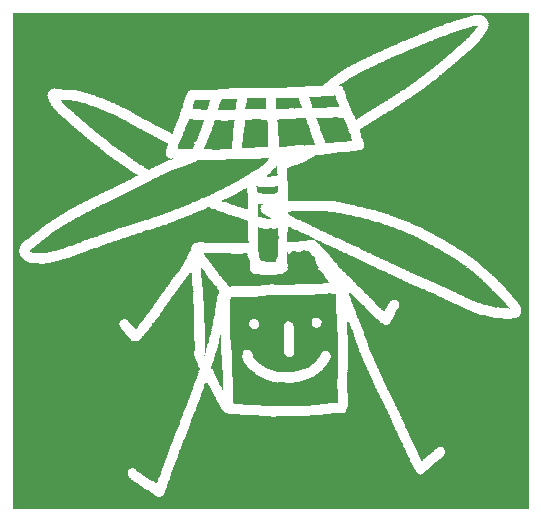
<source format=gbo>
G04*
G04 #@! TF.GenerationSoftware,Altium Limited,Altium Designer,23.8.1 (32)*
G04*
G04 Layer_Color=32896*
%FSLAX25Y25*%
%MOIN*%
G70*
G04*
G04 #@! TF.SameCoordinates,42C2680F-6346-4846-91F9-FAAF1016F3F0*
G04*
G04*
G04 #@! TF.FilePolarity,Positive*
G04*
G01*
G75*
G36*
X668658Y409521D02*
X668651Y244174D01*
X662468D01*
X496743Y244181D01*
X496750Y409528D01*
X668658Y409521D01*
D02*
G37*
%LPC*%
G36*
X652313Y408699D02*
X652168Y408684D01*
X651419Y408692D01*
X651368Y408655D01*
X651346Y408633D01*
X651331Y408604D01*
X651309Y408568D01*
X651237Y408539D01*
X651048Y408553D01*
X650131Y408539D01*
X650095Y408502D01*
X650080Y408473D01*
X650015Y408408D01*
X649986Y408393D01*
X649949Y408357D01*
X649906Y408284D01*
X649840Y408262D01*
X649564Y408277D01*
X649324Y408270D01*
X649185Y408277D01*
X649105Y408212D01*
X649091Y408182D01*
X649040Y408132D01*
X649011Y408117D01*
X648975Y408081D01*
X648960Y408051D01*
X648924Y408001D01*
X648865Y407986D01*
X648684Y407993D01*
X648327Y407986D01*
X648283Y408001D01*
X648182Y407986D01*
X648131Y407935D01*
X648087Y407862D01*
X648007Y407840D01*
X647861Y407855D01*
X647469Y407840D01*
X647447Y407819D01*
X647403Y407746D01*
X647367Y407710D01*
X647338Y407695D01*
X647287Y407644D01*
X647272Y407615D01*
X647236Y407579D01*
X647178Y407564D01*
X646945Y407579D01*
X646821Y407571D01*
X646669Y407579D01*
X646603Y407528D01*
X646559Y407455D01*
X646538Y407433D01*
X646458Y407426D01*
X646087Y407433D01*
X646050Y407397D01*
X646007Y407324D01*
X645985Y407302D01*
X645927Y407288D01*
X645694Y407302D01*
X645628Y407251D01*
X645585Y407179D01*
X645563Y407157D01*
X645461Y407142D01*
X645403Y407157D01*
X644967Y407142D01*
X644915Y407091D01*
X644879Y407026D01*
X644821Y407011D01*
X644450Y407019D01*
X644399Y406997D01*
X644363Y406960D01*
X644348Y406931D01*
X644283Y406866D01*
X644254Y406851D01*
X644232Y406829D01*
X644217Y406800D01*
X644181Y406749D01*
X644079Y406720D01*
X644035Y406735D01*
X643555Y406720D01*
X643519Y406684D01*
X643504Y406480D01*
X643410Y406444D01*
X643264Y406459D01*
X643003Y406444D01*
X642981Y406422D01*
X642966Y406393D01*
X642901Y406313D01*
X642711Y406298D01*
X642639Y406182D01*
X642537Y406168D01*
X642391Y406182D01*
X642348Y406168D01*
X642304Y406182D01*
X642173Y406168D01*
X642122Y406117D01*
X642079Y406044D01*
X642006Y406029D01*
X641984Y406022D01*
X641940Y406037D01*
X641606Y406022D01*
X641570Y405986D01*
X641526Y405913D01*
X641460Y405891D01*
X641228Y405906D01*
X641148Y405840D01*
X641133Y405811D01*
X641068Y405746D01*
X641039Y405731D01*
X641017Y405709D01*
X641002Y405680D01*
X640966Y405629D01*
X640907Y405615D01*
X640537Y405622D01*
X640486Y405600D01*
X640464Y405578D01*
X640449Y405549D01*
X640413Y405498D01*
X640384Y405484D01*
X640318Y405433D01*
X640275Y405360D01*
X640253Y405338D01*
X640064Y405324D01*
X640042Y405302D01*
X639998Y405229D01*
X639977Y405207D01*
X639947Y405193D01*
X639882Y405127D01*
X639867Y405098D01*
X639831Y405062D01*
X639729Y405047D01*
X639685Y405062D01*
X639234Y405047D01*
X639198Y405011D01*
X639154Y404938D01*
X639089Y404916D01*
X638718Y404924D01*
X638667Y404902D01*
X638645Y404880D01*
X638602Y404807D01*
X638580Y404785D01*
X638522Y404771D01*
X638333Y404785D01*
X638318Y404771D01*
X638274Y404785D01*
X638114Y404771D01*
X638093Y404749D01*
X638049Y404676D01*
X638012Y404640D01*
X637983Y404625D01*
X637932Y404574D01*
X637918Y404545D01*
X637867Y404494D01*
X637583Y404502D01*
X637532Y404465D01*
X637510Y404444D01*
X637496Y404254D01*
X637474Y404233D01*
X637416Y404218D01*
X636900Y404225D01*
X636841Y404196D01*
X636827Y404167D01*
X636761Y404087D01*
X636732Y404073D01*
X636681Y404022D01*
X636667Y403993D01*
X636645Y403956D01*
X636587Y403942D01*
X636441Y403927D01*
X636405Y403891D01*
X636390Y403862D01*
X636369Y403825D01*
X636339Y403811D01*
X636259Y403745D01*
X636216Y403673D01*
X636136Y403651D01*
X635990Y403665D01*
X635466Y403651D01*
X635430Y403614D01*
X635416Y403585D01*
X635350Y403520D01*
X635321Y403505D01*
X635285Y403469D01*
X635241Y403396D01*
X635176Y403374D01*
X634928Y403389D01*
X634863Y403323D01*
X634848Y403294D01*
X634797Y403243D01*
X634768Y403229D01*
X634717Y403178D01*
X634681Y403112D01*
X634623Y403098D01*
X634455Y403105D01*
X634375Y403098D01*
X634332Y403112D01*
X634215Y403098D01*
X634164Y403047D01*
X634150Y403018D01*
X634128Y402982D01*
X634099Y402967D01*
X634033Y402916D01*
X634019Y402887D01*
X633983Y402836D01*
X633924Y402821D01*
X633779Y402807D01*
X633757Y402785D01*
X633713Y402712D01*
X633692Y402691D01*
X633663Y402676D01*
X633597Y402610D01*
X633582Y402581D01*
X633546Y402545D01*
X633466Y402538D01*
X633110Y402545D01*
X633059Y402509D01*
X633015Y402436D01*
X632979Y402399D01*
X632695Y402407D01*
X632637Y402363D01*
X632593Y402290D01*
X632571Y402269D01*
X632470Y402254D01*
X632411Y402269D01*
X632251Y402254D01*
X632215Y402218D01*
X632171Y402145D01*
X632150Y402123D01*
X631960Y402109D01*
X631902Y402021D01*
X631873Y401992D01*
X631844Y401978D01*
X631793Y401927D01*
X631779Y401898D01*
X631728Y401847D01*
X631648Y401839D01*
X631226Y401854D01*
X631204Y401861D01*
X631160Y401847D01*
X631131Y401832D01*
X631109Y401810D01*
X631095Y401781D01*
X631044Y401716D01*
X630971Y401672D01*
X630913Y401585D01*
X630869Y401570D01*
X630709Y401556D01*
X630688Y401534D01*
X630644Y401461D01*
X630607Y401425D01*
X630578Y401410D01*
X630527Y401359D01*
X630513Y401330D01*
X630477Y401294D01*
X630418Y401279D01*
X630186Y401294D01*
X630120Y401243D01*
X630076Y401170D01*
X630055Y401148D01*
X629589Y401134D01*
X629567Y401112D01*
X629516Y401018D01*
X629458Y401003D01*
X629356Y401018D01*
X629276Y400952D01*
X629262Y400923D01*
X629196Y400857D01*
X629167Y400843D01*
X629145Y400821D01*
X629131Y400792D01*
X629094Y400741D01*
X629036Y400727D01*
X628520Y400734D01*
X628462Y400705D01*
X628447Y400676D01*
X628382Y400596D01*
X628352Y400581D01*
X628302Y400530D01*
X628287Y400501D01*
X628265Y400465D01*
X628207Y400450D01*
X628061Y400435D01*
X628025Y400399D01*
X628011Y400370D01*
X627989Y400334D01*
X627960Y400319D01*
X627880Y400254D01*
X627836Y400181D01*
X627756Y400159D01*
X627610Y400174D01*
X627218Y400159D01*
X627160Y400072D01*
X627116Y400028D01*
X627087Y400014D01*
X627036Y399963D01*
X627021Y399934D01*
X626985Y399897D01*
X626927Y399883D01*
X626694Y399897D01*
X626534Y399883D01*
X626483Y399832D01*
X626469Y399803D01*
X626418Y399752D01*
X626389Y399737D01*
X626352Y399701D01*
X626338Y399672D01*
X626301Y399621D01*
X626243Y399606D01*
X626076Y399614D01*
X625996Y399606D01*
X625952Y399621D01*
X625836Y399606D01*
X625785Y399555D01*
X625770Y399526D01*
X625748Y399490D01*
X625719Y399475D01*
X625654Y399424D01*
X625639Y399395D01*
X625603Y399344D01*
X625545Y399330D01*
X625319Y399337D01*
X625261Y399323D01*
X625232Y399293D01*
X625217Y399206D01*
X625232Y399163D01*
X625210Y399083D01*
X625137Y399054D01*
X624701Y399039D01*
X624679Y399017D01*
X624664Y398959D01*
X624650Y398799D01*
X624584Y398777D01*
X624526Y398762D01*
X624483Y398777D01*
X624148Y398762D01*
X624126Y398741D01*
X624112Y398712D01*
X624046Y398632D01*
X623777Y398639D01*
X623726Y398617D01*
X623704Y398595D01*
X623690Y398566D01*
X623639Y398501D01*
X623581Y398486D01*
X623348Y398501D01*
X623282Y398450D01*
X623268Y398421D01*
X623246Y398384D01*
X623217Y398370D01*
X623188Y398341D01*
X623159Y398326D01*
X623137Y398304D01*
X623093Y398232D01*
X623028Y398210D01*
X622860Y398217D01*
X622781Y398210D01*
X622737Y398224D01*
X622620Y398210D01*
X622584Y398173D01*
X622570Y398144D01*
X622533Y398093D01*
X622504Y398079D01*
X622453Y398042D01*
X622439Y398013D01*
X622388Y397948D01*
X622330Y397933D01*
X622089Y397940D01*
X622039Y397904D01*
X622017Y397882D01*
X622002Y397853D01*
X621980Y397817D01*
X621951Y397802D01*
X621886Y397751D01*
X621871Y397722D01*
X621820Y397657D01*
X621631Y397642D01*
X621609Y397621D01*
X621566Y397548D01*
X621544Y397526D01*
X621486Y397511D01*
X621289Y397519D01*
X621107Y397511D01*
X621064Y397526D01*
X620948Y397511D01*
X620911Y397475D01*
X620897Y397446D01*
X620860Y397395D01*
X620831Y397380D01*
X620766Y397329D01*
X620751Y397300D01*
X620715Y397250D01*
X620656Y397235D01*
X620511Y397220D01*
X620489Y397199D01*
X620446Y397126D01*
X620424Y397104D01*
X620365Y397090D01*
X620133Y397104D01*
X620067Y397053D01*
X620053Y396995D01*
X620060Y396900D01*
X620038Y396849D01*
X620016Y396828D01*
X619958Y396813D01*
X619725Y396828D01*
X619660Y396791D01*
X619602Y396689D01*
X619413Y396675D01*
X619369Y396631D01*
X619354Y396602D01*
X619333Y396566D01*
X619304Y396551D01*
X619223Y396486D01*
X619180Y396413D01*
X619114Y396391D01*
X618838Y396406D01*
X618751Y396391D01*
X618707Y396406D01*
X618576Y396391D01*
X618525Y396340D01*
X618511Y396311D01*
X618460Y396260D01*
X618431Y396246D01*
X618380Y396195D01*
X618365Y396166D01*
X618343Y396129D01*
X618285Y396115D01*
X618176Y396122D01*
X618125Y396086D01*
X618103Y396064D01*
X618060Y395991D01*
X617980Y395969D01*
X617791Y395984D01*
X617732Y395969D01*
X617681Y395918D01*
X617645Y395853D01*
X617587Y395838D01*
X617347Y395846D01*
X617296Y395809D01*
X617260Y395773D01*
X617245Y395744D01*
X617209Y395707D01*
X617179Y395693D01*
X617129Y395642D01*
X617114Y395613D01*
X617092Y395577D01*
X617034Y395562D01*
X616889Y395547D01*
X616852Y395511D01*
X616838Y395482D01*
X616816Y395445D01*
X616787Y395431D01*
X616721Y395380D01*
X616707Y395351D01*
X616656Y395286D01*
X616554Y395271D01*
X616452Y395286D01*
X616336Y395271D01*
X616285Y395220D01*
X616270Y395191D01*
X616219Y395140D01*
X616190Y395126D01*
X616154Y395089D01*
X616139Y395060D01*
X616117Y395024D01*
X616045Y394994D01*
X615797Y395009D01*
X615746Y394973D01*
X615696Y394878D01*
X615637Y394864D01*
X615492Y394849D01*
X615455Y394813D01*
X615412Y394740D01*
X615346Y394718D01*
X615114Y394733D01*
X615034Y394667D01*
X615019Y394638D01*
X614968Y394587D01*
X614939Y394573D01*
X614888Y394522D01*
X614852Y394456D01*
X614794Y394442D01*
X614648Y394427D01*
X614626Y394405D01*
X614612Y394376D01*
X614561Y394311D01*
X614495Y394274D01*
X614481Y394245D01*
X614415Y394165D01*
X614314Y394151D01*
X614270Y394165D01*
X614175Y394173D01*
X614103Y394158D01*
X614059Y394129D01*
X614052Y394049D01*
X614059Y393954D01*
X614008Y393889D01*
X613906Y393874D01*
X613863Y393889D01*
X613543Y393874D01*
X613491Y393823D01*
X613455Y393758D01*
X613397Y393743D01*
X613157Y393751D01*
X613099Y393722D01*
X613084Y393692D01*
X613048Y393627D01*
X612975Y393598D01*
X612728Y393612D01*
X612677Y393576D01*
X612662Y393547D01*
X612597Y393467D01*
X612568Y393452D01*
X612517Y393402D01*
X612502Y393372D01*
X612466Y393336D01*
X612408Y393321D01*
X612175Y393336D01*
X612110Y393285D01*
X612066Y393212D01*
X611978Y393154D01*
X611964Y393125D01*
X611899Y393045D01*
X611709Y393031D01*
X611651Y392943D01*
X611622Y392914D01*
X611593Y392900D01*
X611542Y392849D01*
X611527Y392820D01*
X611477Y392769D01*
X611375Y392754D01*
X611331Y392769D01*
X611229Y392783D01*
X611135Y392732D01*
X611091Y392659D01*
X611069Y392638D01*
X611040Y392623D01*
X610975Y392558D01*
X610960Y392529D01*
X610924Y392492D01*
X610822Y392478D01*
X610778Y392492D01*
X610458Y392478D01*
X610400Y392390D01*
X610356Y392347D01*
X610327Y392332D01*
X610276Y392281D01*
X610262Y392252D01*
X610225Y392216D01*
X610196Y392201D01*
X610146Y392150D01*
X610131Y392121D01*
X610080Y392070D01*
X610051Y392056D01*
X610000Y392005D01*
X609985Y391976D01*
X609935Y391925D01*
X609658Y391939D01*
X609593Y391888D01*
X609549Y391816D01*
X609527Y391794D01*
X609353Y391779D01*
X609302Y391728D01*
X609287Y391699D01*
X609236Y391649D01*
X609207Y391634D01*
X609171Y391598D01*
X609156Y391568D01*
X609134Y391532D01*
X609062Y391503D01*
X608814Y391517D01*
X608749Y391452D01*
X608734Y391423D01*
X608683Y391372D01*
X608654Y391357D01*
X608603Y391307D01*
X608589Y391278D01*
X608538Y391227D01*
X608261Y391241D01*
X608196Y391190D01*
X608152Y391118D01*
X608131Y391096D01*
X607956Y391081D01*
X607905Y391030D01*
X607891Y391001D01*
X607840Y390950D01*
X607810Y390936D01*
X607774Y390899D01*
X607760Y390870D01*
X607694Y390805D01*
X607665Y390790D01*
X607629Y390754D01*
X607592Y390688D01*
X607476Y390659D01*
X607432Y390674D01*
X607316Y390688D01*
X607236Y390652D01*
X607221Y390623D01*
X607156Y390543D01*
X607127Y390528D01*
X607076Y390477D01*
X607061Y390448D01*
X607010Y390397D01*
X606981Y390383D01*
X606930Y390332D01*
X606916Y390303D01*
X606865Y390252D01*
X606836Y390237D01*
X606785Y390186D01*
X606770Y390157D01*
X606734Y390121D01*
X606676Y390106D01*
X606443Y390121D01*
X606392Y390085D01*
X606378Y390055D01*
X606341Y389990D01*
X606283Y389975D01*
X606137Y389961D01*
X606101Y389925D01*
X606086Y389895D01*
X606021Y389830D01*
X605992Y389815D01*
X605956Y389779D01*
X605941Y389750D01*
X605890Y389699D01*
X605861Y389685D01*
X605825Y389648D01*
X605810Y389619D01*
X605745Y389553D01*
X605716Y389539D01*
X605679Y389503D01*
X605665Y389474D01*
X605599Y389408D01*
X605570Y389393D01*
X605534Y389357D01*
X605497Y389292D01*
X605381Y389263D01*
X605337Y389277D01*
X605243Y389284D01*
X605156Y389270D01*
X605126Y389241D01*
X605112Y389182D01*
X605097Y389022D01*
X605032Y389001D01*
X604974Y388986D01*
X604872Y389001D01*
X604741Y388986D01*
X604704Y388950D01*
X604690Y388921D01*
X604668Y388884D01*
X604639Y388870D01*
X604610Y388841D01*
X604581Y388826D01*
X604508Y388739D01*
X604479Y388710D01*
X604450Y388695D01*
X604428Y388673D01*
X604414Y388644D01*
X604333Y388564D01*
X604304Y388550D01*
X604283Y388528D01*
X604239Y388455D01*
X604173Y388433D01*
X603941Y388448D01*
X603861Y388382D01*
X603846Y388353D01*
X603795Y388302D01*
X603766Y388288D01*
X603730Y388251D01*
X603715Y388222D01*
X603650Y388157D01*
X603621Y388142D01*
X603584Y388106D01*
X603570Y388077D01*
X603504Y388011D01*
X603475Y387997D01*
X603439Y387961D01*
X603402Y387895D01*
X603344Y387880D01*
X603199Y387866D01*
X603177Y387844D01*
X603162Y387815D01*
X603111Y387750D01*
X603082Y387735D01*
X603046Y387713D01*
X603031Y387684D01*
X603002Y387655D01*
X602988Y387626D01*
X602937Y387590D01*
X602901Y387568D01*
X602886Y387539D01*
X602835Y387473D01*
X602806Y387459D01*
X602755Y387422D01*
X602740Y387393D01*
X602690Y387328D01*
X602624Y387320D01*
X602529Y387328D01*
X602479Y387291D01*
X602435Y387218D01*
X602399Y387182D01*
X602369Y387168D01*
X602319Y387117D01*
X602282Y387051D01*
X602224Y387037D01*
X602122Y387051D01*
X602042Y386986D01*
X602006Y386920D01*
X601977Y386906D01*
X601911Y386855D01*
X601897Y386826D01*
X601817Y386746D01*
X601788Y386731D01*
X601751Y386680D01*
X601686Y386615D01*
X601657Y386600D01*
X601635Y386578D01*
X601620Y386549D01*
X601540Y386469D01*
X601511Y386455D01*
X601475Y386404D01*
X601453Y386368D01*
X601424Y386353D01*
X601358Y386302D01*
X601344Y386273D01*
X601293Y386207D01*
X601104Y386193D01*
X601082Y386171D01*
X601031Y386076D01*
X600973Y386062D01*
X600827Y386047D01*
X600791Y386011D01*
X600776Y385982D01*
X600711Y385916D01*
X600682Y385902D01*
X600645Y385866D01*
X600631Y385837D01*
X600580Y385786D01*
X600551Y385771D01*
X600515Y385735D01*
X600500Y385676D01*
X600507Y385582D01*
X600486Y385531D01*
X600464Y385509D01*
X600260Y385495D01*
X600238Y385473D01*
X600224Y385415D01*
X600209Y385255D01*
X600187Y385233D01*
X599998Y385218D01*
X599947Y385167D01*
X599911Y385102D01*
X599853Y385087D01*
X599074Y385094D01*
X599016Y385080D01*
X598987Y385051D01*
X598973Y385022D01*
X598922Y384956D01*
X598892Y384942D01*
X598842Y384905D01*
X598827Y384876D01*
X598776Y384811D01*
X598718Y384796D01*
X598616Y384811D01*
X598580Y384833D01*
X598565Y384862D01*
X598500Y384942D01*
X598442Y384956D01*
X598165Y384942D01*
X594157Y384949D01*
X594106Y384913D01*
X594084Y384891D01*
X594070Y384862D01*
X594019Y384811D01*
X593990Y384796D01*
X593953Y384760D01*
X593939Y384731D01*
X593902Y384680D01*
X593844Y384665D01*
X588163Y384673D01*
X588112Y384651D01*
X588091Y384629D01*
X588076Y384600D01*
X588025Y384534D01*
X587996Y384520D01*
X587959Y384498D01*
X587945Y384469D01*
X587880Y384389D01*
X568901Y384396D01*
X568851Y384374D01*
X568814Y384338D01*
X568800Y384309D01*
X568734Y384243D01*
X568705Y384229D01*
X568669Y384192D01*
X568654Y384163D01*
X568632Y384127D01*
X568531Y384098D01*
X568429Y384113D01*
X565213Y384098D01*
X565192Y384076D01*
X565177Y384047D01*
X565126Y383982D01*
X565097Y383967D01*
X565032Y383902D01*
X565017Y383873D01*
X564981Y383836D01*
X564923Y383822D01*
X564690Y383836D01*
X557874Y383829D01*
X557707Y383836D01*
X557641Y383785D01*
X557597Y383712D01*
X557576Y383691D01*
X556754Y383698D01*
X556681Y383669D01*
X556666Y383640D01*
X556601Y383560D01*
X556557Y383545D01*
X556346Y383552D01*
X555888Y383545D01*
X555844Y383560D01*
X555728Y383545D01*
X555692Y383509D01*
X555677Y383480D01*
X555641Y383429D01*
X555612Y383414D01*
X555546Y383363D01*
X555532Y383334D01*
X555495Y383283D01*
X555437Y383269D01*
X555197Y383276D01*
X555146Y383240D01*
X555124Y383218D01*
X555110Y383189D01*
X555044Y383123D01*
X554993Y383101D01*
X554979Y383043D01*
X554964Y382898D01*
X554928Y382861D01*
X554899Y382847D01*
X554833Y382781D01*
X554819Y382752D01*
X554782Y382716D01*
X554710Y382672D01*
X554688Y382592D01*
X554702Y382447D01*
X554688Y382199D01*
X554651Y382163D01*
X554622Y382149D01*
X554571Y382112D01*
X554557Y382083D01*
X554521Y382032D01*
X554492Y382018D01*
X554426Y381967D01*
X554412Y381908D01*
X554426Y381676D01*
X554361Y381596D01*
X554331Y381581D01*
X554281Y381530D01*
X554266Y381501D01*
X554230Y381465D01*
X554201Y381450D01*
X554150Y381414D01*
X554135Y381356D01*
X554142Y381261D01*
X554120Y381210D01*
X554099Y381188D01*
X554026Y381145D01*
X554004Y381123D01*
X553990Y381021D01*
X554004Y380963D01*
X553990Y380381D01*
X553968Y380359D01*
X553939Y380345D01*
X553873Y380294D01*
X553859Y380264D01*
X553837Y380228D01*
X553808Y380214D01*
X553728Y380148D01*
X553713Y380090D01*
X553728Y379857D01*
X553720Y379733D01*
X553728Y379581D01*
X553662Y379501D01*
X553597Y379464D01*
X553582Y379406D01*
X553589Y378773D01*
X553575Y378715D01*
X553531Y378672D01*
X553459Y378628D01*
X553437Y378562D01*
X553451Y378330D01*
X553400Y378264D01*
X553342Y378250D01*
X553306Y378213D01*
X553320Y378140D01*
X553342Y378119D01*
X553437Y378068D01*
X553422Y377980D01*
X553306Y377908D01*
X553291Y377879D01*
X553240Y377828D01*
X553211Y377813D01*
X553160Y377762D01*
X553168Y377362D01*
X553153Y377304D01*
X553124Y377275D01*
X553066Y377260D01*
X552964Y377275D01*
X552899Y377238D01*
X552884Y377180D01*
X552891Y376678D01*
X552877Y376620D01*
X552833Y376577D01*
X552804Y376562D01*
X552738Y376497D01*
X552724Y376467D01*
X552688Y376431D01*
X552615Y376387D01*
X552593Y376307D01*
X552607Y376162D01*
X552593Y375915D01*
X552557Y375878D01*
X552528Y375864D01*
X552477Y375827D01*
X552462Y375798D01*
X552426Y375747D01*
X552397Y375733D01*
X552331Y375682D01*
X552317Y375624D01*
X552331Y375347D01*
X552317Y375274D01*
X552331Y375231D01*
X552317Y375085D01*
X552295Y375049D01*
X552200Y374998D01*
X552171Y374882D01*
X552186Y374838D01*
X552200Y374722D01*
X552149Y374627D01*
X552076Y374584D01*
X552040Y374547D01*
X552047Y374351D01*
X552040Y374256D01*
X552055Y374213D01*
X552040Y374096D01*
X552004Y374060D01*
X551800Y374045D01*
X551778Y374023D01*
X551764Y373965D01*
X551771Y373725D01*
X551749Y373674D01*
X551727Y373652D01*
X551698Y373638D01*
X551647Y373602D01*
X551633Y373572D01*
X551582Y373507D01*
X551509Y373463D01*
X551487Y373441D01*
X551495Y373041D01*
X551480Y372983D01*
X551451Y372954D01*
X551422Y372939D01*
X551356Y372889D01*
X551342Y372860D01*
X551320Y372823D01*
X551291Y372809D01*
X551211Y372743D01*
X551196Y372641D01*
X551211Y372539D01*
X551196Y372423D01*
X551160Y372387D01*
X551087Y372343D01*
X551065Y372278D01*
X551073Y371907D01*
X551051Y371856D01*
X551029Y371834D01*
X550956Y371790D01*
X550935Y371768D01*
X550920Y371710D01*
X550935Y371477D01*
X550884Y371412D01*
X550854Y371397D01*
X550804Y371361D01*
X550789Y371332D01*
X550738Y371267D01*
X550665Y371223D01*
X550643Y371157D01*
X550651Y371063D01*
X550629Y371012D01*
X550542Y370954D01*
X550513Y370925D01*
X550498Y370896D01*
X550447Y370845D01*
X550418Y370830D01*
X550367Y370779D01*
X550374Y370234D01*
X550345Y370161D01*
X550287Y370146D01*
X550127Y370132D01*
X550091Y370095D01*
X550098Y369826D01*
X550069Y369754D01*
X549967Y369681D01*
X549945Y369659D01*
X549953Y369462D01*
X549945Y369368D01*
X549960Y369324D01*
X549945Y369222D01*
X549894Y369172D01*
X549865Y369157D01*
X549829Y369121D01*
X549785Y369048D01*
X549763Y369026D01*
X549705Y369041D01*
X549669Y369077D01*
X549625Y369150D01*
X549603Y369172D01*
X549574Y369186D01*
X549538Y369222D01*
X549523Y369252D01*
X549472Y369303D01*
X549443Y369317D01*
X549392Y369368D01*
X549356Y369433D01*
X549298Y369448D01*
X549152Y369462D01*
X549116Y369499D01*
X549072Y369572D01*
X549007Y369593D01*
X548905Y369579D01*
X548854Y369615D01*
X548803Y369710D01*
X548745Y369724D01*
X548599Y369739D01*
X548563Y369775D01*
X548549Y369804D01*
X548527Y369841D01*
X548498Y369855D01*
X548418Y369921D01*
X548374Y369993D01*
X548294Y370015D01*
X548105Y370001D01*
X548047Y370015D01*
X547996Y370066D01*
X547959Y370132D01*
X547901Y370146D01*
X547756Y370161D01*
X547719Y370197D01*
X547676Y370270D01*
X547610Y370292D01*
X547377Y370277D01*
X547297Y370343D01*
X547283Y370372D01*
X547217Y370437D01*
X547188Y370452D01*
X547166Y370474D01*
X547152Y370503D01*
X547116Y370554D01*
X547057Y370568D01*
X546817Y370561D01*
X546766Y370597D01*
X546745Y370619D01*
X546730Y370648D01*
X546679Y370699D01*
X546650Y370714D01*
X546599Y370765D01*
X546563Y370830D01*
X546505Y370845D01*
X546359Y370859D01*
X546323Y370896D01*
X546279Y370968D01*
X546214Y370990D01*
X545981Y370975D01*
X545901Y371041D01*
X545886Y371070D01*
X545821Y371136D01*
X545792Y371150D01*
X545770Y371172D01*
X545726Y371245D01*
X545661Y371267D01*
X545515Y371281D01*
X545494Y371303D01*
X545450Y371376D01*
X545428Y371397D01*
X545239Y371412D01*
X545166Y371528D01*
X545108Y371543D01*
X544737Y371536D01*
X544686Y371557D01*
X544650Y371594D01*
X544635Y371623D01*
X544613Y371659D01*
X544584Y371674D01*
X544519Y371725D01*
X544504Y371754D01*
X544453Y371819D01*
X544264Y371834D01*
X544242Y371856D01*
X544228Y371885D01*
X544177Y371950D01*
X544148Y371965D01*
X544082Y372030D01*
X544068Y372059D01*
X544031Y372096D01*
X543857Y372110D01*
X543806Y372161D01*
X543791Y372190D01*
X543740Y372241D01*
X543711Y372256D01*
X543675Y372292D01*
X543660Y372321D01*
X543624Y372372D01*
X543522Y372387D01*
X543333Y372372D01*
X543304Y372387D01*
X543253Y372438D01*
X543238Y372467D01*
X543188Y372518D01*
X543158Y372532D01*
X543108Y372583D01*
X543093Y372612D01*
X543042Y372663D01*
X542773Y372656D01*
X542722Y372678D01*
X542700Y372699D01*
X542686Y372758D01*
X542671Y372903D01*
X542635Y372939D01*
X542249Y372932D01*
X542176Y372947D01*
X542147Y372961D01*
X542133Y373020D01*
X542118Y373180D01*
X542082Y373216D01*
X541958Y373223D01*
X541827Y373209D01*
X541769Y373223D01*
X541740Y373238D01*
X541725Y373267D01*
X541660Y373347D01*
X541580Y373412D01*
X541544Y373478D01*
X541464Y373500D01*
X541355Y373492D01*
X541304Y373543D01*
X541289Y373572D01*
X541267Y373609D01*
X541238Y373623D01*
X541209Y373652D01*
X541180Y373667D01*
X541158Y373689D01*
X541115Y373762D01*
X541049Y373783D01*
X540867Y373776D01*
X540816Y373783D01*
X540773Y373769D01*
X540642Y373783D01*
X540605Y373820D01*
X540562Y373892D01*
X540474Y373951D01*
X540460Y373980D01*
X540409Y374045D01*
X540351Y374060D01*
X539980Y374053D01*
X539929Y374074D01*
X539907Y374096D01*
X539892Y374154D01*
X539878Y374300D01*
X539842Y374336D01*
X539572Y374329D01*
X539521Y374351D01*
X539485Y374387D01*
X539470Y374416D01*
X539405Y374482D01*
X539376Y374496D01*
X539340Y374533D01*
X539325Y374562D01*
X539274Y374613D01*
X539245Y374627D01*
X539209Y374663D01*
X539194Y374693D01*
X539158Y374744D01*
X539100Y374758D01*
X539005Y374751D01*
X538954Y374773D01*
X538932Y374794D01*
X538918Y374823D01*
X538881Y374874D01*
X538852Y374889D01*
X538801Y374925D01*
X538787Y374954D01*
X538721Y375034D01*
X538452Y375027D01*
X538401Y375049D01*
X538365Y375085D01*
X538321Y375158D01*
X538256Y375180D01*
X538198Y375165D01*
X538125Y375180D01*
X538089Y375216D01*
X538045Y375289D01*
X538023Y375311D01*
X537834Y375325D01*
X537761Y375442D01*
X537703Y375456D01*
X537608Y375449D01*
X537557Y375471D01*
X537536Y375493D01*
X537521Y375522D01*
X537485Y375573D01*
X537456Y375587D01*
X537427Y375616D01*
X537405Y375624D01*
X537390Y375653D01*
X537339Y375718D01*
X537310Y375733D01*
X537259Y375769D01*
X537245Y375798D01*
X537194Y375864D01*
X537136Y375878D01*
X537034Y375864D01*
X536983Y375900D01*
X536932Y375995D01*
X536874Y376009D01*
X536728Y376024D01*
X536692Y376060D01*
X536648Y376133D01*
X536583Y376155D01*
X536437Y376169D01*
X536415Y376191D01*
X536372Y376264D01*
X536350Y376286D01*
X536175Y376300D01*
X536124Y376351D01*
X536110Y376380D01*
X536059Y376431D01*
X536030Y376446D01*
X535993Y376482D01*
X535979Y376511D01*
X535943Y376562D01*
X535884Y376577D01*
X535783Y376562D01*
X535717Y376613D01*
X535674Y376686D01*
X535652Y376708D01*
X535550Y376722D01*
X535492Y376708D01*
X535317Y376722D01*
X535295Y376744D01*
X535281Y376831D01*
X535295Y376875D01*
X535281Y376947D01*
X535244Y376984D01*
X535143Y376998D01*
X535041Y376984D01*
X534764Y376998D01*
X534742Y377020D01*
X534728Y377079D01*
X534713Y377238D01*
X534691Y377260D01*
X534590Y377275D01*
X534401Y377260D01*
X534328Y377304D01*
X534277Y377384D01*
X534255Y377406D01*
X534066Y377420D01*
X534008Y377508D01*
X533964Y377551D01*
X533935Y377566D01*
X533899Y377602D01*
X533884Y377631D01*
X533833Y377682D01*
X533775Y377697D01*
X533542Y377682D01*
X533491Y377719D01*
X533477Y377748D01*
X533411Y377828D01*
X533157Y377820D01*
X533098Y377835D01*
X533055Y377879D01*
X533040Y378068D01*
X533004Y378104D01*
X532895Y378111D01*
X532778Y378097D01*
X532757Y378090D01*
X532713Y378104D01*
X532684Y378119D01*
X532633Y378170D01*
X532618Y378199D01*
X532567Y378250D01*
X532538Y378264D01*
X532487Y378315D01*
X532473Y378344D01*
X532437Y378380D01*
X532378Y378395D01*
X532146Y378380D01*
X532095Y378417D01*
X532080Y378446D01*
X532015Y378526D01*
X531986Y378541D01*
X531935Y378591D01*
X531920Y378621D01*
X531884Y378657D01*
X531825Y378672D01*
X531738Y378657D01*
X531687Y378679D01*
X531673Y378708D01*
X531622Y378788D01*
X531520Y378817D01*
X531418Y378802D01*
X531360Y378788D01*
X531316Y378802D01*
X531265Y378824D01*
X531251Y378853D01*
X531200Y378933D01*
X531142Y378948D01*
X530902Y378941D01*
X530851Y378962D01*
X530793Y379050D01*
X530763Y379079D01*
X530734Y379093D01*
X530669Y379159D01*
X530654Y379188D01*
X530618Y379224D01*
X530232Y379217D01*
X530160Y379232D01*
X530131Y379261D01*
X530116Y379319D01*
X530101Y379479D01*
X530036Y379501D01*
X529600Y379515D01*
X529578Y379537D01*
X529534Y379610D01*
X529512Y379632D01*
X529483Y379646D01*
X529418Y379712D01*
X529403Y379741D01*
X529367Y379777D01*
X529178Y379792D01*
X529105Y379908D01*
X529047Y379923D01*
X528676Y379915D01*
X528625Y379937D01*
X528588Y379974D01*
X528545Y380046D01*
X528479Y380068D01*
X528378Y380054D01*
X528312Y380104D01*
X528276Y380185D01*
X528218Y380199D01*
X528057Y380214D01*
X527985Y380330D01*
X527927Y380345D01*
X527541Y380337D01*
X527490Y380374D01*
X527468Y380396D01*
X527432Y380461D01*
X527403Y380475D01*
X527337Y380526D01*
X527323Y380556D01*
X527286Y380606D01*
X527228Y380621D01*
X527003Y380614D01*
X526952Y380635D01*
X526916Y380672D01*
X526901Y380701D01*
X526835Y380766D01*
X526806Y380781D01*
X526770Y380817D01*
X526734Y380883D01*
X526632Y380912D01*
X526588Y380897D01*
X526254Y380912D01*
X526217Y380948D01*
X526173Y381021D01*
X526108Y381043D01*
X525868Y381036D01*
X525817Y381072D01*
X525795Y381094D01*
X525752Y381167D01*
X525672Y381188D01*
X525439Y381174D01*
X525388Y381210D01*
X525337Y381305D01*
X525279Y381319D01*
X525133Y381334D01*
X525097Y381370D01*
X525053Y381443D01*
X524988Y381465D01*
X524806Y381457D01*
X524755Y381465D01*
X524711Y381450D01*
X524580Y381465D01*
X524544Y381501D01*
X524501Y381574D01*
X524479Y381596D01*
X524290Y381610D01*
X524231Y381698D01*
X524188Y381741D01*
X524159Y381756D01*
X524122Y381792D01*
X524108Y381821D01*
X524057Y381872D01*
X523999Y381887D01*
X523809Y381872D01*
X523460Y381887D01*
X523424Y381923D01*
X523380Y381996D01*
X523293Y382054D01*
X523278Y382083D01*
X523228Y382149D01*
X523169Y382163D01*
X522980Y382149D01*
X522951Y382163D01*
X522907Y382149D01*
X522762Y382163D01*
X522726Y382199D01*
X522711Y382272D01*
X522726Y382316D01*
X522711Y382388D01*
X522675Y382425D01*
X522616Y382439D01*
X521824Y382432D01*
X521773Y382454D01*
X521751Y382476D01*
X521707Y382549D01*
X521685Y382570D01*
X521627Y382585D01*
X521438Y382570D01*
X520943Y382585D01*
X520922Y382607D01*
X520878Y382680D01*
X520842Y382716D01*
X520456Y382709D01*
X520383Y382723D01*
X520354Y382752D01*
X520340Y382810D01*
X520325Y382970D01*
X520260Y382992D01*
X519547Y383007D01*
X519525Y383029D01*
X519511Y383058D01*
X519459Y383123D01*
X519430Y383138D01*
X519380Y383174D01*
X519336Y383247D01*
X519314Y383269D01*
X519212Y383283D01*
X519154Y383269D01*
X518296Y383283D01*
X518259Y383320D01*
X518245Y383349D01*
X518208Y383400D01*
X518179Y383414D01*
X518114Y383465D01*
X518070Y383538D01*
X518005Y383560D01*
X517728Y383545D01*
X517343Y383552D01*
X517205Y383545D01*
X517154Y383581D01*
X517139Y383611D01*
X517103Y383676D01*
X517044Y383691D01*
X516885Y383705D01*
X516812Y383822D01*
X516754Y383836D01*
X516477Y383822D01*
X516441Y383785D01*
X516397Y383712D01*
X516375Y383691D01*
X515211Y383705D01*
X515139Y383822D01*
X515080Y383836D01*
X514913Y383829D01*
X513277Y383836D01*
X513233Y383822D01*
X513131Y383836D01*
X513095Y383873D01*
X513051Y383945D01*
X513029Y383967D01*
X513000Y383982D01*
X512964Y384003D01*
X512949Y384033D01*
X512884Y384113D01*
X511087Y384105D01*
X511014Y384134D01*
X510942Y384236D01*
X510876Y384258D01*
X510833Y384243D01*
X510760Y384258D01*
X510738Y384280D01*
X510680Y384382D01*
X510614Y384389D01*
X510563Y384338D01*
X510520Y384265D01*
X510498Y384243D01*
X510469Y384229D01*
X510432Y384192D01*
X510418Y384163D01*
X510396Y384127D01*
X510294Y384098D01*
X510192Y384113D01*
X509625Y384098D01*
X509603Y384076D01*
X509589Y384018D01*
X509574Y383858D01*
X509494Y383822D01*
X509218Y383836D01*
X509072Y383822D01*
X509036Y383785D01*
X509021Y383683D01*
X509036Y383581D01*
X509021Y383451D01*
X508999Y383429D01*
X508927Y383385D01*
X508890Y383349D01*
X508876Y383320D01*
X508825Y383269D01*
X508796Y383254D01*
X508759Y383218D01*
X508745Y383160D01*
X508759Y383072D01*
X508723Y383007D01*
X508665Y382992D01*
X508505Y382978D01*
X508483Y382956D01*
X508468Y382898D01*
X508476Y382236D01*
X508447Y382178D01*
X508418Y382163D01*
X508337Y382098D01*
X508323Y382068D01*
X508301Y382047D01*
X508272Y382032D01*
X508192Y381967D01*
X508207Y381908D01*
X508243Y381872D01*
X508316Y381828D01*
X508337Y381807D01*
X508352Y381778D01*
X508388Y381741D01*
X508418Y381727D01*
X508468Y381690D01*
X508483Y381588D01*
X508468Y381443D01*
X508476Y380868D01*
X508468Y380686D01*
X508534Y380621D01*
X508563Y380606D01*
X508614Y380556D01*
X508628Y380526D01*
X508679Y380475D01*
X508745Y380439D01*
X508759Y380381D01*
X508745Y380279D01*
X508810Y380199D01*
X508883Y380155D01*
X508905Y380075D01*
X508890Y379930D01*
X508905Y379828D01*
X508956Y379777D01*
X509021Y379741D01*
X509036Y379683D01*
X509050Y379537D01*
X509072Y379515D01*
X509101Y379501D01*
X509167Y379450D01*
X509181Y379421D01*
X509203Y379384D01*
X509232Y379370D01*
X509312Y379304D01*
X509327Y379115D01*
X509349Y379093D01*
X509407Y379079D01*
X509567Y379064D01*
X509589Y378999D01*
X509603Y378941D01*
X509589Y378897D01*
X509603Y378562D01*
X509640Y378526D01*
X509829Y378512D01*
X509865Y378475D01*
X509909Y378402D01*
X509996Y378344D01*
X510010Y378300D01*
X510025Y378140D01*
X510047Y378119D01*
X510141Y378068D01*
X510156Y377966D01*
X510141Y377922D01*
X510185Y377850D01*
X510207Y377828D01*
X510236Y377813D01*
X510301Y377748D01*
X510316Y377719D01*
X510338Y377697D01*
X510367Y377682D01*
X510432Y377617D01*
X510447Y377588D01*
X510483Y377551D01*
X510512Y377537D01*
X510578Y377471D01*
X510592Y377442D01*
X510629Y377406D01*
X510658Y377391D01*
X510709Y377340D01*
X510723Y377311D01*
X510760Y377275D01*
X510789Y377260D01*
X510854Y377195D01*
X510869Y377166D01*
X510905Y377129D01*
X510934Y377115D01*
X511000Y377049D01*
X511014Y377020D01*
X511036Y376998D01*
X511065Y376984D01*
X511131Y376918D01*
X511145Y376889D01*
X511182Y376853D01*
X511211Y376838D01*
X511276Y376773D01*
X511291Y376744D01*
X511327Y376708D01*
X511356Y376693D01*
X511407Y376642D01*
X511422Y376613D01*
X511458Y376577D01*
X511487Y376562D01*
X511553Y376497D01*
X511567Y376467D01*
X511603Y376431D01*
X511633Y376416D01*
X511698Y376351D01*
X511713Y376322D01*
X511734Y376300D01*
X511764Y376286D01*
X511814Y376249D01*
X511829Y376191D01*
X511822Y375951D01*
X511844Y375900D01*
X511865Y375878D01*
X511924Y375864D01*
X512171Y375878D01*
X512222Y375842D01*
X512236Y375813D01*
X512302Y375733D01*
X512331Y375718D01*
X512396Y375653D01*
X512411Y375624D01*
X512433Y375602D01*
X512462Y375587D01*
X512527Y375522D01*
X512542Y375493D01*
X512578Y375456D01*
X512607Y375442D01*
X512673Y375376D01*
X512687Y375347D01*
X512724Y375311D01*
X512753Y375296D01*
X512804Y375245D01*
X512818Y375216D01*
X512855Y375180D01*
X512884Y375165D01*
X512949Y375100D01*
X512964Y375071D01*
X513000Y375034D01*
X513029Y375020D01*
X513095Y374954D01*
X513109Y374925D01*
X513131Y374903D01*
X513160Y374889D01*
X513226Y374823D01*
X513240Y374794D01*
X513277Y374758D01*
X513306Y374744D01*
X513371Y374678D01*
X513386Y374649D01*
X513422Y374613D01*
X513451Y374598D01*
X513502Y374547D01*
X513517Y374518D01*
X513553Y374482D01*
X513582Y374467D01*
X513648Y374402D01*
X513662Y374373D01*
X513698Y374336D01*
X513888Y374322D01*
X513960Y374205D01*
X514018Y374191D01*
X514179Y374176D01*
X514200Y374111D01*
X514215Y373951D01*
X514251Y373914D01*
X514455Y373900D01*
X514477Y373834D01*
X514491Y373674D01*
X514528Y373638D01*
X514717Y373623D01*
X514753Y373587D01*
X514797Y373514D01*
X514848Y373478D01*
X514913Y373412D01*
X514928Y373383D01*
X514950Y373361D01*
X514979Y373347D01*
X515015Y373325D01*
X515030Y373296D01*
X515059Y373267D01*
X515073Y373238D01*
X515124Y373201D01*
X515190Y373136D01*
X515204Y373107D01*
X515226Y373085D01*
X515299Y373041D01*
X515321Y372976D01*
X515335Y372830D01*
X515372Y372794D01*
X515575Y372779D01*
X515597Y372714D01*
X515612Y372554D01*
X515648Y372518D01*
X515852Y372503D01*
X515873Y372438D01*
X515888Y372278D01*
X515924Y372241D01*
X516114Y372227D01*
X516135Y372205D01*
X516150Y372176D01*
X516201Y372110D01*
X516230Y372096D01*
X516281Y372059D01*
X516295Y372030D01*
X516346Y371965D01*
X516412Y371957D01*
X516506Y371965D01*
X516557Y371928D01*
X516601Y371856D01*
X516637Y371819D01*
X516666Y371805D01*
X516717Y371754D01*
X516754Y371688D01*
X516812Y371674D01*
X516906Y371681D01*
X516964Y371667D01*
X516994Y371594D01*
X517008Y371434D01*
X517030Y371412D01*
X517088Y371397D01*
X517248Y371383D01*
X517270Y371317D01*
X517285Y371157D01*
X517321Y371121D01*
X517510Y371107D01*
X517547Y371070D01*
X517561Y371041D01*
X517583Y371005D01*
X517612Y370990D01*
X517677Y370939D01*
X517692Y370910D01*
X517743Y370845D01*
X517932Y370830D01*
X517954Y370808D01*
X517998Y370736D01*
X518019Y370714D01*
X518048Y370699D01*
X518114Y370634D01*
X518128Y370605D01*
X518165Y370568D01*
X518194Y370554D01*
X518259Y370488D01*
X518274Y370459D01*
X518296Y370437D01*
X518325Y370423D01*
X518390Y370357D01*
X518405Y370328D01*
X518441Y370292D01*
X518470Y370277D01*
X518536Y370212D01*
X518550Y370183D01*
X518587Y370146D01*
X518616Y370132D01*
X518681Y370066D01*
X518696Y370037D01*
X518718Y370015D01*
X518747Y370001D01*
X518812Y369935D01*
X518827Y369906D01*
X518863Y369870D01*
X518892Y369855D01*
X518958Y369790D01*
X518972Y369761D01*
X519009Y369724D01*
X519038Y369710D01*
X519089Y369659D01*
X519103Y369630D01*
X519139Y369593D01*
X519198Y369579D01*
X519285Y369593D01*
X519365Y369528D01*
X519409Y369455D01*
X519598Y369441D01*
X519641Y369397D01*
X519685Y369324D01*
X519736Y369288D01*
X519801Y369222D01*
X519816Y369193D01*
X519903Y369121D01*
X519947Y369077D01*
X519961Y369048D01*
X520049Y368975D01*
X520078Y368946D01*
X520092Y368917D01*
X520114Y368895D01*
X520187Y368851D01*
X520209Y368786D01*
X520223Y368640D01*
X520245Y368619D01*
X520318Y368575D01*
X520340Y368553D01*
X520354Y368524D01*
X520420Y368459D01*
X520449Y368444D01*
X520485Y368408D01*
X520500Y368379D01*
X520551Y368328D01*
X520580Y368313D01*
X520616Y368277D01*
X520631Y368248D01*
X520667Y368197D01*
X520725Y368182D01*
X520958Y368197D01*
X521038Y368131D01*
X521053Y368102D01*
X521103Y368051D01*
X521133Y368037D01*
X521183Y367986D01*
X521198Y367957D01*
X521249Y367906D01*
X521278Y367891D01*
X521329Y367840D01*
X521344Y367811D01*
X521380Y367775D01*
X521409Y367760D01*
X521460Y367709D01*
X521475Y367680D01*
X521525Y367629D01*
X521555Y367615D01*
X521605Y367564D01*
X521620Y367535D01*
X521671Y367484D01*
X521700Y367469D01*
X521736Y367433D01*
X521751Y367404D01*
X521773Y367368D01*
X521875Y367338D01*
X521976Y367353D01*
X522122Y367338D01*
X522158Y367302D01*
X522173Y367098D01*
X522238Y367077D01*
X522398Y367062D01*
X522420Y367040D01*
X522435Y367011D01*
X522500Y366931D01*
X522529Y366917D01*
X522580Y366866D01*
X522595Y366837D01*
X522631Y366800D01*
X522660Y366786D01*
X522726Y366720D01*
X522740Y366691D01*
X522777Y366655D01*
X522806Y366640D01*
X522857Y366589D01*
X522871Y366560D01*
X522907Y366524D01*
X522936Y366509D01*
X522988Y366473D01*
X523002Y366415D01*
X523017Y366269D01*
X523053Y366233D01*
X523322Y366240D01*
X523373Y366218D01*
X523409Y366182D01*
X523424Y366153D01*
X523489Y366087D01*
X523519Y366073D01*
X523555Y366036D01*
X523569Y366007D01*
X523635Y365942D01*
X523664Y365927D01*
X523686Y365905D01*
X523700Y365876D01*
X523766Y365811D01*
X523795Y365796D01*
X523831Y365760D01*
X523846Y365731D01*
X523882Y365680D01*
X523984Y365666D01*
X524129Y365680D01*
X524202Y365666D01*
X524253Y365615D01*
X524268Y365585D01*
X524319Y365534D01*
X524348Y365520D01*
X524399Y365469D01*
X524413Y365440D01*
X524464Y365389D01*
X524493Y365374D01*
X524530Y365338D01*
X524544Y365309D01*
X524595Y365258D01*
X524624Y365244D01*
X524675Y365193D01*
X524690Y365163D01*
X524741Y365113D01*
X524770Y365098D01*
X524821Y365047D01*
X524835Y365018D01*
X524871Y364982D01*
X524901Y364967D01*
X524952Y364916D01*
X524966Y364887D01*
X524988Y364851D01*
X525046Y364836D01*
X525191Y364822D01*
X525228Y364785D01*
X525264Y364720D01*
X525293Y364705D01*
X525359Y364654D01*
X525373Y364625D01*
X525424Y364560D01*
X525613Y364545D01*
X525635Y364523D01*
X525679Y364451D01*
X525701Y364429D01*
X525730Y364414D01*
X525795Y364349D01*
X525810Y364320D01*
X525846Y364283D01*
X525875Y364269D01*
X525941Y364203D01*
X525955Y364174D01*
X525977Y364152D01*
X526006Y364138D01*
X526072Y364072D01*
X526086Y364043D01*
X526123Y364007D01*
X526152Y363992D01*
X526217Y363927D01*
X526232Y363898D01*
X526268Y363861D01*
X526443Y363847D01*
X526479Y363811D01*
X526494Y363781D01*
X526559Y363716D01*
X526588Y363702D01*
X526624Y363665D01*
X526639Y363636D01*
X526705Y363570D01*
X526734Y363556D01*
X526755Y363534D01*
X526770Y363505D01*
X526835Y363440D01*
X526864Y363425D01*
X526901Y363389D01*
X526916Y363360D01*
X526981Y363294D01*
X527010Y363280D01*
X527046Y363243D01*
X527061Y363214D01*
X527126Y363149D01*
X527155Y363134D01*
X527177Y363112D01*
X527192Y363083D01*
X527228Y363032D01*
X527286Y363018D01*
X527447Y363003D01*
X527468Y362938D01*
X527483Y362778D01*
X527519Y362741D01*
X527774Y362749D01*
X527847Y362734D01*
X527876Y362705D01*
X527890Y362647D01*
X527905Y362487D01*
X527970Y362465D01*
X528130Y362450D01*
X528152Y362428D01*
X528167Y362370D01*
X528181Y362210D01*
X528203Y362188D01*
X528407Y362174D01*
X528429Y362152D01*
X528472Y362079D01*
X528509Y362043D01*
X528538Y362028D01*
X528588Y361978D01*
X528625Y361912D01*
X528683Y361897D01*
X528785Y361912D01*
X528850Y361861D01*
X528865Y361832D01*
X528901Y361781D01*
X528930Y361767D01*
X528996Y361716D01*
X529010Y361686D01*
X529032Y361650D01*
X529061Y361636D01*
X529090Y361607D01*
X529119Y361592D01*
X529156Y361541D01*
X529178Y361505D01*
X529207Y361490D01*
X529272Y361439D01*
X529287Y361410D01*
X529338Y361345D01*
X529432Y361337D01*
X529520Y361352D01*
X529600Y361359D01*
X529672Y361315D01*
X529694Y361294D01*
X529709Y361265D01*
X529774Y361199D01*
X529803Y361185D01*
X529840Y361148D01*
X529854Y361119D01*
X529920Y361054D01*
X529949Y361039D01*
X529971Y361017D01*
X529985Y360988D01*
X530051Y360923D01*
X530080Y360908D01*
X530116Y360872D01*
X530131Y360843D01*
X530167Y360792D01*
X530269Y360777D01*
X530414Y360792D01*
X530502Y360777D01*
X530538Y360741D01*
X530552Y360537D01*
X530574Y360515D01*
X530676Y360501D01*
X530720Y360515D01*
X530793Y360486D01*
X530814Y360465D01*
X530829Y360261D01*
X530851Y360239D01*
X530909Y360224D01*
X531149Y360232D01*
X531200Y360210D01*
X531236Y360174D01*
X531280Y360101D01*
X531338Y360086D01*
X531447Y360093D01*
X531498Y360057D01*
X531513Y360028D01*
X531578Y359948D01*
X531607Y359933D01*
X531658Y359883D01*
X531673Y359854D01*
X531724Y359803D01*
X531862Y359810D01*
X531913Y359773D01*
X531935Y359752D01*
X531949Y359722D01*
X532015Y359657D01*
X532044Y359643D01*
X532065Y359621D01*
X532080Y359592D01*
X532146Y359526D01*
X532175Y359512D01*
X532211Y359475D01*
X532255Y359402D01*
X532320Y359381D01*
X532364Y359395D01*
X532451Y359381D01*
X532487Y359344D01*
X532531Y359272D01*
X532582Y359235D01*
X532647Y359170D01*
X532662Y359141D01*
X532684Y359119D01*
X532713Y359104D01*
X532749Y359082D01*
X532764Y359053D01*
X532829Y358973D01*
X532931Y358959D01*
X532989Y358973D01*
X533069Y358981D01*
X533142Y358966D01*
X533186Y358922D01*
X533200Y358893D01*
X533222Y358857D01*
X533251Y358842D01*
X533280Y358813D01*
X533309Y358799D01*
X533382Y358711D01*
X533411Y358682D01*
X533440Y358668D01*
X533462Y358646D01*
X533477Y358617D01*
X533498Y358580D01*
X533528Y358566D01*
X533557Y358537D01*
X533586Y358522D01*
X533637Y358457D01*
X533644Y358435D01*
X533673Y358420D01*
X533739Y358369D01*
X533753Y358341D01*
X533804Y358275D01*
X533993Y358260D01*
X534015Y358239D01*
X534066Y358144D01*
X534124Y358130D01*
X534284Y358115D01*
X534306Y358093D01*
X534320Y357890D01*
X534357Y357853D01*
X534546Y357839D01*
X534582Y357802D01*
X534597Y357773D01*
X534662Y357708D01*
X534691Y357693D01*
X534728Y357657D01*
X534771Y357584D01*
X534961Y357569D01*
X534990Y357540D01*
X535004Y357511D01*
X535055Y357446D01*
X535084Y357431D01*
X535164Y357351D01*
X535179Y357322D01*
X535201Y357300D01*
X535230Y357286D01*
X535266Y357264D01*
X535281Y357235D01*
X535346Y357155D01*
X535535Y357140D01*
X535608Y357024D01*
X535666Y357009D01*
X535768Y357024D01*
X535834Y356973D01*
X535848Y356944D01*
X535884Y356893D01*
X535914Y356878D01*
X535979Y356827D01*
X536023Y356755D01*
X536044Y356733D01*
X536234Y356718D01*
X536255Y356697D01*
X536299Y356624D01*
X536321Y356602D01*
X536350Y356587D01*
X536415Y356522D01*
X536430Y356493D01*
X536466Y356456D01*
X536495Y356442D01*
X536546Y356391D01*
X536561Y356362D01*
X536597Y356326D01*
X536626Y356311D01*
X536692Y356245D01*
X536706Y356216D01*
X536743Y356180D01*
X536845Y356166D01*
X536903Y356180D01*
X536983Y356187D01*
X537041Y356173D01*
X537085Y356144D01*
X537099Y356115D01*
X537150Y356049D01*
X537179Y356035D01*
X537259Y355955D01*
X537274Y355925D01*
X537296Y355904D01*
X537325Y355889D01*
X537361Y355867D01*
X537376Y355838D01*
X537441Y355758D01*
X537630Y355744D01*
X537703Y355627D01*
X537761Y355613D01*
X538008Y355627D01*
X538059Y355591D01*
X538074Y355562D01*
X538139Y355482D01*
X538168Y355467D01*
X538285Y355351D01*
X538314Y355336D01*
X538365Y355285D01*
X538350Y355227D01*
X538314Y355191D01*
X538132Y355198D01*
X538089Y355154D01*
X538045Y355082D01*
X538023Y355060D01*
X537834Y355045D01*
X537812Y355024D01*
X537761Y354929D01*
X537674Y354914D01*
X537630Y354929D01*
X537572Y354914D01*
X537521Y354863D01*
X537477Y354791D01*
X537288Y354776D01*
X537259Y354747D01*
X537245Y354718D01*
X537194Y354653D01*
X537165Y354638D01*
X537099Y354573D01*
X537085Y354543D01*
X537048Y354507D01*
X536990Y354492D01*
X536757Y354507D01*
X536692Y354456D01*
X536648Y354383D01*
X536561Y354325D01*
X536546Y354296D01*
X536510Y354245D01*
X536481Y354231D01*
X536452Y354202D01*
X536423Y354187D01*
X536372Y354107D01*
X536350Y354085D01*
X536161Y354071D01*
X536139Y354049D01*
X536095Y353976D01*
X536059Y353940D01*
X536030Y353925D01*
X535979Y353874D01*
X535964Y353845D01*
X535928Y353809D01*
X535870Y353794D01*
X535681Y353809D01*
X535332Y353794D01*
X535295Y353758D01*
X535252Y353685D01*
X535230Y353663D01*
X535041Y353649D01*
X534982Y353561D01*
X534953Y353532D01*
X534924Y353518D01*
X534873Y353467D01*
X534859Y353438D01*
X534808Y353387D01*
X534706Y353372D01*
X534662Y353387D01*
X534568Y353394D01*
X534510Y353380D01*
X534466Y353350D01*
X534422Y353278D01*
X534401Y353256D01*
X534371Y353241D01*
X534306Y353176D01*
X534291Y353147D01*
X534255Y353110D01*
X534226Y353096D01*
X534161Y353030D01*
X534146Y353001D01*
X534124Y352979D01*
X534095Y352965D01*
X534029Y352899D01*
X534015Y352870D01*
X533979Y352834D01*
X533920Y352819D01*
X533753Y352827D01*
X533688Y352819D01*
X533644Y352834D01*
X533513Y352819D01*
X533491Y352798D01*
X533440Y352703D01*
X533338Y352674D01*
X533237Y352689D01*
X533178Y352703D01*
X533135Y352689D01*
X533069Y352652D01*
X533026Y352579D01*
X533004Y352558D01*
X532975Y352543D01*
X532909Y352478D01*
X532895Y352449D01*
X532858Y352412D01*
X532829Y352397D01*
X532764Y352332D01*
X532749Y352303D01*
X532713Y352267D01*
X532538Y352252D01*
X532502Y352216D01*
X532487Y352187D01*
X532422Y352121D01*
X532393Y352107D01*
X532357Y352070D01*
X532342Y352041D01*
X532320Y352005D01*
X532218Y351976D01*
X532116Y351990D01*
X531971Y351976D01*
X531935Y351939D01*
X531920Y351736D01*
X531825Y351699D01*
X531636Y351714D01*
X531418Y351699D01*
X531396Y351677D01*
X531382Y351648D01*
X531316Y351568D01*
X531127Y351554D01*
X531054Y351437D01*
X530996Y351423D01*
X530749Y351437D01*
X530683Y351372D01*
X530669Y351343D01*
X530618Y351292D01*
X530589Y351277D01*
X530538Y351226D01*
X530523Y351197D01*
X530502Y351161D01*
X530443Y351146D01*
X530298Y351132D01*
X530262Y351096D01*
X530218Y351023D01*
X530043Y351008D01*
X530000Y350979D01*
X529985Y350950D01*
X529920Y350870D01*
X529731Y350855D01*
X529709Y350834D01*
X529694Y350746D01*
X529709Y350703D01*
X529687Y350623D01*
X529614Y350594D01*
X529178Y350579D01*
X529119Y350492D01*
X529076Y350448D01*
X529047Y350433D01*
X528996Y350383D01*
X528981Y350354D01*
X528945Y350317D01*
X528887Y350303D01*
X528698Y350317D01*
X528494Y350303D01*
X528443Y350252D01*
X528429Y350223D01*
X528378Y350172D01*
X528348Y350157D01*
X528312Y350121D01*
X528298Y350092D01*
X528261Y350041D01*
X528203Y350026D01*
X528021Y350033D01*
X527970Y350026D01*
X527927Y350041D01*
X527796Y350026D01*
X527745Y349975D01*
X527701Y349903D01*
X527512Y349888D01*
X527483Y349859D01*
X527468Y349830D01*
X527417Y349764D01*
X527388Y349750D01*
X527323Y349684D01*
X527308Y349655D01*
X527272Y349619D01*
X527083Y349604D01*
X527010Y349488D01*
X526952Y349473D01*
X526806Y349459D01*
X526770Y349422D01*
X526726Y349350D01*
X526661Y349328D01*
X526603Y349342D01*
X526530Y349328D01*
X526508Y349306D01*
X526457Y349212D01*
X526355Y349182D01*
X526254Y349197D01*
X526195Y349212D01*
X526101Y349175D01*
X526021Y349066D01*
X525992Y349051D01*
X525926Y348986D01*
X525912Y348957D01*
X525875Y348920D01*
X525817Y348906D01*
X525584Y348920D01*
X525519Y348870D01*
X525475Y348797D01*
X525453Y348775D01*
X525264Y348761D01*
X525206Y348673D01*
X525177Y348644D01*
X525148Y348630D01*
X525097Y348579D01*
X525082Y348550D01*
X525032Y348499D01*
X524944Y348484D01*
X524901Y348499D01*
X524435Y348484D01*
X524413Y348462D01*
X524399Y348433D01*
X524348Y348368D01*
X524319Y348353D01*
X524268Y348317D01*
X524224Y348244D01*
X524202Y348222D01*
X524013Y348208D01*
X523991Y348186D01*
X523948Y348113D01*
X523911Y348077D01*
X523882Y348062D01*
X523831Y348011D01*
X523817Y347982D01*
X523780Y347946D01*
X523722Y347931D01*
X523489Y347946D01*
X523424Y347895D01*
X523380Y347822D01*
X523358Y347800D01*
X523257Y347786D01*
X523213Y347800D01*
X523118Y347808D01*
X523046Y347793D01*
X523002Y347749D01*
X522958Y347677D01*
X522936Y347655D01*
X522798Y347662D01*
X522747Y347640D01*
X522696Y347560D01*
X522660Y347524D01*
X522631Y347509D01*
X522580Y347458D01*
X522566Y347429D01*
X522515Y347378D01*
X522260Y347386D01*
X522202Y347371D01*
X522158Y347327D01*
X522144Y347124D01*
X522078Y347102D01*
X521918Y347087D01*
X521882Y347051D01*
X521867Y346862D01*
X521831Y346826D01*
X521729Y346811D01*
X521671Y346826D01*
X521365Y346811D01*
X521329Y346775D01*
X521285Y346702D01*
X521264Y346680D01*
X520994Y346687D01*
X520943Y346666D01*
X520907Y346629D01*
X520863Y346556D01*
X520798Y346535D01*
X520696Y346549D01*
X520631Y346498D01*
X520594Y346418D01*
X520536Y346404D01*
X520391Y346389D01*
X520340Y346338D01*
X520325Y346309D01*
X520274Y346258D01*
X520245Y346244D01*
X520209Y346207D01*
X520194Y346178D01*
X520129Y346113D01*
X520100Y346098D01*
X520063Y346062D01*
X520027Y345996D01*
X519969Y345982D01*
X519743Y345989D01*
X519685Y345974D01*
X519656Y345945D01*
X519641Y345887D01*
X519627Y345727D01*
X519561Y345705D01*
X518994Y345691D01*
X518943Y345640D01*
X518928Y345611D01*
X518878Y345560D01*
X518849Y345545D01*
X518812Y345509D01*
X518769Y345436D01*
X518579Y345422D01*
X518536Y345378D01*
X518492Y345305D01*
X518470Y345284D01*
X518281Y345269D01*
X518259Y345247D01*
X518208Y345153D01*
X518121Y345138D01*
X518078Y345153D01*
X518019Y345138D01*
X517968Y345087D01*
X517925Y345014D01*
X517736Y345000D01*
X517706Y344971D01*
X517663Y344898D01*
X517641Y344876D01*
X517612Y344862D01*
X517547Y344796D01*
X517532Y344767D01*
X517495Y344731D01*
X517306Y344716D01*
X517234Y344600D01*
X517175Y344585D01*
X517030Y344571D01*
X517008Y344549D01*
X516964Y344476D01*
X516943Y344454D01*
X516885Y344440D01*
X516826Y344454D01*
X516754Y344440D01*
X516732Y344418D01*
X516681Y344323D01*
X516623Y344309D01*
X516477Y344294D01*
X516441Y344258D01*
X516426Y344229D01*
X516404Y344192D01*
X516375Y344178D01*
X516310Y344127D01*
X516295Y344098D01*
X516244Y344032D01*
X516143Y344018D01*
X516041Y344032D01*
X515924Y344018D01*
X515873Y343967D01*
X515859Y343938D01*
X515808Y343887D01*
X515779Y343872D01*
X515742Y343836D01*
X515728Y343807D01*
X515692Y343756D01*
X515633Y343741D01*
X515531Y343756D01*
X515466Y343705D01*
X515422Y343632D01*
X515401Y343610D01*
X515211Y343596D01*
X515153Y343509D01*
X515110Y343465D01*
X515080Y343450D01*
X515044Y343414D01*
X515030Y343385D01*
X515008Y343349D01*
X514950Y343334D01*
X514790Y343320D01*
X514768Y343298D01*
X514753Y343239D01*
X514760Y343145D01*
X514746Y343087D01*
X514717Y343058D01*
X514615Y343043D01*
X514484Y343058D01*
X514440Y343043D01*
X514382Y343058D01*
X514251Y343043D01*
X514200Y342992D01*
X514186Y342963D01*
X514135Y342912D01*
X514106Y342898D01*
X514069Y342861D01*
X514055Y342832D01*
X514018Y342781D01*
X513960Y342767D01*
X513866Y342774D01*
X513815Y342752D01*
X513793Y342730D01*
X513778Y342701D01*
X513742Y342650D01*
X513713Y342636D01*
X513662Y342599D01*
X513648Y342570D01*
X513582Y342490D01*
X513313Y342497D01*
X513262Y342476D01*
X513226Y342439D01*
X513189Y342374D01*
X513160Y342359D01*
X513080Y342294D01*
X513066Y342105D01*
X512978Y342046D01*
X512949Y342017D01*
X512935Y341988D01*
X512884Y341937D01*
X512826Y341923D01*
X512593Y341937D01*
X512542Y341901D01*
X512527Y341872D01*
X512476Y341807D01*
X512447Y341792D01*
X512382Y341726D01*
X512367Y341697D01*
X512331Y341661D01*
X512273Y341646D01*
X512040Y341661D01*
X511974Y341610D01*
X511931Y341537D01*
X511844Y341479D01*
X511829Y341450D01*
X511778Y341385D01*
X511720Y341370D01*
X511625Y341377D01*
X511574Y341355D01*
X511523Y341276D01*
X511487Y341239D01*
X511458Y341225D01*
X511407Y341174D01*
X511393Y341144D01*
X511342Y341094D01*
X511313Y341079D01*
X511262Y341028D01*
X511247Y340999D01*
X511211Y340963D01*
X511182Y340948D01*
X511131Y340897D01*
X511116Y340868D01*
X511094Y340832D01*
X510992Y340803D01*
X510891Y340817D01*
X510745Y340803D01*
X510709Y340766D01*
X510694Y340577D01*
X510658Y340541D01*
X510556Y340526D01*
X510512Y340541D01*
X510192Y340526D01*
X510156Y340490D01*
X510141Y340432D01*
X510156Y340373D01*
X510141Y340301D01*
X510105Y340264D01*
X510047Y340250D01*
X509800Y340264D01*
X509734Y340199D01*
X509720Y340170D01*
X509669Y340119D01*
X509640Y340104D01*
X509589Y340053D01*
X509574Y340024D01*
X509523Y339973D01*
X509494Y339959D01*
X509443Y339908D01*
X509429Y339879D01*
X509392Y339843D01*
X509363Y339828D01*
X509312Y339777D01*
X509298Y339748D01*
X509276Y339711D01*
X509218Y339697D01*
X509072Y339682D01*
X509036Y339646D01*
X508999Y339581D01*
X508970Y339566D01*
X508905Y339515D01*
X508890Y339486D01*
X508810Y339406D01*
X508781Y339391D01*
X508759Y339370D01*
X508716Y339297D01*
X508650Y339275D01*
X508410Y339282D01*
X508359Y339246D01*
X508337Y339224D01*
X508323Y339195D01*
X508257Y339130D01*
X508228Y339115D01*
X508192Y339079D01*
X508156Y339013D01*
X508097Y338999D01*
X507952Y338984D01*
X507930Y338962D01*
X507916Y338933D01*
X507865Y338868D01*
X507836Y338853D01*
X507785Y338817D01*
X507741Y338744D01*
X507719Y338722D01*
X507530Y338708D01*
X507472Y338620D01*
X507428Y338577D01*
X507399Y338562D01*
X507363Y338526D01*
X507348Y338497D01*
X507297Y338446D01*
X507268Y338431D01*
X507217Y338380D01*
X507203Y338351D01*
X507152Y338300D01*
X507123Y338286D01*
X507072Y338235D01*
X507057Y338206D01*
X507021Y338169D01*
X506992Y338155D01*
X506941Y338104D01*
X506926Y338075D01*
X506875Y338024D01*
X506846Y338009D01*
X506795Y337959D01*
X506781Y337929D01*
X506730Y337878D01*
X506461Y337886D01*
X506410Y337864D01*
X506388Y337842D01*
X506374Y337784D01*
X506388Y337682D01*
X506337Y337617D01*
X506264Y337573D01*
X506228Y337522D01*
X506163Y337457D01*
X506133Y337442D01*
X506112Y337420D01*
X506097Y337391D01*
X506046Y337326D01*
X505944Y337311D01*
X505901Y337326D01*
X505792Y337333D01*
X505733Y337318D01*
X505690Y337275D01*
X505675Y337246D01*
X505610Y337180D01*
X505581Y337166D01*
X505544Y337129D01*
X505530Y337100D01*
X505464Y337035D01*
X505435Y337020D01*
X505413Y336998D01*
X505399Y336969D01*
X505333Y336904D01*
X505304Y336889D01*
X505268Y336853D01*
X505253Y336824D01*
X505188Y336758D01*
X505159Y336744D01*
X505122Y336707D01*
X505108Y336678D01*
X505057Y336627D01*
X505028Y336613D01*
X504991Y336576D01*
X504977Y336547D01*
X504941Y336496D01*
X504882Y336482D01*
X504642Y336489D01*
X504591Y336453D01*
X504569Y336431D01*
X504555Y336402D01*
X504504Y336351D01*
X504475Y336336D01*
X504424Y336285D01*
X504410Y336256D01*
X504359Y336205D01*
X504329Y336191D01*
X504279Y336140D01*
X504264Y336111D01*
X504213Y336060D01*
X504162Y336038D01*
X504148Y335980D01*
X504133Y335835D01*
X504097Y335798D01*
X504068Y335784D01*
X504031Y335762D01*
X504017Y335733D01*
X503988Y335703D01*
X503973Y335674D01*
X503908Y335624D01*
X503886Y335616D01*
X503871Y335587D01*
X503806Y335507D01*
X503537Y335514D01*
X503486Y335493D01*
X503449Y335456D01*
X503435Y335427D01*
X503413Y335391D01*
X503384Y335376D01*
X503318Y335325D01*
X503304Y335296D01*
X503224Y335216D01*
X503195Y335202D01*
X503173Y335180D01*
X503158Y335151D01*
X503136Y335114D01*
X503107Y335100D01*
X503042Y335049D01*
X503027Y335020D01*
X502977Y334954D01*
X502787Y334940D01*
X502766Y334918D01*
X502751Y334889D01*
X502700Y334823D01*
X502671Y334809D01*
X502605Y334743D01*
X502591Y334714D01*
X502555Y334678D01*
X502526Y334663D01*
X502460Y334598D01*
X502446Y334569D01*
X502409Y334532D01*
X502220Y334518D01*
X502198Y334496D01*
X502184Y334438D01*
X502191Y334343D01*
X502176Y334285D01*
X502147Y334256D01*
X501958Y334241D01*
X501907Y334191D01*
X501871Y334125D01*
X501813Y334110D01*
X501587Y334118D01*
X501529Y334103D01*
X501500Y334074D01*
X501485Y334016D01*
X501500Y333914D01*
X501434Y333834D01*
X501369Y333798D01*
X501354Y333769D01*
X501303Y333703D01*
X501274Y333689D01*
X501223Y333652D01*
X501180Y333579D01*
X501158Y333558D01*
X501056Y333543D01*
X500954Y333558D01*
X500838Y333543D01*
X500802Y333507D01*
X500787Y333478D01*
X500765Y333441D01*
X500736Y333427D01*
X500707Y333398D01*
X500678Y333383D01*
X500641Y333332D01*
X500576Y333267D01*
X500547Y333252D01*
X500525Y333230D01*
X500511Y333201D01*
X500431Y333121D01*
X500401Y333107D01*
X500380Y333085D01*
X500365Y333056D01*
X500343Y333019D01*
X500314Y333005D01*
X500249Y332954D01*
X500234Y332925D01*
X500205Y332896D01*
X500198Y332874D01*
X500169Y332859D01*
X500103Y332808D01*
X500089Y332779D01*
X500009Y332699D01*
X499980Y332685D01*
X499907Y332597D01*
X499878Y332568D01*
X499849Y332554D01*
X499827Y332532D01*
X499812Y332503D01*
X499732Y332423D01*
X499703Y332408D01*
X499681Y332386D01*
X499667Y332358D01*
X499630Y332307D01*
X499558Y332263D01*
X499536Y332241D01*
X499521Y332139D01*
X499536Y332096D01*
X499543Y332001D01*
X499529Y331928D01*
X499500Y331885D01*
X499412Y331870D01*
X499368Y331885D01*
X499296Y331870D01*
X499259Y331834D01*
X499245Y331645D01*
X499208Y331608D01*
X499179Y331594D01*
X499143Y331572D01*
X499128Y331543D01*
X499099Y331514D01*
X499085Y331485D01*
X499063Y331463D01*
X498990Y331419D01*
X498969Y331354D01*
X498983Y331077D01*
X498976Y330997D01*
X498983Y330830D01*
X498932Y330764D01*
X498728Y330750D01*
X498707Y330728D01*
X498692Y330626D01*
X498699Y330473D01*
X498692Y329797D01*
X498707Y329753D01*
X498692Y329695D01*
X498707Y329550D01*
X498743Y329513D01*
X498801Y329499D01*
X498881Y329506D01*
X498939Y329491D01*
X498969Y329462D01*
X498983Y329404D01*
X498976Y329237D01*
X498983Y328866D01*
X498969Y328822D01*
X498983Y328720D01*
X499034Y328670D01*
X499107Y328626D01*
X499121Y328437D01*
X499165Y328393D01*
X499238Y328349D01*
X499281Y328277D01*
X499310Y328262D01*
X499339Y328233D01*
X499368Y328219D01*
X499405Y328168D01*
X499427Y328131D01*
X499456Y328117D01*
X499485Y328088D01*
X499514Y328073D01*
X499550Y328022D01*
X499572Y327986D01*
X499601Y327971D01*
X499667Y327920D01*
X499681Y327891D01*
X499703Y327855D01*
X499732Y327840D01*
X499761Y327811D01*
X499790Y327797D01*
X499827Y327746D01*
X499907Y327666D01*
X499936Y327651D01*
X499980Y327578D01*
X500009Y327564D01*
X500038Y327535D01*
X500067Y327520D01*
X500140Y327433D01*
X500183Y327389D01*
X500212Y327375D01*
X500285Y327287D01*
X500314Y327258D01*
X500343Y327244D01*
X500365Y327222D01*
X500380Y327193D01*
X500401Y327156D01*
X500431Y327142D01*
X500460Y327113D01*
X500489Y327098D01*
X500525Y327047D01*
X500591Y326982D01*
X500620Y326967D01*
X500641Y326945D01*
X500656Y326916D01*
X500707Y326851D01*
X500823Y326836D01*
X500867Y326851D01*
X500954Y326866D01*
X500998Y326851D01*
X501027Y326836D01*
X501063Y326800D01*
X501078Y326771D01*
X501143Y326706D01*
X501172Y326691D01*
X501209Y326655D01*
X501253Y326582D01*
X501427Y326567D01*
X501471Y326538D01*
X501485Y326509D01*
X501536Y326444D01*
X501565Y326429D01*
X501616Y326393D01*
X501660Y326320D01*
X501682Y326298D01*
X501740Y326284D01*
X501922Y326291D01*
X501958Y326284D01*
X502002Y326298D01*
X502147Y326284D01*
X502169Y326262D01*
X502184Y326233D01*
X502249Y326153D01*
X502278Y326138D01*
X502329Y326087D01*
X502344Y326058D01*
X502394Y326007D01*
X502591Y326014D01*
X503107Y326007D01*
X503151Y326022D01*
X503253Y326007D01*
X503304Y325956D01*
X503347Y325884D01*
X503428Y325862D01*
X503573Y325876D01*
X507406Y325869D01*
X507457Y325891D01*
X507494Y325927D01*
X507537Y326000D01*
X507603Y326022D01*
X507836Y326007D01*
X508934Y326014D01*
X509101Y326007D01*
X509152Y326044D01*
X509167Y326073D01*
X509203Y326138D01*
X509261Y326153D01*
X509421Y326167D01*
X509494Y326284D01*
X509552Y326298D01*
X509763Y326291D01*
X510221Y326298D01*
X510265Y326284D01*
X510382Y326298D01*
X510418Y326335D01*
X510462Y326407D01*
X510549Y326465D01*
X510563Y326495D01*
X510629Y326575D01*
X511189Y326567D01*
X511240Y326604D01*
X511262Y326625D01*
X511276Y326655D01*
X511342Y326720D01*
X511371Y326735D01*
X511407Y326771D01*
X511444Y326836D01*
X511502Y326851D01*
X512135Y326844D01*
X512193Y326858D01*
X512236Y326902D01*
X512280Y326975D01*
X512346Y326996D01*
X512447Y326982D01*
X512513Y327033D01*
X512556Y327106D01*
X512578Y327127D01*
X512680Y327142D01*
X512724Y327127D01*
X513044Y327142D01*
X513066Y327164D01*
X513109Y327237D01*
X513146Y327273D01*
X513691Y327266D01*
X513742Y327287D01*
X513778Y327324D01*
X513822Y327396D01*
X513888Y327418D01*
X514120Y327404D01*
X514295Y327418D01*
X514331Y327455D01*
X514375Y327527D01*
X514397Y327549D01*
X514586Y327564D01*
X514608Y327586D01*
X514659Y327680D01*
X514717Y327695D01*
X514819Y327680D01*
X514899Y327746D01*
X514942Y327818D01*
X515022Y327840D01*
X515124Y327826D01*
X515561Y327840D01*
X515633Y327957D01*
X515692Y327971D01*
X515837Y327986D01*
X515873Y328022D01*
X515917Y328095D01*
X515982Y328117D01*
X516215Y328102D01*
X516390Y328117D01*
X516426Y328153D01*
X516470Y328226D01*
X516557Y328284D01*
X516572Y328313D01*
X516623Y328379D01*
X516681Y328393D01*
X516914Y328379D01*
X516994Y328444D01*
X517037Y328517D01*
X517117Y328539D01*
X517219Y328524D01*
X517510Y328539D01*
X517547Y328575D01*
X517590Y328648D01*
X517612Y328670D01*
X518026Y328662D01*
X518078Y328684D01*
X518136Y328771D01*
X518165Y328800D01*
X518194Y328815D01*
X518245Y328866D01*
X518259Y328895D01*
X518310Y328946D01*
X518710Y328939D01*
X518783Y328968D01*
X518798Y328997D01*
X518863Y329077D01*
X518943Y329142D01*
X518958Y329171D01*
X518979Y329208D01*
X519052Y329237D01*
X519285Y329222D01*
X519350Y329259D01*
X519394Y329331D01*
X519416Y329353D01*
X519445Y329368D01*
X519511Y329433D01*
X519525Y329462D01*
X519561Y329499D01*
X519620Y329513D01*
X519852Y329499D01*
X520027Y329513D01*
X520049Y329535D01*
X520100Y329630D01*
X520158Y329644D01*
X520201Y329659D01*
X520245Y329644D01*
X520376Y329630D01*
X520471Y329681D01*
X520514Y329753D01*
X520536Y329775D01*
X520594Y329790D01*
X520747Y329782D01*
X520827Y329790D01*
X520871Y329775D01*
X520987Y329790D01*
X521038Y329841D01*
X521053Y329870D01*
X521103Y329921D01*
X521133Y329935D01*
X521183Y329986D01*
X521198Y330015D01*
X521249Y330066D01*
X521664Y330059D01*
X521714Y330095D01*
X521736Y330117D01*
X521751Y330146D01*
X521816Y330212D01*
X521845Y330226D01*
X521882Y330262D01*
X521918Y330328D01*
X521976Y330343D01*
X522333Y330335D01*
X522391Y330350D01*
X522435Y330393D01*
X522471Y330459D01*
X522500Y330473D01*
X522566Y330524D01*
X522580Y330554D01*
X522631Y330619D01*
X522733Y330633D01*
X522791Y330619D01*
X523097Y330633D01*
X523133Y330670D01*
X523177Y330743D01*
X523198Y330764D01*
X523387Y330779D01*
X523460Y330895D01*
X523562Y330910D01*
X523708Y330895D01*
X523926Y330910D01*
X523977Y330961D01*
X524020Y331034D01*
X524209Y331048D01*
X524239Y331077D01*
X524253Y331106D01*
X524304Y331172D01*
X524362Y331186D01*
X524559Y331179D01*
X524741Y331186D01*
X524784Y331172D01*
X524915Y331186D01*
X524952Y331223D01*
X524966Y331426D01*
X524988Y331448D01*
X525046Y331463D01*
X525562Y331455D01*
X525613Y331477D01*
X525650Y331514D01*
X525686Y331579D01*
X525715Y331594D01*
X525781Y331645D01*
X525795Y331674D01*
X525846Y331739D01*
X526312Y331754D01*
X526348Y331790D01*
X526363Y331979D01*
X526399Y332016D01*
X526494Y332023D01*
X526850Y332016D01*
X526901Y332066D01*
X526945Y332139D01*
X527010Y332161D01*
X527236Y332154D01*
X527286Y332176D01*
X527323Y332212D01*
X527366Y332285D01*
X527447Y332307D01*
X527679Y332292D01*
X527839Y332307D01*
X527876Y332343D01*
X527919Y332416D01*
X527941Y332437D01*
X528130Y332452D01*
X528152Y332474D01*
X528196Y332547D01*
X528218Y332568D01*
X528276Y332583D01*
X528429Y332576D01*
X528509Y332583D01*
X528552Y332568D01*
X528668Y332583D01*
X528719Y332634D01*
X528734Y332663D01*
X528756Y332699D01*
X528858Y332728D01*
X529003Y332714D01*
X529105Y332728D01*
X529127Y332750D01*
X529178Y332845D01*
X529236Y332859D01*
X529381Y332874D01*
X529418Y332910D01*
X529461Y332983D01*
X529541Y333005D01*
X529774Y332990D01*
X529934Y333005D01*
X529971Y333041D01*
X529985Y333070D01*
X530021Y333121D01*
X530051Y333136D01*
X530101Y333172D01*
X530116Y333201D01*
X530167Y333267D01*
X530225Y333281D01*
X530393Y333274D01*
X530473Y333281D01*
X530516Y333267D01*
X530632Y333281D01*
X530669Y333318D01*
X530713Y333390D01*
X530734Y333412D01*
X530836Y333427D01*
X530880Y333412D01*
X531331Y333427D01*
X531367Y333463D01*
X531382Y333492D01*
X531447Y333558D01*
X531476Y333572D01*
X531513Y333609D01*
X531556Y333681D01*
X531622Y333703D01*
X531665Y333689D01*
X531753Y333703D01*
X531789Y333739D01*
X531833Y333812D01*
X531855Y333834D01*
X532466Y333849D01*
X532487Y333871D01*
X532502Y333972D01*
X532487Y334016D01*
X532516Y334089D01*
X532582Y334110D01*
X532640Y334125D01*
X532684Y334110D01*
X533004Y334125D01*
X533055Y334176D01*
X533069Y334205D01*
X533120Y334256D01*
X533149Y334271D01*
X533186Y334307D01*
X533200Y334336D01*
X533222Y334372D01*
X533295Y334401D01*
X533528Y334387D01*
X533848Y334401D01*
X533884Y334438D01*
X533928Y334511D01*
X533979Y334547D01*
X534000Y334569D01*
X534015Y334598D01*
X534066Y334663D01*
X534102Y334671D01*
X534153Y334634D01*
X534197Y334547D01*
X534255Y334532D01*
X534284Y334547D01*
X534320Y334583D01*
X534357Y334663D01*
X534415Y334678D01*
X534648Y334663D01*
X534728Y334729D01*
X534742Y334758D01*
X534764Y334794D01*
X534837Y334823D01*
X534939Y334809D01*
X534990Y334758D01*
X535033Y334685D01*
X535113Y334678D01*
X535150Y334714D01*
X535201Y334809D01*
X535390Y334823D01*
X535412Y334845D01*
X535455Y334918D01*
X535492Y334954D01*
X535906Y334947D01*
X535957Y334983D01*
X535979Y335005D01*
X535993Y335034D01*
X536044Y335085D01*
X536073Y335100D01*
X536124Y335151D01*
X536139Y335180D01*
X536161Y335216D01*
X536219Y335231D01*
X536590Y335223D01*
X536641Y335245D01*
X536677Y335282D01*
X536692Y335311D01*
X536757Y335376D01*
X536786Y335391D01*
X536823Y335427D01*
X536866Y335500D01*
X536946Y335522D01*
X537048Y335507D01*
X537339Y335522D01*
X537376Y335558D01*
X537419Y335631D01*
X537506Y335689D01*
X537521Y335718D01*
X537572Y335784D01*
X537630Y335798D01*
X537863Y335784D01*
X538168Y335798D01*
X538219Y335849D01*
X538256Y335914D01*
X538314Y335929D01*
X538670Y335922D01*
X538729Y335936D01*
X538772Y335980D01*
X538816Y336053D01*
X538881Y336074D01*
X539100Y336060D01*
X539143Y336074D01*
X539543Y336067D01*
X539594Y336089D01*
X539616Y336155D01*
X539631Y336315D01*
X539652Y336336D01*
X539711Y336351D01*
X540082Y336344D01*
X540140Y336358D01*
X540169Y336387D01*
X540183Y336489D01*
X540169Y336533D01*
X540198Y336606D01*
X540263Y336627D01*
X540634Y336620D01*
X540707Y336649D01*
X540722Y336678D01*
X540787Y336758D01*
X540816Y336773D01*
X540882Y336838D01*
X540896Y336867D01*
X540933Y336904D01*
X541035Y336918D01*
X541078Y336904D01*
X541529Y336918D01*
X541566Y336955D01*
X541609Y337027D01*
X541675Y337049D01*
X542191Y337042D01*
X542249Y337071D01*
X542307Y337173D01*
X542387Y337195D01*
X542577Y337180D01*
X542780Y337195D01*
X542831Y337246D01*
X542875Y337318D01*
X543064Y337333D01*
X543093Y337362D01*
X543137Y337435D01*
X543158Y337457D01*
X543217Y337471D01*
X543384Y337464D01*
X543449Y337471D01*
X543493Y337457D01*
X543624Y337471D01*
X543646Y337493D01*
X543660Y337522D01*
X543726Y337602D01*
X543755Y337617D01*
X543806Y337667D01*
X543820Y337697D01*
X543871Y337748D01*
X544286Y337740D01*
X544344Y337769D01*
X544402Y337871D01*
X544482Y337893D01*
X544671Y337878D01*
X544875Y337893D01*
X544911Y337929D01*
X544926Y337959D01*
X544992Y338024D01*
X545021Y338038D01*
X545057Y338075D01*
X545101Y338148D01*
X545166Y338169D01*
X545333Y338162D01*
X545413Y338169D01*
X545457Y338155D01*
X545574Y338169D01*
X545610Y338206D01*
X545653Y338279D01*
X545675Y338300D01*
X545777Y338315D01*
X545821Y338300D01*
X546141Y338315D01*
X546163Y338337D01*
X546177Y338366D01*
X546243Y338446D01*
X546432Y338460D01*
X546505Y338577D01*
X546606Y338591D01*
X546708Y338577D01*
X547116Y338591D01*
X547152Y338628D01*
X547196Y338700D01*
X547217Y338722D01*
X547617Y338715D01*
X547690Y338744D01*
X547748Y338846D01*
X547828Y338868D01*
X547916Y338853D01*
X547996Y338919D01*
X548039Y338991D01*
X548229Y339006D01*
X548258Y339035D01*
X548272Y339064D01*
X548323Y339130D01*
X548352Y339144D01*
X548418Y339210D01*
X548432Y339239D01*
X548469Y339275D01*
X548527Y339290D01*
X548760Y339275D01*
X549065Y339290D01*
X549101Y339326D01*
X549116Y339355D01*
X549181Y339421D01*
X549211Y339435D01*
X549247Y339472D01*
X549291Y339544D01*
X549356Y339566D01*
X549523Y339559D01*
X549603Y339566D01*
X549647Y339551D01*
X549763Y339566D01*
X549800Y339602D01*
X549843Y339675D01*
X549865Y339697D01*
X550054Y339711D01*
X550076Y339733D01*
X550127Y339828D01*
X550185Y339843D01*
X550331Y339857D01*
X550367Y339893D01*
X550382Y339922D01*
X550447Y339988D01*
X550476Y340002D01*
X550498Y340024D01*
X550513Y340053D01*
X550549Y340104D01*
X550607Y340119D01*
X551109Y340112D01*
X551182Y340141D01*
X551196Y340170D01*
X551262Y340250D01*
X551291Y340264D01*
X551356Y340330D01*
X551371Y340359D01*
X551407Y340395D01*
X551509Y340410D01*
X551553Y340395D01*
X551873Y340410D01*
X551895Y340432D01*
X551909Y340490D01*
X551924Y340650D01*
X552004Y340686D01*
X552237Y340672D01*
X552426Y340686D01*
X552448Y340708D01*
X552491Y340781D01*
X552528Y340817D01*
X552607Y340825D01*
X552775Y340803D01*
X552818Y340817D01*
X552847Y340832D01*
X552869Y340854D01*
X552913Y340926D01*
X552935Y340948D01*
X552993Y340963D01*
X553160Y340955D01*
X553226Y340963D01*
X553269Y340948D01*
X553386Y340963D01*
X553422Y340985D01*
X553437Y341014D01*
X553502Y341094D01*
X553531Y341108D01*
X553582Y341159D01*
X553597Y341188D01*
X553648Y341239D01*
X554062Y341232D01*
X554135Y341290D01*
X554150Y341319D01*
X554215Y341385D01*
X554244Y341399D01*
X554281Y341436D01*
X554317Y341501D01*
X554375Y341515D01*
X554521Y341530D01*
X554557Y341566D01*
X554601Y341639D01*
X554688Y341697D01*
X554702Y341726D01*
X554753Y341792D01*
X554855Y341807D01*
X554899Y341792D01*
X555350Y341807D01*
X555401Y341857D01*
X555415Y341886D01*
X555466Y341937D01*
X555495Y341952D01*
X555532Y341988D01*
X555546Y342017D01*
X555583Y342068D01*
X555772Y342083D01*
X555844Y342199D01*
X555888Y342214D01*
X555917Y342199D01*
X555954Y342163D01*
X555968Y342119D01*
X555990Y342083D01*
X556048Y342068D01*
X556084Y342090D01*
X556143Y342192D01*
X556165Y342214D01*
X556252Y342228D01*
X556295Y342214D01*
X556412Y342199D01*
X556485Y342243D01*
X556521Y342279D01*
X556557Y342345D01*
X556615Y342359D01*
X556717Y342345D01*
X556783Y342396D01*
X556797Y342425D01*
X556834Y342476D01*
X556863Y342490D01*
X556914Y342527D01*
X556928Y342556D01*
X556979Y342621D01*
X557037Y342636D01*
X557408Y342629D01*
X557459Y342650D01*
X557481Y342672D01*
X557525Y342745D01*
X557547Y342767D01*
X557576Y342781D01*
X557612Y342803D01*
X557627Y342832D01*
X557692Y342912D01*
X557881Y342927D01*
X557954Y343043D01*
X558012Y343058D01*
X558259Y343043D01*
X558289Y343072D01*
X558310Y343079D01*
X558354Y343152D01*
X558390Y343189D01*
X558420Y343203D01*
X558470Y343254D01*
X558485Y343283D01*
X558536Y343334D01*
X559081Y343327D01*
X559132Y343349D01*
X559169Y343385D01*
X559183Y343429D01*
X559220Y343465D01*
X559409Y343479D01*
X559431Y343501D01*
X559474Y343574D01*
X559511Y343610D01*
X559540Y343625D01*
X559591Y343676D01*
X559605Y343705D01*
X559642Y343741D01*
X559700Y343756D01*
X559918Y343741D01*
X559962Y343756D01*
X560209Y343741D01*
X560274Y343792D01*
X560318Y343865D01*
X560340Y343887D01*
X560529Y343901D01*
X560565Y343938D01*
X560580Y344141D01*
X560674Y344178D01*
X560864Y344163D01*
X561082Y344178D01*
X561118Y344214D01*
X561133Y344287D01*
X561118Y344331D01*
X561133Y344403D01*
X561169Y344440D01*
X561227Y344454D01*
X561460Y344440D01*
X561540Y344505D01*
X561577Y344571D01*
X561678Y344600D01*
X561736Y344585D01*
X562282Y344592D01*
X562355Y344563D01*
X562428Y344461D01*
X562493Y344440D01*
X562675Y344447D01*
X562711Y344440D01*
X562755Y344454D01*
X562900Y344440D01*
X562937Y344403D01*
X562951Y344200D01*
X562973Y344178D01*
X563031Y344163D01*
X563562Y344171D01*
X563613Y344134D01*
X563635Y344112D01*
X563650Y344083D01*
X563671Y344047D01*
X563700Y344032D01*
X563766Y343981D01*
X563780Y343952D01*
X563817Y343901D01*
X563875Y343887D01*
X564246Y343894D01*
X564297Y343872D01*
X564319Y343850D01*
X564333Y343821D01*
X564384Y343756D01*
X564413Y343741D01*
X564464Y343705D01*
X564479Y343676D01*
X564530Y343610D01*
X564646Y343596D01*
X564690Y343610D01*
X564850Y343596D01*
X564886Y343560D01*
X564930Y343487D01*
X564995Y343465D01*
X565090Y343472D01*
X565141Y343450D01*
X565163Y343429D01*
X565206Y343356D01*
X565228Y343334D01*
X565286Y343320D01*
X565475Y343334D01*
X565825Y343320D01*
X565861Y343283D01*
X565875Y343254D01*
X565955Y343174D01*
X565984Y343160D01*
X566006Y343138D01*
X566050Y343065D01*
X566116Y343043D01*
X566348Y343058D01*
X566428Y342992D01*
X566465Y342927D01*
X566567Y342898D01*
X566610Y342912D01*
X566945Y342898D01*
X566981Y342861D01*
X567025Y342789D01*
X567090Y342767D01*
X567185Y342774D01*
X567236Y342752D01*
X567257Y342730D01*
X567301Y342657D01*
X567323Y342636D01*
X567381Y342621D01*
X567570Y342636D01*
X567789Y342621D01*
X567847Y342534D01*
X567890Y342490D01*
X567919Y342476D01*
X567970Y342425D01*
X567985Y342396D01*
X568021Y342359D01*
X568080Y342345D01*
X568247Y342352D01*
X568312Y342345D01*
X568356Y342359D01*
X568472Y342345D01*
X568523Y342294D01*
X568538Y342265D01*
X568589Y342214D01*
X568618Y342199D01*
X568669Y342148D01*
X568705Y342083D01*
X568763Y342068D01*
X569280Y342076D01*
X569331Y342054D01*
X569352Y342032D01*
X569396Y341959D01*
X569418Y341937D01*
X569476Y341923D01*
X569709Y341937D01*
X569774Y341886D01*
X569818Y341814D01*
X569840Y341792D01*
X570385Y341799D01*
X570436Y341777D01*
X570473Y341741D01*
X570487Y341712D01*
X570553Y341646D01*
X570582Y341632D01*
X570618Y341596D01*
X570633Y341566D01*
X570654Y341530D01*
X570756Y341501D01*
X570800Y341515D01*
X571135Y341501D01*
X571171Y341465D01*
X571185Y341436D01*
X571207Y341399D01*
X571236Y341385D01*
X571316Y341319D01*
X571360Y341246D01*
X571440Y341225D01*
X571629Y341239D01*
X572109Y341225D01*
X572146Y341188D01*
X572160Y341159D01*
X572182Y341123D01*
X572211Y341108D01*
X572291Y341043D01*
X572335Y340970D01*
X572400Y340948D01*
X572582Y340955D01*
X572633Y340948D01*
X572677Y340963D01*
X572808Y340948D01*
X572844Y340912D01*
X572888Y340839D01*
X572909Y340817D01*
X573004Y340810D01*
X573346Y340817D01*
X573397Y340781D01*
X573441Y340708D01*
X573477Y340672D01*
X573746Y340679D01*
X573797Y340657D01*
X573833Y340621D01*
X573848Y340432D01*
X573870Y340410D01*
X573928Y340395D01*
X574444Y340403D01*
X574517Y340359D01*
X574561Y340286D01*
X574582Y340264D01*
X574612Y340250D01*
X574677Y340184D01*
X574692Y340155D01*
X574728Y340119D01*
X574917Y340104D01*
X574939Y340083D01*
X574954Y340024D01*
X574946Y339930D01*
X574968Y339879D01*
X575004Y339843D01*
X575077Y339799D01*
X575099Y339719D01*
X575084Y339530D01*
X575099Y333463D01*
X575135Y333427D01*
X575164Y333412D01*
X575244Y333332D01*
X575259Y333303D01*
X575281Y333281D01*
X575310Y333267D01*
X575361Y333230D01*
X575375Y333172D01*
X575361Y332939D01*
X575375Y332896D01*
X575361Y332765D01*
X575310Y332714D01*
X567585Y332728D01*
X567563Y332750D01*
X567512Y332845D01*
X567454Y332859D01*
X563540Y332845D01*
X563504Y332808D01*
X563460Y332736D01*
X563439Y332714D01*
X561998Y332728D01*
X561976Y332750D01*
X561926Y332845D01*
X561867Y332859D01*
X560376Y332852D01*
X560325Y332874D01*
X560289Y332910D01*
X560245Y332983D01*
X560180Y333005D01*
X559903Y332990D01*
X558412Y332998D01*
X558361Y332976D01*
X558340Y332954D01*
X558296Y332881D01*
X558274Y332859D01*
X558172Y332845D01*
X558128Y332859D01*
X557532Y332845D01*
X557510Y332823D01*
X557467Y332750D01*
X557430Y332714D01*
X557161Y332721D01*
X557110Y332699D01*
X557088Y332678D01*
X557074Y332648D01*
X557023Y332583D01*
X556994Y332568D01*
X556914Y332488D01*
X556899Y332459D01*
X556812Y332386D01*
X556783Y332358D01*
X556768Y332328D01*
X556746Y332307D01*
X556717Y332292D01*
X556637Y332212D01*
X556623Y332183D01*
X556572Y332147D01*
X556535Y332125D01*
X556521Y332096D01*
X556470Y332030D01*
X556441Y332016D01*
X556376Y331965D01*
X556368Y331885D01*
X556383Y331594D01*
X556390Y331572D01*
X556376Y331528D01*
X556361Y331499D01*
X556325Y331463D01*
X556252Y331419D01*
X556230Y331354D01*
X556237Y331259D01*
X556215Y331208D01*
X556114Y331150D01*
X556084Y331077D01*
X556099Y330888D01*
X556084Y330379D01*
X556063Y330357D01*
X555968Y330306D01*
X555954Y330248D01*
X555961Y330008D01*
X555939Y329957D01*
X555917Y329935D01*
X555844Y329891D01*
X555823Y329870D01*
X555808Y329812D01*
X555823Y329753D01*
X555808Y329681D01*
X555772Y329644D01*
X555568Y329630D01*
X555546Y329608D01*
X555532Y329550D01*
X555546Y329302D01*
X555495Y329237D01*
X555466Y329222D01*
X555401Y329171D01*
X555386Y329142D01*
X555364Y329106D01*
X555335Y329091D01*
X555255Y329026D01*
X555241Y328837D01*
X555139Y328779D01*
X555110Y328706D01*
X555124Y328458D01*
X555088Y328408D01*
X555059Y328393D01*
X554979Y328328D01*
X554964Y328298D01*
X554913Y328248D01*
X554884Y328233D01*
X554833Y328182D01*
X554841Y328044D01*
X554804Y327993D01*
X554782Y327971D01*
X554710Y327927D01*
X554688Y327848D01*
X554702Y327658D01*
X554688Y327600D01*
X554637Y327549D01*
X554608Y327535D01*
X554557Y327484D01*
X554542Y327455D01*
X554492Y327404D01*
X554462Y327389D01*
X554426Y327353D01*
X554412Y327295D01*
X554426Y327062D01*
X554390Y327011D01*
X554361Y326996D01*
X554281Y326931D01*
X554266Y326902D01*
X554201Y326836D01*
X554171Y326822D01*
X554150Y326800D01*
X554135Y326771D01*
X554070Y326706D01*
X554040Y326691D01*
X554004Y326655D01*
X553990Y326480D01*
X553939Y326429D01*
X553910Y326414D01*
X553859Y326364D01*
X553844Y326335D01*
X553808Y326298D01*
X553779Y326284D01*
X553728Y326247D01*
X553713Y326145D01*
X553728Y326000D01*
X553720Y325833D01*
X553728Y325665D01*
X553677Y325600D01*
X553604Y325585D01*
X553560Y325600D01*
X553488Y325585D01*
X553451Y325549D01*
X553437Y325491D01*
X553451Y325258D01*
X553386Y325178D01*
X553357Y325163D01*
X553291Y325098D01*
X553277Y325069D01*
X553240Y325032D01*
X553175Y324996D01*
X553160Y324938D01*
X553146Y324778D01*
X553080Y324756D01*
X552920Y324742D01*
X552884Y324705D01*
X552891Y324436D01*
X552862Y324363D01*
X552833Y324349D01*
X552753Y324283D01*
X552688Y324203D01*
X552658Y324189D01*
X552607Y324138D01*
X552593Y324109D01*
X552542Y324058D01*
X552513Y324043D01*
X552462Y323992D01*
X552448Y323963D01*
X552397Y323912D01*
X552367Y323898D01*
X552331Y323861D01*
X552317Y323803D01*
X552331Y323570D01*
X552295Y323519D01*
X552266Y323505D01*
X552186Y323439D01*
X552171Y323410D01*
X552106Y323345D01*
X552076Y323330D01*
X552055Y323308D01*
X552040Y323279D01*
X551975Y323214D01*
X551946Y323199D01*
X551909Y323163D01*
X551865Y323090D01*
X551676Y323076D01*
X551647Y323061D01*
X551633Y323003D01*
X551618Y322843D01*
X551582Y322807D01*
X551509Y322763D01*
X551487Y322741D01*
X551473Y322567D01*
X551436Y322530D01*
X551407Y322516D01*
X551342Y322450D01*
X551327Y322421D01*
X551291Y322385D01*
X551262Y322370D01*
X551196Y322305D01*
X551182Y322276D01*
X551160Y322254D01*
X551131Y322239D01*
X551065Y322174D01*
X551051Y322145D01*
X551015Y322108D01*
X550985Y322094D01*
X550935Y322057D01*
X550920Y321955D01*
X550935Y321810D01*
X550920Y321723D01*
X550833Y321665D01*
X550789Y321621D01*
X550753Y321555D01*
X550694Y321541D01*
X550549Y321526D01*
X550513Y321490D01*
X550476Y321425D01*
X550447Y321410D01*
X550382Y321359D01*
X550367Y321330D01*
X550345Y321294D01*
X550316Y321279D01*
X550287Y321250D01*
X550258Y321235D01*
X550222Y321184D01*
X550200Y321148D01*
X550171Y321134D01*
X550105Y321083D01*
X550091Y321054D01*
X550054Y321003D01*
X550025Y320988D01*
X549960Y320937D01*
X549945Y320879D01*
X549960Y320646D01*
X549909Y320581D01*
X549880Y320566D01*
X549829Y320530D01*
X549814Y320501D01*
X549763Y320435D01*
X549734Y320421D01*
X549698Y320399D01*
X549683Y320370D01*
X549654Y320341D01*
X549640Y320312D01*
X549618Y320290D01*
X549545Y320246D01*
X549523Y320181D01*
X549538Y319933D01*
X549472Y319868D01*
X549443Y319853D01*
X549392Y319802D01*
X549378Y319773D01*
X549341Y319737D01*
X549312Y319722D01*
X549247Y319657D01*
X549232Y319628D01*
X549196Y319591D01*
X549167Y319577D01*
X549101Y319511D01*
X549087Y319482D01*
X549065Y319461D01*
X549036Y319446D01*
X548985Y319410D01*
X548971Y319351D01*
X548956Y319206D01*
X548934Y319184D01*
X548905Y319169D01*
X548840Y319119D01*
X548825Y319090D01*
X548789Y319039D01*
X548716Y318995D01*
X548694Y318973D01*
X548679Y318871D01*
X548694Y318828D01*
X548709Y318726D01*
X548694Y318682D01*
X548679Y318653D01*
X548643Y318617D01*
X548570Y318573D01*
X548549Y318508D01*
X548563Y318406D01*
X548512Y318340D01*
X548440Y318297D01*
X548418Y318275D01*
X548374Y318202D01*
X548185Y318187D01*
X548141Y318144D01*
X548098Y318071D01*
X548025Y318027D01*
X548010Y317998D01*
X547981Y317969D01*
X547967Y317940D01*
X547916Y317904D01*
X547850Y317838D01*
X547836Y317809D01*
X547814Y317788D01*
X547785Y317773D01*
X547719Y317722D01*
X547705Y317620D01*
X547719Y317562D01*
X547705Y317387D01*
X547683Y317366D01*
X547625Y317351D01*
X547465Y317337D01*
X547443Y317315D01*
X547428Y317126D01*
X547377Y317075D01*
X547305Y317031D01*
X547290Y316842D01*
X547261Y316813D01*
X547232Y316798D01*
X547166Y316747D01*
X547152Y316718D01*
X547130Y316682D01*
X547101Y316667D01*
X547072Y316638D01*
X547043Y316624D01*
X546970Y316536D01*
X546941Y316507D01*
X546912Y316493D01*
X546890Y316471D01*
X546875Y316442D01*
X546796Y316362D01*
X546766Y316347D01*
X546730Y316296D01*
X546708Y316260D01*
X546679Y316245D01*
X546599Y316180D01*
X546592Y316085D01*
X546606Y315969D01*
X546614Y315947D01*
X546599Y315903D01*
X546585Y315845D01*
X546490Y315809D01*
X546446Y315824D01*
X546359Y315809D01*
X546323Y315773D01*
X546308Y315583D01*
X546272Y315547D01*
X546199Y315503D01*
X546177Y315438D01*
X546163Y315293D01*
X546141Y315271D01*
X546068Y315227D01*
X546046Y315205D01*
X546032Y315147D01*
X546046Y315089D01*
X546032Y315016D01*
X546010Y314994D01*
X545952Y314980D01*
X545792Y314965D01*
X545770Y314943D01*
X545755Y314885D01*
X545770Y314783D01*
X545726Y314710D01*
X545537Y314696D01*
X545494Y314667D01*
X545479Y314609D01*
X545486Y314369D01*
X545464Y314318D01*
X545442Y314296D01*
X545413Y314281D01*
X545363Y314245D01*
X545348Y314216D01*
X545319Y314187D01*
X545312Y314165D01*
X545283Y314150D01*
X545253Y314121D01*
X545224Y314107D01*
X545166Y314019D01*
X545137Y314005D01*
X545072Y313954D01*
X545057Y313896D01*
X545072Y313809D01*
X545035Y313743D01*
X544933Y313685D01*
X544919Y313496D01*
X544875Y313452D01*
X544846Y313438D01*
X544810Y313416D01*
X544795Y313387D01*
X544766Y313358D01*
X544752Y313329D01*
X544664Y313256D01*
X544635Y313227D01*
X544621Y313197D01*
X544599Y313176D01*
X544570Y313161D01*
X544490Y313081D01*
X544475Y313052D01*
X544453Y313030D01*
X544381Y312987D01*
X544359Y312921D01*
X544373Y312819D01*
X544337Y312768D01*
X544308Y312754D01*
X544228Y312688D01*
X544213Y312659D01*
X544148Y312594D01*
X544119Y312579D01*
X544097Y312557D01*
X544082Y312528D01*
X544017Y312463D01*
X543988Y312448D01*
X543951Y312412D01*
X543937Y312354D01*
X543951Y312121D01*
X543900Y312055D01*
X543828Y312012D01*
X543791Y311961D01*
X543726Y311895D01*
X543697Y311881D01*
X543675Y311859D01*
X543660Y311830D01*
X543624Y311779D01*
X543551Y311735D01*
X543530Y311714D01*
X543515Y311525D01*
X543493Y311503D01*
X543399Y311452D01*
X543384Y311394D01*
X543391Y311023D01*
X543377Y310964D01*
X543348Y310935D01*
X543158Y310921D01*
X543108Y310870D01*
X543093Y310841D01*
X543042Y310790D01*
X543013Y310775D01*
X542977Y310739D01*
X542962Y310710D01*
X542897Y310644D01*
X542868Y310630D01*
X542831Y310593D01*
X542817Y310564D01*
X542751Y310499D01*
X542722Y310484D01*
X542700Y310462D01*
X542686Y310433D01*
X542620Y310368D01*
X542591Y310353D01*
X542555Y310317D01*
X542540Y310259D01*
X542555Y310026D01*
X542504Y309961D01*
X542431Y309917D01*
X542395Y309866D01*
X542329Y309801D01*
X542300Y309786D01*
X542278Y309764D01*
X542264Y309735D01*
X542242Y309699D01*
X542213Y309684D01*
X542184Y309655D01*
X542155Y309641D01*
X542097Y309553D01*
X542067Y309539D01*
X541987Y309473D01*
X541973Y309284D01*
X541886Y309226D01*
X541856Y309197D01*
X541842Y309168D01*
X541791Y309117D01*
X541762Y309102D01*
X541711Y309051D01*
X541696Y309022D01*
X541645Y308971D01*
X541616Y308957D01*
X541566Y308906D01*
X541551Y308877D01*
X541514Y308840D01*
X541485Y308826D01*
X541434Y308775D01*
X541420Y308746D01*
X541369Y308695D01*
X541340Y308680D01*
X541289Y308629D01*
X541274Y308600D01*
X541224Y308549D01*
X541158Y308513D01*
X541151Y308448D01*
X541158Y308338D01*
X541107Y308288D01*
X541035Y308244D01*
X541013Y308222D01*
X540998Y308033D01*
X540976Y308011D01*
X540904Y307967D01*
X540882Y307946D01*
X540867Y307917D01*
X540802Y307851D01*
X540773Y307837D01*
X540736Y307800D01*
X540722Y307771D01*
X540671Y307720D01*
X540642Y307706D01*
X540605Y307669D01*
X540591Y307640D01*
X540554Y307589D01*
X540496Y307575D01*
X540351Y307560D01*
X540314Y307524D01*
X540300Y307058D01*
X540263Y307022D01*
X540074Y307007D01*
X540053Y306985D01*
X540009Y306913D01*
X539987Y306891D01*
X539958Y306876D01*
X539892Y306811D01*
X539878Y306782D01*
X539842Y306745D01*
X539812Y306731D01*
X539747Y306665D01*
X539732Y306636D01*
X539696Y306600D01*
X539667Y306585D01*
X539616Y306535D01*
X539602Y306505D01*
X539565Y306469D01*
X539536Y306454D01*
X539485Y306418D01*
X539470Y306360D01*
X539485Y306113D01*
X539420Y306047D01*
X539391Y306033D01*
X539340Y305982D01*
X539325Y305953D01*
X539274Y305902D01*
X539245Y305887D01*
X539194Y305836D01*
X539180Y305807D01*
X539129Y305756D01*
X539100Y305742D01*
X539063Y305705D01*
X539049Y305676D01*
X538998Y305625D01*
X538969Y305611D01*
X538918Y305560D01*
X538910Y305465D01*
X538925Y305378D01*
X538932Y305312D01*
X538881Y305218D01*
X538809Y305174D01*
X538787Y305152D01*
X538772Y305123D01*
X538707Y305058D01*
X538678Y305043D01*
X538641Y305007D01*
X538627Y304978D01*
X538561Y304912D01*
X538532Y304898D01*
X538510Y304876D01*
X538496Y304847D01*
X538430Y304781D01*
X538401Y304767D01*
X538365Y304731D01*
X538350Y304672D01*
X538365Y304439D01*
X538314Y304374D01*
X538256Y304360D01*
X538198Y304374D01*
X538125Y304360D01*
X538103Y304338D01*
X538089Y304309D01*
X538023Y304229D01*
X537994Y304214D01*
X537928Y304149D01*
X537914Y304119D01*
X537892Y304098D01*
X537863Y304083D01*
X537783Y304003D01*
X537768Y303974D01*
X537717Y303938D01*
X537681Y303901D01*
X537638Y303829D01*
X537616Y303807D01*
X537543Y303821D01*
X537521Y303843D01*
X537506Y303901D01*
X537521Y303959D01*
X537506Y304047D01*
X537470Y304083D01*
X537397Y304127D01*
X537376Y304192D01*
X537390Y304294D01*
X537339Y304360D01*
X537274Y304367D01*
X537179Y304360D01*
X537114Y304410D01*
X537070Y304483D01*
X537019Y304520D01*
X536983Y304541D01*
X536968Y304571D01*
X536939Y304600D01*
X536932Y304621D01*
X536903Y304636D01*
X536874Y304665D01*
X536845Y304680D01*
X536786Y304767D01*
X536757Y304781D01*
X536692Y304832D01*
X536677Y304890D01*
X536692Y304992D01*
X536656Y305043D01*
X536626Y305058D01*
X536546Y305123D01*
X536532Y305152D01*
X536481Y305203D01*
X536452Y305218D01*
X536415Y305254D01*
X536401Y305283D01*
X536335Y305349D01*
X536306Y305363D01*
X536270Y305400D01*
X536255Y305429D01*
X536204Y305480D01*
X536175Y305494D01*
X536124Y305545D01*
X536110Y305734D01*
X536088Y305756D01*
X536001Y305771D01*
X535957Y305756D01*
X535884Y305771D01*
X535848Y305807D01*
X535834Y305996D01*
X535797Y306033D01*
X535768Y306047D01*
X535703Y306113D01*
X535688Y306142D01*
X535652Y306178D01*
X535623Y306193D01*
X535557Y306258D01*
X535542Y306287D01*
X535521Y306309D01*
X535492Y306324D01*
X535426Y306389D01*
X535412Y306418D01*
X535375Y306454D01*
X535346Y306469D01*
X535281Y306535D01*
X535266Y306564D01*
X535244Y306585D01*
X535215Y306600D01*
X535135Y306680D01*
X535121Y306709D01*
X535099Y306731D01*
X535070Y306745D01*
X535004Y306811D01*
X534990Y306840D01*
X534953Y306876D01*
X534924Y306891D01*
X534859Y306956D01*
X534844Y306985D01*
X534822Y307007D01*
X534793Y307022D01*
X534728Y307087D01*
X534713Y307116D01*
X534677Y307153D01*
X534619Y307167D01*
X534386Y307153D01*
X534320Y307204D01*
X534306Y307233D01*
X534270Y307284D01*
X534240Y307298D01*
X534190Y307335D01*
X534175Y307364D01*
X534124Y307429D01*
X534066Y307444D01*
X533840Y307436D01*
X533688Y307444D01*
X533622Y307393D01*
X533608Y307364D01*
X533571Y307313D01*
X533542Y307298D01*
X533477Y307247D01*
X533433Y307175D01*
X533368Y307153D01*
X533200Y307160D01*
X533120Y307153D01*
X533077Y307167D01*
X532960Y307153D01*
X532924Y307116D01*
X532880Y307044D01*
X532858Y307022D01*
X532669Y307007D01*
X532633Y306971D01*
X532618Y306782D01*
X532582Y306745D01*
X532509Y306702D01*
X532487Y306636D01*
X532502Y306535D01*
X532451Y306469D01*
X532378Y306425D01*
X532357Y306403D01*
X532342Y306302D01*
X532357Y306243D01*
X532342Y306083D01*
X532306Y306047D01*
X532233Y306003D01*
X532211Y305938D01*
X532226Y305385D01*
X532262Y305349D01*
X532335Y305305D01*
X532357Y305283D01*
X532349Y304883D01*
X532378Y304811D01*
X532407Y304796D01*
X532487Y304731D01*
X532502Y304701D01*
X532567Y304636D01*
X532596Y304621D01*
X532633Y304585D01*
X532647Y304556D01*
X532698Y304505D01*
X532727Y304490D01*
X532778Y304439D01*
X532793Y304410D01*
X532844Y304360D01*
X532873Y304345D01*
X532909Y304309D01*
X532924Y304134D01*
X532960Y304098D01*
X533033Y304054D01*
X533055Y304032D01*
X533069Y303843D01*
X533091Y303821D01*
X533164Y303778D01*
X533186Y303756D01*
X533229Y303683D01*
X533295Y303661D01*
X533389Y303668D01*
X533440Y303647D01*
X533477Y303610D01*
X533491Y303421D01*
X533528Y303385D01*
X533717Y303370D01*
X533753Y303334D01*
X533768Y303145D01*
X533789Y303123D01*
X533862Y303079D01*
X533884Y303058D01*
X533899Y303028D01*
X533964Y302963D01*
X533993Y302948D01*
X534029Y302912D01*
X534044Y302723D01*
X534131Y302665D01*
X534175Y302621D01*
X534190Y302592D01*
X534226Y302555D01*
X534255Y302541D01*
X534320Y302476D01*
X534335Y302446D01*
X534371Y302410D01*
X534401Y302396D01*
X534451Y302345D01*
X534466Y302315D01*
X534502Y302279D01*
X534531Y302265D01*
X534597Y302199D01*
X534611Y302170D01*
X534648Y302134D01*
X534677Y302119D01*
X534728Y302068D01*
X534742Y302039D01*
X534793Y301988D01*
X534822Y301974D01*
X534873Y301923D01*
X534888Y301894D01*
X534924Y301857D01*
X534953Y301843D01*
X535019Y301777D01*
X535033Y301748D01*
X535070Y301712D01*
X535135Y301675D01*
X535150Y301617D01*
X535164Y301457D01*
X535230Y301435D01*
X535390Y301421D01*
X535426Y301384D01*
X535433Y301290D01*
X535426Y301079D01*
X535477Y301013D01*
X535681Y300999D01*
X535703Y300933D01*
X535717Y300773D01*
X535753Y300737D01*
X535957Y300723D01*
X535979Y300701D01*
X535993Y300628D01*
X535979Y300584D01*
X535993Y300497D01*
X536015Y300475D01*
X536044Y300461D01*
X536124Y300395D01*
X536139Y300366D01*
X536190Y300315D01*
X536219Y300301D01*
X536255Y300279D01*
X536270Y300221D01*
X536263Y300126D01*
X536284Y300075D01*
X536321Y300039D01*
X536386Y300002D01*
X536401Y299973D01*
X536466Y299893D01*
X538314Y299908D01*
X538350Y299944D01*
X538365Y299973D01*
X538387Y300010D01*
X538416Y300024D01*
X538496Y300090D01*
X538539Y300162D01*
X538605Y300184D01*
X538838Y300170D01*
X538918Y300235D01*
X538932Y300264D01*
X538983Y300315D01*
X539012Y300330D01*
X539049Y300366D01*
X539063Y300395D01*
X539129Y300461D01*
X539158Y300475D01*
X539194Y300512D01*
X539209Y300541D01*
X539274Y300606D01*
X539303Y300621D01*
X539340Y300657D01*
X539354Y300686D01*
X539405Y300737D01*
X539434Y300752D01*
X539470Y300788D01*
X539485Y300846D01*
X539470Y301079D01*
X539521Y301144D01*
X539594Y301188D01*
X539631Y301239D01*
X539696Y301304D01*
X539725Y301319D01*
X539747Y301341D01*
X539761Y301370D01*
X539842Y301450D01*
X539871Y301464D01*
X539892Y301486D01*
X539936Y301559D01*
X540001Y301581D01*
X540103Y301566D01*
X540169Y301617D01*
X540183Y301675D01*
X540169Y301777D01*
X540220Y301843D01*
X540278Y301857D01*
X540373Y301850D01*
X540423Y301872D01*
X540445Y301894D01*
X540460Y301952D01*
X540452Y302046D01*
X540474Y302097D01*
X540496Y302119D01*
X540569Y302163D01*
X540591Y302185D01*
X540605Y302214D01*
X540671Y302279D01*
X540700Y302294D01*
X540722Y302315D01*
X540736Y302345D01*
X540816Y302425D01*
X540845Y302439D01*
X540867Y302461D01*
X540882Y302490D01*
X540904Y302526D01*
X540933Y302541D01*
X541013Y302607D01*
X541027Y302796D01*
X541115Y302854D01*
X541158Y302897D01*
X541173Y302926D01*
X541209Y302963D01*
X541238Y302977D01*
X541289Y303028D01*
X541304Y303058D01*
X541355Y303108D01*
X541384Y303123D01*
X541434Y303174D01*
X541449Y303203D01*
X541500Y303254D01*
X541529Y303268D01*
X541580Y303319D01*
X541595Y303348D01*
X541631Y303385D01*
X541660Y303399D01*
X541711Y303450D01*
X541725Y303479D01*
X541776Y303530D01*
X541842Y303567D01*
X541856Y303625D01*
X541849Y303719D01*
X541871Y303770D01*
X541907Y303807D01*
X541980Y303850D01*
X541995Y304025D01*
X542024Y304069D01*
X542097Y304112D01*
X542133Y304149D01*
X542169Y304214D01*
X542227Y304229D01*
X542387Y304243D01*
X542409Y304309D01*
X542424Y304745D01*
X542460Y304781D01*
X542649Y304796D01*
X542686Y304832D01*
X542700Y305036D01*
X542780Y305072D01*
X542824Y305058D01*
X542926Y305072D01*
X542947Y305094D01*
X542962Y305123D01*
X543027Y305203D01*
X543057Y305218D01*
X543108Y305269D01*
X543122Y305298D01*
X543158Y305334D01*
X543188Y305349D01*
X543238Y305385D01*
X543253Y305443D01*
X543246Y305814D01*
X543275Y305887D01*
X543333Y305902D01*
X543493Y305916D01*
X543530Y305953D01*
X543544Y306156D01*
X543610Y306178D01*
X543770Y306193D01*
X543791Y306214D01*
X543835Y306287D01*
X543871Y306324D01*
X543937Y306360D01*
X543951Y306418D01*
X543944Y306513D01*
X543966Y306564D01*
X543988Y306585D01*
X544017Y306600D01*
X544068Y306636D01*
X544082Y306665D01*
X544133Y306731D01*
X544206Y306774D01*
X544228Y306796D01*
X544242Y306985D01*
X544264Y307007D01*
X544337Y307051D01*
X544359Y307073D01*
X544373Y307102D01*
X544439Y307167D01*
X544468Y307182D01*
X544504Y307218D01*
X544519Y307247D01*
X544570Y307298D01*
X544599Y307313D01*
X544635Y307349D01*
X544650Y307378D01*
X544715Y307444D01*
X544744Y307458D01*
X544781Y307495D01*
X544795Y307669D01*
X544846Y307720D01*
X544875Y307735D01*
X544926Y307786D01*
X544941Y307815D01*
X544977Y307851D01*
X545006Y307866D01*
X545072Y307931D01*
X545086Y307960D01*
X545122Y307997D01*
X545152Y308011D01*
X545202Y308062D01*
X545217Y308091D01*
X545253Y308127D01*
X545283Y308142D01*
X545348Y308208D01*
X545363Y308237D01*
X545399Y308273D01*
X545428Y308288D01*
X545494Y308353D01*
X545508Y308382D01*
X545530Y308404D01*
X545559Y308418D01*
X545610Y308455D01*
X545624Y308513D01*
X545617Y308753D01*
X545653Y308804D01*
X545690Y308840D01*
X545719Y308855D01*
X545770Y308906D01*
X545784Y308935D01*
X545821Y308971D01*
X545850Y308986D01*
X545886Y309008D01*
X545915Y309109D01*
X545901Y309211D01*
X545915Y309357D01*
X545952Y309393D01*
X546155Y309408D01*
X546177Y309473D01*
X546192Y309633D01*
X546228Y309670D01*
X546417Y309684D01*
X546454Y309720D01*
X546468Y309779D01*
X546454Y310012D01*
X546519Y310091D01*
X546548Y310106D01*
X546599Y310157D01*
X546614Y310186D01*
X546650Y310222D01*
X546679Y310237D01*
X546745Y310302D01*
X546759Y310332D01*
X546796Y310368D01*
X546868Y310412D01*
X546890Y310492D01*
X546875Y310681D01*
X546890Y310753D01*
X546912Y310775D01*
X547007Y310826D01*
X547021Y310884D01*
X547036Y311030D01*
X547072Y311066D01*
X547137Y311103D01*
X547152Y311132D01*
X547203Y311197D01*
X547232Y311212D01*
X547312Y311292D01*
X547327Y311321D01*
X547414Y311394D01*
X547458Y311437D01*
X547472Y311466D01*
X547559Y311525D01*
X547574Y311554D01*
X547625Y311619D01*
X547654Y311634D01*
X547690Y311655D01*
X547705Y311684D01*
X547734Y311714D01*
X547748Y311743D01*
X547836Y311801D01*
X547865Y311874D01*
X547850Y312106D01*
X547916Y312186D01*
X547945Y312201D01*
X548010Y312266D01*
X548025Y312296D01*
X548047Y312317D01*
X548076Y312332D01*
X548127Y312368D01*
X548141Y312426D01*
X548134Y312521D01*
X548156Y312572D01*
X548178Y312594D01*
X548250Y312637D01*
X548323Y312725D01*
X548352Y312754D01*
X548381Y312768D01*
X548403Y312790D01*
X548418Y312819D01*
X548498Y312899D01*
X548527Y312914D01*
X548549Y312936D01*
X548563Y312965D01*
X548643Y313045D01*
X548672Y313059D01*
X548709Y313110D01*
X548774Y313176D01*
X548803Y313190D01*
X548825Y313212D01*
X548840Y313241D01*
X548861Y313278D01*
X548890Y313292D01*
X548971Y313358D01*
X548985Y313459D01*
X548971Y313561D01*
X548985Y313678D01*
X549021Y313714D01*
X549051Y313728D01*
X549101Y313765D01*
X549116Y313794D01*
X549152Y313845D01*
X549181Y313860D01*
X549261Y313939D01*
X549276Y313969D01*
X549298Y313990D01*
X549327Y314005D01*
X549378Y314041D01*
X549392Y314070D01*
X549443Y314136D01*
X549516Y314179D01*
X549538Y314245D01*
X549531Y314485D01*
X549567Y314536D01*
X549589Y314558D01*
X549618Y314572D01*
X549683Y314638D01*
X549698Y314667D01*
X549720Y314689D01*
X549749Y314703D01*
X549814Y314769D01*
X549829Y314798D01*
X549865Y314834D01*
X549938Y314878D01*
X549960Y314943D01*
X549945Y315045D01*
X549996Y315111D01*
X550069Y315154D01*
X550105Y315205D01*
X550171Y315271D01*
X550200Y315285D01*
X550222Y315307D01*
X550236Y315336D01*
X550316Y315416D01*
X550345Y315431D01*
X550382Y315482D01*
X550447Y315547D01*
X550476Y315562D01*
X550498Y315583D01*
X550513Y315613D01*
X550534Y315649D01*
X550563Y315663D01*
X550593Y315692D01*
X550622Y315707D01*
X550643Y315729D01*
X550658Y315787D01*
X550643Y316020D01*
X550694Y316085D01*
X550724Y316100D01*
X550774Y316136D01*
X550789Y316165D01*
X550840Y316231D01*
X550898Y316245D01*
X551000Y316231D01*
X551065Y316282D01*
X551080Y316398D01*
X551065Y316442D01*
X551080Y316762D01*
X551102Y316784D01*
X551160Y316798D01*
X551320Y316813D01*
X551342Y316835D01*
X551356Y316922D01*
X551342Y316966D01*
X551356Y317038D01*
X551378Y317060D01*
X551436Y317075D01*
X551596Y317089D01*
X551618Y317111D01*
X551633Y317169D01*
X551618Y317271D01*
X551684Y317351D01*
X551713Y317366D01*
X551778Y317431D01*
X551793Y317460D01*
X551829Y317496D01*
X551895Y317533D01*
X551909Y317591D01*
X551924Y317737D01*
X551946Y317758D01*
X552018Y317802D01*
X552040Y317824D01*
X552055Y317853D01*
X552135Y317933D01*
X552164Y317948D01*
X552237Y318035D01*
X552266Y318064D01*
X552295Y318078D01*
X552317Y318100D01*
X552331Y318129D01*
X552397Y318195D01*
X552426Y318209D01*
X552462Y318246D01*
X552477Y318348D01*
X552462Y318449D01*
X552477Y318580D01*
X552498Y318602D01*
X552600Y318617D01*
X552644Y318602D01*
X552717Y318631D01*
X552775Y318719D01*
X552804Y318748D01*
X552833Y318762D01*
X552869Y318784D01*
X552899Y318886D01*
X552884Y318988D01*
X552877Y319053D01*
X552891Y319111D01*
X552920Y319155D01*
X553015Y319206D01*
X553029Y319264D01*
X553044Y319424D01*
X553066Y319446D01*
X553269Y319461D01*
X553291Y319482D01*
X553306Y319541D01*
X553320Y319686D01*
X553357Y319722D01*
X553386Y319737D01*
X553451Y319802D01*
X553466Y319831D01*
X553488Y319853D01*
X553517Y319868D01*
X553597Y319948D01*
X553611Y319977D01*
X553633Y319999D01*
X553662Y320013D01*
X553713Y320050D01*
X553728Y320108D01*
X553720Y320202D01*
X553742Y320253D01*
X553764Y320275D01*
X553837Y320319D01*
X553859Y320341D01*
X553873Y320370D01*
X553939Y320435D01*
X553968Y320450D01*
X553990Y320472D01*
X554004Y320501D01*
X554084Y320581D01*
X554113Y320595D01*
X554135Y320617D01*
X554150Y320646D01*
X554171Y320683D01*
X554201Y320697D01*
X554281Y320763D01*
X554295Y320952D01*
X554382Y321010D01*
X554426Y321054D01*
X554441Y321083D01*
X554477Y321119D01*
X554506Y321134D01*
X554557Y321184D01*
X554571Y321214D01*
X554622Y321265D01*
X554651Y321279D01*
X554702Y321330D01*
X554717Y321359D01*
X554768Y321410D01*
X554797Y321425D01*
X554833Y321461D01*
X554848Y321519D01*
X554833Y321752D01*
X554870Y321803D01*
X554899Y321817D01*
X554979Y321883D01*
X554993Y321912D01*
X555044Y321963D01*
X555073Y321977D01*
X555110Y322014D01*
X555124Y322043D01*
X555190Y322108D01*
X555219Y322123D01*
X555255Y322159D01*
X555270Y322188D01*
X555335Y322254D01*
X555364Y322268D01*
X555401Y322305D01*
X555415Y322334D01*
X555466Y322385D01*
X555495Y322399D01*
X555532Y322436D01*
X555546Y322494D01*
X555532Y322552D01*
X555546Y322610D01*
X555597Y322661D01*
X555670Y322705D01*
X555684Y322894D01*
X555699Y322923D01*
X555757Y322937D01*
X555917Y322952D01*
X555954Y322988D01*
X555968Y323047D01*
X555954Y323279D01*
X555990Y323345D01*
X556092Y323374D01*
X556186Y323352D01*
X556230Y323308D01*
X556245Y323207D01*
X556230Y323148D01*
X556245Y322843D01*
X556281Y322807D01*
X556354Y322763D01*
X556376Y322741D01*
X556390Y322639D01*
X556361Y322567D01*
X556325Y322530D01*
X556295Y322516D01*
X556245Y322479D01*
X556230Y322421D01*
X556245Y322290D01*
X556281Y322254D01*
X556354Y322210D01*
X556376Y322188D01*
X556383Y322108D01*
X556368Y318602D01*
X556361Y318595D01*
X556376Y318551D01*
X556412Y318486D01*
X556485Y318442D01*
X556506Y318420D01*
X556521Y318391D01*
X556586Y318326D01*
X556615Y318311D01*
X556652Y318275D01*
X556666Y318217D01*
X556652Y318071D01*
X556666Y316835D01*
X556703Y316798D01*
X556892Y316784D01*
X556928Y316747D01*
X556943Y316689D01*
X556928Y316456D01*
X556936Y312550D01*
X556928Y312397D01*
X556965Y312347D01*
X556994Y312332D01*
X557059Y312296D01*
X557074Y312237D01*
X557088Y312077D01*
X557205Y312005D01*
X557219Y311946D01*
X557212Y311765D01*
X557219Y307364D01*
X557205Y307320D01*
X557219Y307204D01*
X557256Y307167D01*
X557328Y307124D01*
X557350Y307102D01*
X557365Y307044D01*
X557350Y306942D01*
X557299Y306891D01*
X557270Y306876D01*
X557234Y306855D01*
X557205Y306782D01*
X557219Y306505D01*
X557212Y300112D01*
X557248Y300061D01*
X557270Y300039D01*
X557299Y300024D01*
X557365Y299959D01*
X557379Y299930D01*
X557401Y299908D01*
X557430Y299893D01*
X557481Y299857D01*
X557496Y299799D01*
X557481Y299377D01*
X557459Y299355D01*
X557365Y299304D01*
X557350Y299246D01*
X557336Y299100D01*
X557314Y299078D01*
X557241Y299049D01*
X557219Y299028D01*
X557234Y298940D01*
X557256Y298919D01*
X557328Y298875D01*
X557365Y298838D01*
X557379Y298809D01*
X557401Y298788D01*
X557430Y298773D01*
X557481Y298737D01*
X557496Y298678D01*
X557481Y297005D01*
X557459Y296984D01*
X557430Y296969D01*
X557365Y296918D01*
X557350Y296889D01*
X557328Y296853D01*
X557299Y296838D01*
X557219Y296773D01*
X557205Y296714D01*
X557219Y296482D01*
X557212Y295223D01*
X557248Y295172D01*
X557270Y295150D01*
X557299Y295136D01*
X557365Y295071D01*
X557379Y295041D01*
X557401Y295020D01*
X557430Y295005D01*
X557481Y294969D01*
X557496Y294911D01*
X557488Y294263D01*
X557510Y294212D01*
X557547Y294176D01*
X557619Y294132D01*
X557641Y294052D01*
X557627Y294008D01*
X557641Y293936D01*
X557678Y293899D01*
X557750Y293856D01*
X557772Y293834D01*
X557779Y293754D01*
X557772Y293383D01*
X557823Y293332D01*
X558027Y293318D01*
X558048Y293252D01*
X558063Y293194D01*
X558048Y293092D01*
X558063Y292961D01*
X558099Y292925D01*
X558128Y292910D01*
X558194Y292845D01*
X558209Y292816D01*
X558245Y292779D01*
X558274Y292765D01*
X558325Y292728D01*
X558340Y292670D01*
X558325Y292423D01*
X558390Y292357D01*
X558456Y292321D01*
X558470Y292263D01*
X558485Y291841D01*
X558521Y291805D01*
X558594Y291761D01*
X558616Y291695D01*
X558601Y291594D01*
X558652Y291528D01*
X558725Y291484D01*
X558747Y291463D01*
X558761Y291273D01*
X558783Y291252D01*
X558878Y291201D01*
X558892Y291143D01*
X558907Y290997D01*
X558943Y290961D01*
X559016Y290917D01*
X559038Y290852D01*
X559030Y290728D01*
X559038Y290619D01*
X558987Y290553D01*
X558914Y290510D01*
X558892Y290488D01*
X558878Y290299D01*
X558856Y290277D01*
X558783Y290233D01*
X558747Y290197D01*
X558732Y290168D01*
X558681Y290117D01*
X558652Y290102D01*
X558616Y290066D01*
X558601Y290008D01*
X558616Y289775D01*
X558601Y289644D01*
X558616Y289600D01*
X558601Y289470D01*
X558565Y289433D01*
X558492Y289389D01*
X558470Y289368D01*
X558456Y288902D01*
X558434Y288880D01*
X558361Y288837D01*
X558340Y288815D01*
X558325Y288757D01*
X558332Y288618D01*
X558325Y288509D01*
X558340Y288466D01*
X558325Y288364D01*
X558303Y288328D01*
X558274Y288313D01*
X558194Y288247D01*
X558179Y288218D01*
X558128Y288167D01*
X558099Y288153D01*
X558048Y288102D01*
X558056Y287702D01*
X558034Y287651D01*
X557998Y287615D01*
X557969Y287600D01*
X557903Y287535D01*
X557889Y287506D01*
X557852Y287469D01*
X557823Y287455D01*
X557787Y287433D01*
X557772Y287374D01*
X557765Y287338D01*
X557779Y287047D01*
X557787Y287025D01*
X557772Y286982D01*
X557758Y286953D01*
X557721Y286916D01*
X557692Y286902D01*
X557627Y286836D01*
X557612Y286807D01*
X557576Y286771D01*
X557503Y286727D01*
X557481Y286647D01*
X557496Y286502D01*
X557481Y286109D01*
X557459Y286087D01*
X557387Y286043D01*
X557350Y286007D01*
X557336Y285978D01*
X557314Y285956D01*
X557219Y285905D01*
X557234Y285818D01*
X557350Y285745D01*
X557336Y285672D01*
X557314Y285651D01*
X557219Y285600D01*
X557205Y285542D01*
X557219Y285309D01*
X557205Y285134D01*
X557168Y285098D01*
X556965Y285083D01*
X556928Y285003D01*
X556936Y284603D01*
X556892Y284545D01*
X556819Y284501D01*
X556797Y284479D01*
X556783Y284450D01*
X556717Y284385D01*
X556688Y284370D01*
X556652Y284334D01*
X556659Y283788D01*
X556630Y283716D01*
X556586Y283701D01*
X556412Y283687D01*
X556390Y283665D01*
X556376Y283607D01*
X556383Y283105D01*
X556368Y283047D01*
X556325Y283003D01*
X556252Y282959D01*
X556230Y282894D01*
X556237Y282799D01*
X556215Y282748D01*
X556194Y282726D01*
X556114Y282690D01*
X556099Y282632D01*
X556084Y282486D01*
X556048Y282450D01*
X556019Y282435D01*
X555968Y282399D01*
X555954Y282341D01*
X555961Y282101D01*
X555925Y282050D01*
X555903Y282028D01*
X555874Y282014D01*
X555823Y281977D01*
X555808Y281875D01*
X555823Y281730D01*
X555815Y281548D01*
X555823Y281395D01*
X555786Y281344D01*
X555757Y281330D01*
X555677Y281264D01*
X555663Y281235D01*
X555597Y281170D01*
X555568Y281155D01*
X555546Y281133D01*
X555532Y281075D01*
X555546Y280842D01*
X555495Y280777D01*
X555466Y280762D01*
X555415Y280726D01*
X555401Y280697D01*
X555350Y280631D01*
X555277Y280588D01*
X555255Y280522D01*
X555263Y280151D01*
X555241Y280100D01*
X555219Y280079D01*
X555146Y280035D01*
X555124Y280013D01*
X555110Y279984D01*
X555044Y279919D01*
X555015Y279904D01*
X554979Y279868D01*
X554964Y279766D01*
X554979Y279722D01*
X554993Y279620D01*
X554979Y279577D01*
X554964Y279548D01*
X554928Y279511D01*
X554855Y279468D01*
X554833Y279402D01*
X554848Y279169D01*
X554782Y279089D01*
X554710Y279046D01*
X554688Y278966D01*
X554702Y278820D01*
X554688Y278573D01*
X554651Y278537D01*
X554593Y278522D01*
X554506Y278537D01*
X554433Y278493D01*
X554412Y278413D01*
X554426Y278238D01*
X554412Y278209D01*
X554426Y278166D01*
X554412Y278020D01*
X554375Y277984D01*
X554346Y277969D01*
X554230Y277853D01*
X554157Y277809D01*
X554135Y277758D01*
X554171Y277707D01*
X554273Y277649D01*
X554281Y277598D01*
X554259Y277562D01*
X554157Y277504D01*
X554135Y277482D01*
X554120Y277453D01*
X554084Y277416D01*
X554055Y277402D01*
X554019Y277380D01*
X553990Y277307D01*
X554004Y277075D01*
X553968Y277009D01*
X553873Y276958D01*
X553859Y276900D01*
X553844Y276754D01*
X553808Y276718D01*
X553735Y276674D01*
X553713Y276609D01*
X553728Y276362D01*
X553662Y276296D01*
X553597Y276260D01*
X553568Y276143D01*
X553582Y276100D01*
X553597Y275983D01*
X553546Y275889D01*
X553473Y275845D01*
X553437Y275809D01*
X553444Y275525D01*
X553400Y275481D01*
X553328Y275438D01*
X553306Y275416D01*
X553320Y275343D01*
X553357Y275307D01*
X553430Y275263D01*
X553451Y275241D01*
X553437Y275081D01*
X553400Y275045D01*
X553211Y275030D01*
X553175Y275009D01*
X553160Y274950D01*
X553168Y274565D01*
X553146Y274514D01*
X553124Y274492D01*
X553051Y274448D01*
X553029Y274427D01*
X553015Y274398D01*
X552993Y274361D01*
X552964Y274347D01*
X552884Y274281D01*
X552869Y273670D01*
X552847Y273648D01*
X552760Y273634D01*
X552717Y273648D01*
X552644Y273634D01*
X552607Y273597D01*
X552593Y273496D01*
X552607Y273452D01*
X552593Y272841D01*
X552506Y272783D01*
X552462Y272739D01*
X552448Y272710D01*
X552397Y272659D01*
X552367Y272644D01*
X552331Y272608D01*
X552317Y272550D01*
X552331Y272317D01*
X552317Y272157D01*
X552266Y272106D01*
X552200Y272070D01*
X552171Y271954D01*
X552186Y271910D01*
X552200Y271794D01*
X552149Y271699D01*
X552076Y271655D01*
X552040Y271619D01*
X552047Y271335D01*
X552004Y271277D01*
X551931Y271233D01*
X551909Y271212D01*
X551895Y271182D01*
X551829Y271117D01*
X551800Y271102D01*
X551764Y271066D01*
X551749Y270891D01*
X551713Y270855D01*
X551684Y270841D01*
X551618Y270775D01*
X551604Y270746D01*
X551567Y270710D01*
X551502Y270673D01*
X551487Y270615D01*
X551473Y270048D01*
X551436Y270011D01*
X551247Y269997D01*
X551211Y269960D01*
X551196Y269859D01*
X551211Y269815D01*
X551196Y269495D01*
X551160Y269459D01*
X551087Y269415D01*
X551029Y269328D01*
X551000Y269313D01*
X550935Y269262D01*
X550920Y269204D01*
X550935Y268928D01*
X550920Y268869D01*
X550935Y268811D01*
X550920Y268666D01*
X550869Y268615D01*
X550840Y268600D01*
X550789Y268549D01*
X550774Y268520D01*
X550724Y268469D01*
X550658Y268433D01*
X550643Y268375D01*
X550658Y268273D01*
X550607Y268207D01*
X550578Y268193D01*
X550527Y268156D01*
X550513Y268127D01*
X550462Y268062D01*
X550389Y268018D01*
X550367Y267996D01*
X550374Y267436D01*
X550316Y267364D01*
X550287Y267349D01*
X550222Y267284D01*
X550207Y267254D01*
X550171Y267218D01*
X550105Y267182D01*
X550091Y267124D01*
X550076Y266978D01*
X550040Y266942D01*
X549967Y266898D01*
X549945Y266833D01*
X549953Y266665D01*
X549945Y266585D01*
X549960Y266542D01*
X549945Y266425D01*
X549909Y266389D01*
X549836Y266345D01*
X549814Y266323D01*
X549800Y266221D01*
X549814Y266178D01*
X549800Y265858D01*
X549712Y265800D01*
X549669Y265756D01*
X549654Y265727D01*
X549603Y265676D01*
X549574Y265661D01*
X549538Y265625D01*
X549523Y265567D01*
X549538Y265334D01*
X549502Y265283D01*
X549472Y265269D01*
X549407Y265218D01*
X549392Y265189D01*
X549327Y265123D01*
X549298Y265109D01*
X549261Y265072D01*
X549247Y265014D01*
X549261Y264781D01*
X549211Y264716D01*
X549181Y264701D01*
X549130Y264665D01*
X549116Y264636D01*
X549065Y264570D01*
X548992Y264527D01*
X548971Y264505D01*
X548978Y264090D01*
X548956Y264039D01*
X548934Y264018D01*
X548861Y263974D01*
X548840Y263952D01*
X548825Y263894D01*
X548840Y263661D01*
X548825Y263487D01*
X548803Y263465D01*
X548709Y263414D01*
X548694Y263355D01*
X548679Y263210D01*
X548643Y263174D01*
X548570Y263130D01*
X548549Y263065D01*
X548556Y262897D01*
X548549Y262817D01*
X548563Y262774D01*
X548549Y262657D01*
X548512Y262621D01*
X548440Y262577D01*
X548418Y262555D01*
X548403Y262454D01*
X548418Y262352D01*
X548403Y262235D01*
X548367Y262199D01*
X548294Y262155D01*
X548272Y262090D01*
X548279Y261850D01*
X548243Y261799D01*
X548156Y261755D01*
X548141Y261712D01*
X548148Y261661D01*
X548178Y261646D01*
X548272Y261581D01*
X548258Y261508D01*
X548141Y261435D01*
X548127Y261406D01*
X548076Y261355D01*
X548047Y261341D01*
X548010Y261319D01*
X547996Y261261D01*
X547981Y261115D01*
X547945Y261079D01*
X547916Y261064D01*
X547879Y261042D01*
X547865Y261013D01*
X547799Y260933D01*
X547727Y260890D01*
X547705Y260810D01*
X547719Y260751D01*
Y260737D01*
X547705Y260271D01*
X547668Y260235D01*
X547465Y260220D01*
X547428Y260140D01*
X547443Y259893D01*
X547392Y259828D01*
X547363Y259813D01*
X547297Y259762D01*
X547305Y259362D01*
X547290Y259304D01*
X547247Y259260D01*
X547174Y259217D01*
X547152Y259151D01*
X547159Y258955D01*
X547152Y258773D01*
X547166Y258729D01*
X547152Y258613D01*
X547101Y258562D01*
X547072Y258547D01*
X547021Y258496D01*
X547007Y258467D01*
X546956Y258416D01*
X546890Y258380D01*
X546875Y258322D01*
X546883Y257951D01*
X546854Y257878D01*
X546810Y257864D01*
X546635Y257849D01*
X546614Y257827D01*
X546599Y257769D01*
X546606Y257544D01*
X546577Y257471D01*
X546476Y257398D01*
X546439Y257347D01*
X546388Y257296D01*
X546359Y257282D01*
X546323Y257245D01*
X546308Y257143D01*
X546323Y257100D01*
X546308Y256780D01*
X546286Y256758D01*
X546214Y256714D01*
X546177Y256678D01*
X546184Y256263D01*
X546148Y256212D01*
X546126Y256191D01*
X546054Y256147D01*
X546032Y256067D01*
X546046Y255834D01*
X546039Y255725D01*
X546046Y255558D01*
X546010Y255507D01*
X545981Y255492D01*
X545901Y255427D01*
X545886Y255398D01*
X545835Y255347D01*
X545806Y255332D01*
X545770Y255296D01*
X545755Y255238D01*
X545763Y255085D01*
X545755Y255005D01*
X545770Y254961D01*
X545755Y254845D01*
X545690Y254779D01*
X545661Y254765D01*
X545624Y254729D01*
X545610Y254699D01*
X545559Y254648D01*
X545530Y254634D01*
X545479Y254583D01*
X545486Y254314D01*
X545464Y254263D01*
X545428Y254227D01*
X545239Y254212D01*
X545202Y254176D01*
X545210Y253499D01*
X545195Y253441D01*
X545152Y253397D01*
X545079Y253354D01*
X545057Y253288D01*
X545072Y253056D01*
X545006Y252975D01*
X544977Y252961D01*
X544926Y252910D01*
X544911Y252881D01*
X544861Y252830D01*
X544795Y252794D01*
X544766Y252677D01*
X544795Y252561D01*
X544781Y252444D01*
X544759Y252423D01*
X544701Y252408D01*
X544635Y252473D01*
X544621Y252503D01*
X544504Y252619D01*
X544490Y252648D01*
X544453Y252684D01*
X544395Y252699D01*
X544308Y252684D01*
X544228Y252750D01*
X544213Y252779D01*
X544148Y252845D01*
X544119Y252859D01*
X544097Y252881D01*
X544082Y252910D01*
X544046Y252961D01*
X543988Y252975D01*
X543748Y252968D01*
X543697Y252990D01*
X543675Y253012D01*
X543660Y253114D01*
X543675Y253157D01*
X543646Y253230D01*
X543580Y253252D01*
X543209Y253245D01*
X543137Y253274D01*
X543122Y253303D01*
X543057Y253383D01*
X543027Y253397D01*
X542962Y253463D01*
X542947Y253492D01*
X542911Y253528D01*
X542722Y253543D01*
X542700Y253565D01*
X542686Y253623D01*
X542671Y253783D01*
X542649Y253805D01*
X542548Y253819D01*
X542402Y253805D01*
X542184Y253819D01*
X542133Y253870D01*
X542118Y253899D01*
X542067Y253950D01*
X542038Y253965D01*
X541987Y254016D01*
X541951Y254081D01*
X541893Y254096D01*
X541791Y254081D01*
X541725Y254132D01*
X541711Y254161D01*
X541675Y254212D01*
X541645Y254227D01*
X541595Y254263D01*
X541580Y254292D01*
X541551Y254321D01*
X541544Y254343D01*
X541514Y254358D01*
X541485Y254387D01*
X541456Y254401D01*
X541398Y254488D01*
X541325Y254518D01*
X541282Y254503D01*
X541194Y254518D01*
X541173Y254539D01*
X541122Y254634D01*
X541064Y254648D01*
X540918Y254663D01*
X540882Y254699D01*
X540867Y254729D01*
X540802Y254794D01*
X540773Y254808D01*
X540751Y254830D01*
X540736Y254859D01*
X540656Y254939D01*
X540627Y254954D01*
X540605Y254976D01*
X540591Y255005D01*
X540554Y255056D01*
X540496Y255070D01*
X540351Y255085D01*
X540329Y255107D01*
X540285Y255180D01*
X540263Y255201D01*
X540234Y255216D01*
X540169Y255281D01*
X540154Y255310D01*
X540133Y255332D01*
X540103Y255347D01*
X540023Y255427D01*
X540009Y255456D01*
X539987Y255478D01*
X539958Y255492D01*
X539892Y255558D01*
X539878Y255587D01*
X539842Y255623D01*
X539740Y255638D01*
X539681Y255623D01*
X539521Y255638D01*
X539485Y255674D01*
X539470Y255703D01*
X539449Y255740D01*
X539420Y255754D01*
X539391Y255783D01*
X539361Y255798D01*
X539325Y255849D01*
X539303Y255885D01*
X539274Y255900D01*
X539209Y255950D01*
X539165Y256023D01*
X539143Y256045D01*
X538954Y256060D01*
X538932Y256082D01*
X538881Y256176D01*
X538779Y256191D01*
X538736Y256176D01*
X538663Y256220D01*
X538641Y256241D01*
X538627Y256271D01*
X538561Y256336D01*
X538532Y256351D01*
X538510Y256372D01*
X538496Y256401D01*
X538459Y256452D01*
X538401Y256467D01*
X538256Y256482D01*
X538234Y256503D01*
X538190Y256576D01*
X538168Y256598D01*
X538139Y256612D01*
X538074Y256678D01*
X538059Y256707D01*
X538037Y256729D01*
X538008Y256743D01*
X537943Y256794D01*
X537928Y256896D01*
X537943Y256954D01*
X537950Y257034D01*
X537936Y257107D01*
X537878Y257165D01*
X537848Y257180D01*
X537797Y257231D01*
X537783Y257260D01*
X537747Y257296D01*
X537717Y257311D01*
X537667Y257362D01*
X537652Y257391D01*
X537601Y257442D01*
X537506Y257449D01*
X537354Y257427D01*
X537310Y257442D01*
X537281Y257456D01*
X537259Y257478D01*
X537216Y257551D01*
X537194Y257573D01*
X537136Y257587D01*
X536939Y257580D01*
X536306Y257587D01*
X536263Y257573D01*
X536073Y257587D01*
X536001Y257544D01*
X535950Y257464D01*
X535863Y257391D01*
X535819Y257318D01*
X535797Y257296D01*
X535739Y257311D01*
X535666Y257427D01*
X535623Y257442D01*
X535593Y257427D01*
X535557Y257391D01*
X535513Y257318D01*
X535477Y257282D01*
X535448Y257267D01*
X535390Y257180D01*
X535361Y257165D01*
X535295Y257114D01*
X535281Y257056D01*
X535295Y256954D01*
X535259Y256903D01*
X535230Y256889D01*
X535150Y256823D01*
X535135Y256794D01*
X535084Y256743D01*
X535055Y256729D01*
X535004Y256678D01*
X535019Y255107D01*
X535041Y255085D01*
X535070Y255070D01*
X535150Y255005D01*
X535164Y254976D01*
X535215Y254925D01*
X535244Y254910D01*
X535281Y254874D01*
X535295Y254845D01*
X535361Y254779D01*
X535390Y254765D01*
X535426Y254729D01*
X535441Y254627D01*
X535426Y254583D01*
X535419Y254488D01*
X535433Y254416D01*
X535463Y254387D01*
X535492Y254372D01*
X535557Y254321D01*
X535572Y254292D01*
X535608Y254241D01*
X535666Y254227D01*
X535892Y254234D01*
X535943Y254212D01*
X535979Y254176D01*
X535993Y254147D01*
X536059Y254081D01*
X536088Y254067D01*
X536124Y254030D01*
X536139Y254001D01*
X536190Y253950D01*
X536219Y253936D01*
X536255Y253899D01*
X536270Y253870D01*
X536335Y253805D01*
X536365Y253790D01*
X536401Y253754D01*
X536445Y253681D01*
X536619Y253666D01*
X536677Y253623D01*
X536721Y253550D01*
X536808Y253492D01*
X536823Y253463D01*
X536874Y253397D01*
X536932Y253383D01*
X537034Y253397D01*
X537099Y253346D01*
X537114Y253143D01*
X537136Y253121D01*
X537194Y253106D01*
X537448Y253114D01*
X537499Y253077D01*
X537557Y252990D01*
X537586Y252975D01*
X537652Y252924D01*
X537667Y252895D01*
X537703Y252845D01*
X537761Y252830D01*
X537987Y252837D01*
X538037Y252815D01*
X538074Y252779D01*
X538089Y252750D01*
X538154Y252684D01*
X538183Y252670D01*
X538219Y252634D01*
X538234Y252605D01*
X538299Y252539D01*
X538329Y252524D01*
X538350Y252503D01*
X538365Y252473D01*
X538430Y252408D01*
X538459Y252394D01*
X538496Y252357D01*
X538510Y252328D01*
X538576Y252263D01*
X538605Y252248D01*
X538641Y252212D01*
X538656Y252183D01*
X538707Y252132D01*
X538736Y252117D01*
X538772Y252081D01*
X538787Y252052D01*
X538823Y252001D01*
X538881Y251986D01*
X538983Y252001D01*
X539049Y251950D01*
X539092Y251877D01*
X539143Y251841D01*
X539180Y251819D01*
X539194Y251790D01*
X539245Y251724D01*
X539274Y251710D01*
X539325Y251673D01*
X539369Y251601D01*
X539391Y251579D01*
X539492Y251564D01*
X539594Y251579D01*
X539711Y251564D01*
X539747Y251528D01*
X539791Y251455D01*
X539812Y251433D01*
X540001Y251419D01*
X540023Y251397D01*
X540067Y251324D01*
X540089Y251302D01*
X540118Y251288D01*
X540183Y251222D01*
X540198Y251193D01*
X540234Y251157D01*
X540263Y251142D01*
X540329Y251077D01*
X540343Y251048D01*
X540365Y251026D01*
X540394Y251011D01*
X540460Y250946D01*
X540474Y250917D01*
X540511Y250881D01*
X540569Y250866D01*
X540802Y250881D01*
X540867Y250830D01*
X540911Y250757D01*
X540983Y250713D01*
X540998Y250684D01*
X541027Y250655D01*
X541042Y250626D01*
X541064Y250604D01*
X541093Y250589D01*
X541144Y250553D01*
X541187Y250480D01*
X541209Y250459D01*
X541398Y250444D01*
X541420Y250422D01*
X541471Y250328D01*
X541529Y250313D01*
X541915Y250320D01*
X541965Y250299D01*
X541987Y250277D01*
X542002Y250073D01*
X542024Y250051D01*
X542082Y250037D01*
X542322Y250044D01*
X542373Y250022D01*
X542395Y250000D01*
X542409Y249971D01*
X542460Y249906D01*
X542533Y249862D01*
X542555Y249797D01*
X542569Y249651D01*
X542591Y249629D01*
X542649Y249615D01*
X542744Y249622D01*
X542795Y249600D01*
X542817Y249578D01*
X542860Y249506D01*
X542882Y249484D01*
X543071Y249469D01*
X543129Y249382D01*
X543173Y249338D01*
X543202Y249324D01*
X543253Y249273D01*
X543289Y249207D01*
X543377Y249193D01*
X543420Y249207D01*
X543478Y249193D01*
X543515Y249157D01*
X543530Y249127D01*
X543566Y249077D01*
X543595Y249062D01*
X543660Y249011D01*
X543704Y248938D01*
X543770Y248917D01*
X543864Y248924D01*
X543915Y248902D01*
X543937Y248880D01*
X543981Y248807D01*
X544002Y248786D01*
X544031Y248771D01*
X544097Y248706D01*
X544111Y248676D01*
X544133Y248655D01*
X544162Y248640D01*
X544228Y248575D01*
X544242Y248546D01*
X544279Y248509D01*
X544308Y248495D01*
X544373Y248429D01*
X544388Y248400D01*
X544424Y248364D01*
X544453Y248349D01*
X544504Y248298D01*
X544519Y248269D01*
X544570Y248218D01*
X544853Y248225D01*
X544904Y248189D01*
X544962Y248102D01*
X544992Y248087D01*
X545021Y248058D01*
X545043Y248051D01*
X545057Y248022D01*
X545122Y247942D01*
X545995Y247956D01*
X546032Y247993D01*
X546046Y248022D01*
X546112Y248087D01*
X546141Y248102D01*
X546177Y248138D01*
X546221Y248211D01*
X546286Y248233D01*
X546534Y248218D01*
X546599Y248284D01*
X546614Y248313D01*
X546665Y248364D01*
X546694Y248378D01*
X546745Y248429D01*
X546759Y248618D01*
X546781Y248640D01*
X546985Y248655D01*
X547007Y248676D01*
X547021Y248735D01*
X547014Y248975D01*
X547036Y249026D01*
X547057Y249047D01*
X547130Y249091D01*
X547152Y249113D01*
X547166Y249142D01*
X547232Y249207D01*
X547261Y249222D01*
X547297Y249258D01*
X547312Y249346D01*
X547297Y249389D01*
X547312Y249724D01*
X547399Y249782D01*
X547428Y249811D01*
X547443Y249840D01*
X547508Y249906D01*
X547538Y249920D01*
X547574Y249957D01*
X547588Y250015D01*
X547574Y250204D01*
X547588Y250422D01*
X547705Y250495D01*
X547719Y250553D01*
X547734Y250699D01*
X547770Y250735D01*
X547843Y250779D01*
X547865Y250844D01*
X547850Y251077D01*
X547916Y251157D01*
X547989Y251201D01*
X548003Y251259D01*
X548010Y251295D01*
X547996Y251339D01*
X548010Y251673D01*
X548047Y251710D01*
X548119Y251753D01*
X548141Y251819D01*
X548134Y252335D01*
X548192Y252408D01*
X548221Y252423D01*
X548272Y252473D01*
X548287Y252503D01*
X548338Y252554D01*
X548403Y252590D01*
X548418Y252648D01*
X548410Y253019D01*
X548432Y253070D01*
X548469Y253106D01*
X548498Y253121D01*
X548563Y253186D01*
X548578Y253216D01*
X548614Y253252D01*
X548679Y253288D01*
X548709Y253390D01*
X548694Y253492D01*
X548679Y253550D01*
X548694Y253594D01*
X548709Y253623D01*
X548760Y253674D01*
X548789Y253688D01*
X548840Y253739D01*
X548854Y253768D01*
X548890Y253805D01*
X548919Y253819D01*
X548956Y253841D01*
X548985Y253914D01*
X548971Y254103D01*
X548985Y254321D01*
X549021Y254358D01*
X549051Y254372D01*
X549101Y254408D01*
X549116Y254467D01*
X549109Y254838D01*
X549130Y254889D01*
X549152Y254910D01*
X549181Y254925D01*
X549232Y254961D01*
X549247Y254990D01*
X549298Y255056D01*
X549327Y255070D01*
X549392Y255121D01*
X549407Y255223D01*
X549392Y255267D01*
X549407Y255587D01*
X549429Y255609D01*
X549458Y255623D01*
X549523Y255674D01*
X549538Y255732D01*
X549531Y255885D01*
X549538Y256125D01*
X549523Y256169D01*
X549538Y256271D01*
X549589Y256322D01*
X549618Y256336D01*
X549683Y256401D01*
X549698Y256431D01*
X549720Y256452D01*
X549749Y256467D01*
X549800Y256503D01*
X549814Y256562D01*
X549807Y256787D01*
X549829Y256838D01*
X549865Y256874D01*
X549894Y256889D01*
X549945Y256925D01*
X549960Y257027D01*
X549945Y257173D01*
X549960Y257216D01*
X549945Y257260D01*
X549960Y257405D01*
X549982Y257427D01*
X550040Y257442D01*
X550200Y257456D01*
X550222Y257478D01*
X550236Y257536D01*
X550229Y257922D01*
X550265Y257973D01*
X550287Y257995D01*
X550360Y258038D01*
X550374Y258227D01*
X550418Y258271D01*
X550491Y258315D01*
X550513Y258336D01*
X550505Y258751D01*
X550527Y258802D01*
X550549Y258824D01*
X550622Y258867D01*
X550643Y258889D01*
X550658Y258947D01*
X550643Y259006D01*
X550658Y259078D01*
X550680Y259100D01*
X550774Y259151D01*
X550804Y259253D01*
X550789Y259297D01*
X550804Y259777D01*
X550840Y259813D01*
X551029Y259828D01*
X551065Y259864D01*
X551080Y259966D01*
X551065Y260068D01*
X551080Y260184D01*
X551131Y260235D01*
X551160Y260249D01*
X551211Y260300D01*
X551225Y260330D01*
X551262Y260366D01*
X551291Y260381D01*
X551327Y260402D01*
X551356Y260475D01*
X551349Y260671D01*
X551356Y260708D01*
X551342Y260751D01*
X551356Y260882D01*
X551407Y260933D01*
X551436Y260948D01*
X551502Y261013D01*
X551516Y261042D01*
X551538Y261064D01*
X551567Y261079D01*
X551618Y261115D01*
X551633Y261173D01*
X551625Y261341D01*
X551633Y261566D01*
X551618Y261610D01*
X551633Y261726D01*
X551655Y261748D01*
X551684Y261762D01*
X551764Y261828D01*
X551778Y261886D01*
X551764Y262075D01*
X551778Y262279D01*
X551829Y262330D01*
X551858Y262345D01*
X551909Y262395D01*
X551924Y262424D01*
X552026Y262483D01*
X552040Y262541D01*
X552026Y262584D01*
X551989Y262621D01*
X551917Y262665D01*
X551895Y262730D01*
X551909Y262832D01*
X551946Y262868D01*
X551975Y262883D01*
X552026Y262919D01*
X552040Y262948D01*
X552091Y263014D01*
X552120Y263028D01*
X552186Y263079D01*
X552193Y263174D01*
X552186Y263676D01*
X552237Y263726D01*
X552440Y263741D01*
X552477Y263836D01*
X552462Y264068D01*
X552477Y264097D01*
X552513Y264134D01*
X552542Y264148D01*
X552578Y264170D01*
X552593Y264199D01*
X552658Y264279D01*
X552731Y264323D01*
X552753Y264388D01*
X552746Y264570D01*
X552753Y264621D01*
X552738Y264665D01*
X552753Y264796D01*
X552789Y264832D01*
X552818Y264847D01*
X552869Y264883D01*
X552884Y264912D01*
X552935Y264978D01*
X553008Y265021D01*
X553029Y265087D01*
X553015Y265319D01*
X553080Y265400D01*
X553109Y265414D01*
X553146Y265436D01*
X553175Y265509D01*
X553160Y265625D01*
X553138Y265647D01*
X553037Y265705D01*
X553029Y265785D01*
X553066Y265822D01*
X553138Y265865D01*
X553189Y265916D01*
X553197Y265938D01*
X553226Y265952D01*
X553291Y266003D01*
X553306Y266061D01*
X553299Y266287D01*
X553320Y266338D01*
X553357Y266374D01*
X553386Y266389D01*
X553451Y266454D01*
X553466Y266483D01*
X553488Y266505D01*
X553517Y266520D01*
X553568Y266556D01*
X553597Y266658D01*
X553582Y266760D01*
X553568Y266818D01*
X553582Y266862D01*
X553597Y266891D01*
X553648Y266942D01*
X553677Y266956D01*
X553728Y267007D01*
X553742Y267036D01*
X553779Y267073D01*
X553808Y267087D01*
X553844Y267109D01*
X553873Y267182D01*
X553859Y267414D01*
X553895Y267480D01*
X553968Y267524D01*
X554004Y267560D01*
X554019Y267589D01*
X554070Y267640D01*
X554099Y267654D01*
X554135Y267691D01*
X554150Y267749D01*
X554135Y267982D01*
X554186Y268047D01*
X554259Y268091D01*
X554281Y268113D01*
X554288Y268207D01*
X554281Y268549D01*
X554317Y268600D01*
X554412Y268651D01*
X554426Y268709D01*
X554419Y268804D01*
X554441Y268855D01*
X554477Y268891D01*
X554550Y268935D01*
X554564Y269109D01*
X554593Y269153D01*
X554622Y269167D01*
X554702Y269233D01*
X554695Y269648D01*
X554724Y269706D01*
X554753Y269720D01*
X554833Y269786D01*
X554848Y269815D01*
X554899Y269866D01*
X554928Y269880D01*
X554979Y269931D01*
X554993Y270033D01*
X554979Y270077D01*
X554964Y270179D01*
X555015Y270273D01*
X555044Y270288D01*
X555110Y270339D01*
X555124Y270368D01*
X555146Y270404D01*
X555175Y270419D01*
X555255Y270484D01*
X555270Y270673D01*
X555386Y270746D01*
X555401Y270804D01*
X555394Y271175D01*
X555415Y271226D01*
X555452Y271263D01*
X555524Y271306D01*
X555546Y271372D01*
X555539Y271553D01*
X555546Y271604D01*
X555532Y271648D01*
X555546Y271779D01*
X555583Y271815D01*
X555655Y271859D01*
X555677Y271881D01*
X555684Y271975D01*
X555677Y272463D01*
X555743Y272528D01*
X555772Y272543D01*
X555823Y272594D01*
X555837Y272623D01*
X555874Y272659D01*
X555903Y272674D01*
X555939Y272695D01*
X555968Y272768D01*
X555954Y272957D01*
X555968Y273190D01*
X555990Y273212D01*
X556048Y273226D01*
X556208Y273241D01*
X556230Y273263D01*
X556245Y273365D01*
X556230Y273554D01*
X556245Y273699D01*
X556230Y273743D01*
X556245Y273874D01*
X556281Y273910D01*
X556310Y273925D01*
X556361Y273961D01*
X556376Y273990D01*
X556412Y274041D01*
X556441Y274056D01*
X556506Y274107D01*
X556521Y274165D01*
X556514Y274536D01*
X556535Y274587D01*
X556557Y274609D01*
X556630Y274652D01*
X556652Y274674D01*
X556666Y274703D01*
X556732Y274769D01*
X556761Y274783D01*
X556797Y274819D01*
X556790Y275234D01*
X556834Y275292D01*
X556928Y275343D01*
X556914Y275430D01*
X556797Y275503D01*
X556812Y275576D01*
X556834Y275598D01*
X556907Y275641D01*
X557008Y275743D01*
X557037Y275758D01*
X557074Y275794D01*
X557088Y275896D01*
X557074Y275940D01*
X557059Y276042D01*
X557074Y276085D01*
X557088Y276114D01*
X557125Y276151D01*
X557198Y276194D01*
X557248Y276274D01*
X557336Y276332D01*
X557365Y276405D01*
X557350Y276638D01*
X557365Y276667D01*
X557401Y276704D01*
X557430Y276718D01*
X557496Y276783D01*
X557510Y276813D01*
X557547Y276849D01*
X557619Y276893D01*
X557641Y276958D01*
X557627Y277205D01*
X557692Y277271D01*
X557721Y277285D01*
X557772Y277336D01*
X557787Y277365D01*
X557838Y277416D01*
X557903Y277453D01*
X557918Y277511D01*
X557910Y277693D01*
X557918Y277904D01*
X557903Y277947D01*
X557918Y278064D01*
X557954Y278100D01*
X558027Y278144D01*
X558048Y278166D01*
X558063Y278267D01*
X558048Y278326D01*
X558063Y278631D01*
X558085Y278653D01*
X558179Y278704D01*
X558194Y278762D01*
X558209Y278907D01*
X558245Y278944D01*
X558274Y278958D01*
X558310Y278980D01*
X558325Y279009D01*
X558376Y279075D01*
X558405Y279089D01*
X558470Y279140D01*
X558478Y279235D01*
X558470Y279737D01*
X558521Y279788D01*
X558725Y279802D01*
X558761Y279897D01*
X558747Y280130D01*
X558761Y280159D01*
X558798Y280195D01*
X558827Y280210D01*
X558892Y280275D01*
X558907Y280304D01*
X558943Y280341D01*
X559016Y280384D01*
X559038Y280450D01*
X559030Y280631D01*
X559038Y280682D01*
X559023Y280726D01*
X559038Y280857D01*
X559074Y280893D01*
X559147Y280937D01*
X559169Y280959D01*
X559176Y281039D01*
X559169Y281395D01*
X559205Y281446D01*
X559278Y281490D01*
X559300Y281512D01*
X559314Y281570D01*
X559307Y281752D01*
X559314Y281963D01*
X559300Y282006D01*
X559314Y282108D01*
X559365Y282159D01*
X559394Y282174D01*
X559460Y282239D01*
X559474Y282268D01*
X559496Y282290D01*
X559525Y282305D01*
X559576Y282341D01*
X559591Y282399D01*
X559583Y282639D01*
X559620Y282690D01*
X559642Y282712D01*
X559671Y282726D01*
X559736Y282792D01*
X559751Y282821D01*
X559787Y282857D01*
X559853Y282894D01*
X559882Y282996D01*
X559867Y283097D01*
X559853Y283156D01*
X559867Y283199D01*
X559903Y283265D01*
X559976Y283308D01*
X560012Y283345D01*
X560005Y283628D01*
X560049Y283687D01*
X560122Y283730D01*
X560144Y283752D01*
X560158Y283854D01*
X560144Y283956D01*
X560158Y284072D01*
X560194Y284108D01*
X560267Y284152D01*
X560289Y284218D01*
X560282Y284589D01*
X560303Y284640D01*
X560325Y284661D01*
X560398Y284705D01*
X560420Y284727D01*
X560434Y284756D01*
X560500Y284821D01*
X560529Y284836D01*
X560565Y284872D01*
X560573Y284952D01*
X560565Y285585D01*
X560602Y285636D01*
X560631Y285651D01*
X560696Y285701D01*
X560711Y285731D01*
X560776Y285796D01*
X560805Y285811D01*
X560842Y285847D01*
X560856Y285949D01*
X560842Y286051D01*
X560856Y286167D01*
X560893Y286203D01*
X560965Y286247D01*
X560987Y286269D01*
X561002Y286458D01*
X561024Y286480D01*
X561118Y286531D01*
X561133Y286589D01*
X561111Y286713D01*
X561104Y286793D01*
X561118Y286836D01*
X561111Y287105D01*
X561133Y287156D01*
X561155Y287178D01*
X561213Y287193D01*
X561264Y287156D01*
X561278Y287098D01*
X561271Y286713D01*
X561322Y286633D01*
X561373Y286596D01*
X561395Y286574D01*
X561409Y286545D01*
X561460Y286494D01*
X561489Y286480D01*
X561525Y286458D01*
X561555Y286385D01*
X561540Y286153D01*
X561577Y286087D01*
X561649Y286043D01*
X561686Y286007D01*
X561700Y285978D01*
X561751Y285927D01*
X561780Y285912D01*
X561817Y285876D01*
X561831Y285818D01*
X561817Y285585D01*
X561867Y285520D01*
X561940Y285476D01*
X561998Y285389D01*
X562027Y285374D01*
X562093Y285323D01*
X562107Y285265D01*
X562093Y285178D01*
X562129Y285112D01*
X562202Y285069D01*
X562238Y285032D01*
X562253Y285003D01*
X562304Y284952D01*
X562333Y284938D01*
X562384Y284887D01*
X562377Y284618D01*
X562406Y284559D01*
X562435Y284545D01*
X562515Y284479D01*
X562529Y284450D01*
X562580Y284399D01*
X562609Y284385D01*
X562660Y284334D01*
X562675Y284145D01*
X562791Y284072D01*
X562806Y284014D01*
X562799Y283919D01*
X562820Y283868D01*
X562842Y283847D01*
X562915Y283803D01*
X562937Y283781D01*
X562951Y283592D01*
X562988Y283556D01*
X563191Y283541D01*
X563228Y283461D01*
X563213Y283257D01*
X563228Y283243D01*
X563213Y283199D01*
X563228Y283039D01*
X563249Y283017D01*
X563279Y283003D01*
X563359Y282937D01*
X563373Y282908D01*
X563424Y282857D01*
X563453Y282843D01*
X563504Y282792D01*
X563497Y282595D01*
X563504Y282501D01*
X563489Y282457D01*
X563504Y282355D01*
X563555Y282305D01*
X563584Y282290D01*
X563635Y282239D01*
X563650Y282210D01*
X563700Y282159D01*
X563730Y282144D01*
X563780Y282094D01*
X563773Y281824D01*
X563802Y281766D01*
X563831Y281752D01*
X563911Y281686D01*
X563926Y281657D01*
X563962Y281606D01*
X564035Y281592D01*
X564079Y281606D01*
X564166Y281592D01*
X564188Y281570D01*
X564202Y281468D01*
X564188Y281424D01*
X564217Y281352D01*
X564239Y281330D01*
X564319Y281293D01*
X564333Y281235D01*
X564348Y281090D01*
X564384Y281053D01*
X564413Y281039D01*
X564464Y281002D01*
X564479Y280944D01*
X564471Y280573D01*
X564493Y280522D01*
X564530Y280486D01*
X564595Y280450D01*
X564610Y280420D01*
X564646Y280370D01*
X564675Y280355D01*
X564704Y280326D01*
X564733Y280311D01*
X564792Y280224D01*
X564821Y280210D01*
X564886Y280159D01*
X564901Y280100D01*
X564886Y279868D01*
X564952Y279788D01*
X564981Y279773D01*
X565046Y279708D01*
X565061Y279679D01*
X565083Y279657D01*
X565112Y279642D01*
X565177Y279577D01*
X565192Y279548D01*
X565228Y279511D01*
X565301Y279468D01*
X565323Y279402D01*
X565308Y279359D01*
X565323Y279271D01*
X565359Y279235D01*
X565432Y279191D01*
X565453Y279169D01*
X565468Y279140D01*
X565490Y279104D01*
X565519Y279089D01*
X565585Y279039D01*
X565599Y278980D01*
X565585Y278748D01*
X565621Y278682D01*
X565679Y278667D01*
X565839Y278653D01*
X565861Y278631D01*
X565875Y278573D01*
X565868Y278202D01*
X565890Y278151D01*
X565926Y278115D01*
X565999Y278071D01*
X566021Y278006D01*
X566006Y277962D01*
X566021Y277875D01*
X566057Y277838D01*
X566130Y277795D01*
X566152Y277773D01*
X566166Y277671D01*
X566152Y277627D01*
X566137Y277525D01*
X566152Y277482D01*
X566166Y277453D01*
X566203Y277416D01*
X566268Y277380D01*
X566283Y277351D01*
X566312Y277322D01*
X566326Y277293D01*
X566414Y277235D01*
X566428Y277205D01*
X566479Y277140D01*
X566508Y277125D01*
X566545Y277103D01*
X566559Y277075D01*
X566588Y277045D01*
X566603Y277016D01*
X566690Y276958D01*
X566719Y276885D01*
X566705Y276638D01*
X566741Y276587D01*
X566799Y276573D01*
X566959Y276558D01*
X567032Y276442D01*
X567090Y276427D01*
X567192Y276442D01*
X567257Y276391D01*
X567272Y276362D01*
X567308Y276311D01*
X567338Y276296D01*
X567388Y276260D01*
X567403Y276231D01*
X567454Y276165D01*
X567512Y276151D01*
X567752Y276158D01*
X567803Y276121D01*
X567825Y276100D01*
X567839Y276071D01*
X567861Y276034D01*
X567890Y276020D01*
X567956Y275969D01*
X567970Y275940D01*
X568007Y275889D01*
X568065Y275874D01*
X568436Y275882D01*
X568487Y275860D01*
X568509Y275838D01*
X568523Y275809D01*
X568574Y275743D01*
X568603Y275729D01*
X568654Y275692D01*
X568698Y275620D01*
X568720Y275598D01*
X568821Y275583D01*
X568865Y275598D01*
X569411Y275590D01*
X569461Y275612D01*
X569498Y275649D01*
X569513Y275678D01*
X569629Y275794D01*
X569643Y275823D01*
X569665Y275860D01*
X569723Y275874D01*
X569767Y275860D01*
X569789Y275838D01*
X569782Y275656D01*
X569818Y275605D01*
X572524Y275590D01*
X572568Y275547D01*
X572611Y275474D01*
X572677Y275452D01*
X578358Y275460D01*
X578409Y275438D01*
X578431Y275416D01*
X578474Y275343D01*
X578496Y275321D01*
X578671Y275307D01*
X578722Y275256D01*
X578758Y275190D01*
X578816Y275176D01*
X580860Y275183D01*
X580911Y275161D01*
X580947Y275125D01*
X580962Y275096D01*
X580998Y275045D01*
X581056Y275030D01*
X581275Y275045D01*
X581318Y275030D01*
X582693Y275038D01*
X582744Y275001D01*
X582766Y274979D01*
X582780Y274950D01*
X582831Y274900D01*
X582860Y274885D01*
X582911Y274834D01*
X582926Y274805D01*
X582977Y274754D01*
X584403Y274769D01*
X584439Y274805D01*
X584482Y274878D01*
X584570Y274936D01*
X584584Y274965D01*
X584635Y275030D01*
X584693Y275045D01*
X584970Y275030D01*
X591364Y275038D01*
X591487Y275030D01*
X591568Y275096D01*
X591604Y275161D01*
X591706Y275190D01*
X591764Y275176D01*
X595576Y275190D01*
X595612Y275227D01*
X595626Y275256D01*
X595648Y275292D01*
X595677Y275307D01*
X595706Y275336D01*
X595736Y275350D01*
X595794Y275438D01*
X595866Y275467D01*
X596099Y275452D01*
X600042Y275467D01*
X600078Y275503D01*
X600122Y275576D01*
X600144Y275598D01*
X602362Y275590D01*
X602435Y275620D01*
X602450Y275649D01*
X602515Y275729D01*
X602544Y275743D01*
X602609Y275809D01*
X602624Y275838D01*
X602660Y275874D01*
X602748Y275889D01*
X602791Y275874D01*
X605075Y275889D01*
X605097Y275911D01*
X605112Y275940D01*
X605163Y276005D01*
X605192Y276020D01*
X605228Y276042D01*
X605243Y276071D01*
X605308Y276151D01*
X605366Y276165D01*
X605555Y276151D01*
X607301Y276165D01*
X607352Y276216D01*
X607367Y276245D01*
X607418Y276296D01*
X607447Y276311D01*
X607483Y276347D01*
X607498Y276376D01*
X607563Y276442D01*
X607592Y276456D01*
X607629Y276493D01*
X607643Y276522D01*
X607709Y276587D01*
X607738Y276602D01*
X607760Y276624D01*
X607774Y276653D01*
X607840Y276718D01*
X607869Y276733D01*
X607905Y276769D01*
X607920Y276827D01*
X607905Y277016D01*
X607920Y277235D01*
X607956Y277271D01*
X608160Y277285D01*
X608196Y277365D01*
X608181Y277685D01*
X608189Y277896D01*
X608181Y278035D01*
X608247Y278115D01*
X608436Y278129D01*
X608458Y278151D01*
X608472Y278209D01*
X608458Y282821D01*
X608422Y282857D01*
X608218Y282872D01*
X608196Y282894D01*
X608181Y282996D01*
X608196Y283156D01*
X608181Y283199D01*
X608189Y289346D01*
X608181Y289484D01*
X608218Y289549D01*
X608276Y289564D01*
X608436Y289579D01*
X608458Y289600D01*
X608472Y289659D01*
X608458Y289950D01*
X608436Y289971D01*
X608378Y289986D01*
X608218Y290001D01*
X608196Y290022D01*
X608181Y290080D01*
X608196Y290211D01*
X608232Y290248D01*
X608261Y290262D01*
X608312Y290299D01*
X608327Y290328D01*
X608378Y290393D01*
X608451Y290437D01*
X608472Y290502D01*
X608465Y290670D01*
X608472Y301443D01*
X608458Y301457D01*
X608472Y301501D01*
X608458Y301661D01*
X608407Y301712D01*
X608342Y301748D01*
X608327Y301806D01*
X608312Y301952D01*
X608276Y301988D01*
X608203Y302032D01*
X608181Y302097D01*
X608189Y302294D01*
X608181Y306709D01*
X608196Y306753D01*
X608189Y307080D01*
X608211Y307131D01*
X608232Y307153D01*
X608291Y307167D01*
X608422Y307153D01*
X608458Y307116D01*
X608472Y307015D01*
X608458Y306825D01*
X608494Y306760D01*
X608596Y306702D01*
X608611Y306513D01*
X608654Y306469D01*
X608727Y306425D01*
X608749Y306403D01*
X608763Y306214D01*
X608785Y306193D01*
X608865Y306156D01*
X608894Y306083D01*
X608880Y305967D01*
X608916Y305916D01*
X608974Y305902D01*
X609134Y305887D01*
X609156Y305865D01*
X609171Y305807D01*
X609164Y305640D01*
X609171Y305269D01*
X609156Y305225D01*
X609171Y305109D01*
X609193Y305087D01*
X609222Y305072D01*
X609302Y305007D01*
X609316Y304978D01*
X609367Y304927D01*
X609396Y304912D01*
X609447Y304861D01*
X609440Y304316D01*
X609462Y304265D01*
X609498Y304229D01*
X609563Y304192D01*
X609578Y304163D01*
X609629Y304098D01*
X609658Y304083D01*
X609724Y304032D01*
X609738Y303930D01*
X609724Y303887D01*
X609738Y303698D01*
X609760Y303676D01*
X609818Y303661D01*
X609920Y303676D01*
X609993Y303632D01*
X610007Y303574D01*
X610014Y303508D01*
X610000Y303465D01*
X610014Y303014D01*
X610051Y302977D01*
X610080Y302963D01*
X610131Y302926D01*
X610146Y302897D01*
X610196Y302832D01*
X610269Y302788D01*
X610291Y302723D01*
X610284Y302541D01*
X610291Y302505D01*
X610276Y302461D01*
X610291Y302315D01*
X610327Y302279D01*
X610400Y302236D01*
X610422Y302214D01*
X610436Y302025D01*
X610458Y302003D01*
X610553Y301952D01*
X610567Y301894D01*
X610560Y301712D01*
X610567Y301501D01*
X610553Y301457D01*
X610567Y301341D01*
X610604Y301304D01*
X610676Y301261D01*
X610698Y301239D01*
X610713Y301210D01*
X610735Y301173D01*
X610764Y301159D01*
X610844Y301094D01*
X610837Y300548D01*
X610866Y300475D01*
X610953Y300446D01*
X610996Y300461D01*
X611084Y300446D01*
X611106Y300424D01*
X611120Y300366D01*
X611113Y300010D01*
X611128Y299951D01*
X611186Y299893D01*
X611215Y299879D01*
X611266Y299828D01*
X611280Y299799D01*
X611397Y299726D01*
X611382Y299653D01*
X611360Y299631D01*
X611266Y299581D01*
X611280Y299493D01*
X611302Y299471D01*
X611375Y299442D01*
X611397Y299420D01*
X611411Y299362D01*
X611397Y299130D01*
X611447Y299064D01*
X611520Y299020D01*
X611542Y298998D01*
X611535Y298729D01*
X611557Y298678D01*
X611593Y298642D01*
X611658Y298606D01*
X611673Y298577D01*
X611724Y298511D01*
X611753Y298497D01*
X611819Y298446D01*
X611826Y298351D01*
X611819Y297718D01*
X611869Y297667D01*
X611942Y297624D01*
X611964Y297558D01*
X611949Y297325D01*
X612015Y297246D01*
X612044Y297231D01*
X612110Y297165D01*
X612124Y297136D01*
X612146Y297114D01*
X612175Y297100D01*
X612226Y297064D01*
X612240Y297005D01*
X612233Y296489D01*
X612255Y296438D01*
X612277Y296416D01*
X612350Y296373D01*
X612371Y296351D01*
X612386Y296293D01*
X612371Y296191D01*
X612422Y296125D01*
X612626Y296111D01*
X612648Y296089D01*
X612662Y296031D01*
X612655Y295863D01*
X612662Y295638D01*
X612648Y295594D01*
X612662Y295478D01*
X612699Y295442D01*
X612728Y295427D01*
X612779Y295391D01*
X612793Y295361D01*
X612844Y295296D01*
X612917Y295252D01*
X612939Y295231D01*
X612953Y295041D01*
X612975Y295020D01*
X613048Y294976D01*
X613070Y294954D01*
X613084Y294896D01*
X613070Y294663D01*
X613121Y294598D01*
X613193Y294554D01*
X613215Y294532D01*
X613230Y294343D01*
X613251Y294321D01*
X613346Y294270D01*
X613361Y294212D01*
X613353Y294118D01*
X613375Y294067D01*
X613412Y294030D01*
X613484Y293987D01*
X613506Y293907D01*
X613491Y293761D01*
X613506Y293514D01*
X613528Y293492D01*
X613557Y293478D01*
X613623Y293427D01*
X613637Y293397D01*
X613702Y293332D01*
X613732Y293318D01*
X613768Y293281D01*
X613783Y293223D01*
X613768Y292990D01*
X613819Y292925D01*
X613848Y292910D01*
X613899Y292874D01*
X613913Y292845D01*
X613964Y292779D01*
X614037Y292736D01*
X614059Y292670D01*
X614052Y292576D01*
X614074Y292525D01*
X614095Y292503D01*
X614175Y292466D01*
X614190Y292408D01*
X614204Y292263D01*
X614241Y292226D01*
X614270Y292212D01*
X614321Y292175D01*
X614335Y292117D01*
X614350Y291972D01*
X614372Y291950D01*
X614444Y291906D01*
X614466Y291884D01*
X614481Y291826D01*
X614466Y291594D01*
X614517Y291528D01*
X614590Y291484D01*
X614612Y291463D01*
X614619Y291383D01*
X614612Y291012D01*
X614663Y290961D01*
X614852Y290946D01*
X614888Y290910D01*
X614903Y290808D01*
X614888Y290764D01*
X614903Y290430D01*
X614924Y290408D01*
X615026Y290393D01*
X615085Y290408D01*
X615157Y290364D01*
X615172Y290190D01*
X615208Y290139D01*
X615288Y290088D01*
X615310Y290066D01*
X615325Y289877D01*
X615346Y289855D01*
X615419Y289811D01*
X615441Y289790D01*
X615455Y289731D01*
X615448Y289535D01*
X615455Y289353D01*
X615441Y289310D01*
X615455Y289193D01*
X615507Y289142D01*
X615579Y289099D01*
X615594Y288924D01*
X615623Y288880D01*
X615696Y288837D01*
X615732Y288800D01*
X615725Y288531D01*
X615746Y288480D01*
X615783Y288444D01*
X615972Y288429D01*
X616008Y288393D01*
X616001Y288138D01*
X616016Y288080D01*
X616074Y288022D01*
X616103Y288007D01*
X616154Y287957D01*
X616168Y287927D01*
X616205Y287891D01*
X616234Y287877D01*
X616285Y287840D01*
X616299Y287651D01*
X616336Y287615D01*
X616408Y287571D01*
X616430Y287549D01*
X616445Y287360D01*
X616467Y287338D01*
X616547Y287302D01*
X616576Y287229D01*
X616561Y287171D01*
X616576Y287098D01*
X616627Y287047D01*
X616699Y287004D01*
X616714Y286538D01*
X616758Y286494D01*
X616830Y286451D01*
X616852Y286385D01*
X616838Y286153D01*
X616903Y286072D01*
X616932Y286058D01*
X616998Y285993D01*
X617012Y285963D01*
X617034Y285942D01*
X617063Y285927D01*
X617114Y285891D01*
X617129Y285833D01*
X617121Y285592D01*
X617179Y285520D01*
X617209Y285505D01*
X617274Y285440D01*
X617289Y285411D01*
X617325Y285374D01*
X617390Y285338D01*
X617405Y285280D01*
X617419Y285134D01*
X617456Y285098D01*
X617529Y285054D01*
X617551Y284989D01*
X617543Y284821D01*
X617551Y284741D01*
X617536Y284698D01*
X617551Y284581D01*
X617587Y284545D01*
X617660Y284501D01*
X617681Y284479D01*
X617696Y284450D01*
X617718Y284414D01*
X617747Y284399D01*
X617827Y284334D01*
X617820Y284065D01*
X617841Y284014D01*
X617878Y283978D01*
X617951Y283934D01*
X617972Y283854D01*
X617958Y283810D01*
X617972Y283737D01*
X617994Y283716D01*
X618089Y283665D01*
X618103Y283607D01*
X618118Y283447D01*
X618234Y283374D01*
X618249Y283316D01*
X618242Y283221D01*
X618263Y283170D01*
X618285Y283148D01*
X618358Y283105D01*
X618380Y283083D01*
X618394Y282894D01*
X618482Y282836D01*
X618525Y282792D01*
X618540Y282763D01*
X618576Y282726D01*
X618605Y282712D01*
X618642Y282690D01*
X618671Y282617D01*
X618656Y282370D01*
X618692Y282319D01*
X618722Y282305D01*
X618802Y282239D01*
X618816Y282210D01*
X618867Y282159D01*
X618896Y282144D01*
X618947Y282094D01*
X618940Y281810D01*
X618984Y281752D01*
X619056Y281708D01*
X619078Y281686D01*
X619093Y281657D01*
X619114Y281621D01*
X619143Y281606D01*
X619223Y281541D01*
X619216Y281272D01*
X619238Y281221D01*
X619274Y281184D01*
X619347Y281141D01*
X619369Y281061D01*
X619354Y281017D01*
X619369Y280944D01*
X619391Y280922D01*
X619485Y280872D01*
X619500Y280813D01*
X619515Y280668D01*
X619551Y280631D01*
X619624Y280588D01*
X619645Y280522D01*
X619638Y280428D01*
X619660Y280377D01*
X619682Y280355D01*
X619755Y280311D01*
X619776Y280290D01*
X619791Y280100D01*
X619878Y280042D01*
X619922Y279999D01*
X619936Y279970D01*
X619973Y279933D01*
X620002Y279919D01*
X620038Y279897D01*
X620067Y279824D01*
X620053Y279577D01*
X620104Y279511D01*
X620293Y279497D01*
X620329Y279460D01*
X620344Y279402D01*
X620336Y279264D01*
X620344Y279155D01*
X620329Y279111D01*
X620344Y278995D01*
X620380Y278958D01*
X620453Y278915D01*
X620475Y278893D01*
X620489Y278704D01*
X620511Y278682D01*
X620606Y278631D01*
X620620Y278573D01*
X620613Y278333D01*
X620642Y278275D01*
X620671Y278260D01*
X620751Y278195D01*
X620766Y278166D01*
X620831Y278100D01*
X620882Y278078D01*
X620897Y278020D01*
X620911Y277875D01*
X620948Y277838D01*
X621020Y277795D01*
X621042Y277729D01*
X621035Y277635D01*
X621057Y277584D01*
X621078Y277562D01*
X621151Y277518D01*
X621173Y277496D01*
X621187Y277307D01*
X621224Y277271D01*
X621428Y277256D01*
X621464Y277176D01*
X621449Y276973D01*
X621464Y276958D01*
X621449Y276914D01*
X621464Y276754D01*
X621486Y276733D01*
X621515Y276718D01*
X621595Y276653D01*
X621609Y276624D01*
X621660Y276573D01*
X621689Y276558D01*
X621740Y276507D01*
X621733Y276311D01*
X621740Y276216D01*
X621726Y276172D01*
X621740Y276071D01*
X621791Y276020D01*
X621820Y276005D01*
X621871Y275954D01*
X621886Y275925D01*
X621937Y275874D01*
X622002Y275838D01*
X622017Y275780D01*
X622031Y275634D01*
X622068Y275598D01*
X622140Y275554D01*
X622162Y275489D01*
X622148Y275445D01*
X622162Y275358D01*
X622184Y275336D01*
X622257Y275292D01*
X622293Y275256D01*
X622308Y275227D01*
X622359Y275176D01*
X622388Y275161D01*
X622439Y275111D01*
X622431Y274870D01*
X622439Y274689D01*
X622424Y274645D01*
X622439Y274529D01*
X622475Y274492D01*
X622504Y274478D01*
X622555Y274441D01*
X622570Y274412D01*
X622620Y274347D01*
X622693Y274303D01*
X622715Y274281D01*
X622730Y274092D01*
X622751Y274070D01*
X622824Y274027D01*
X622846Y274005D01*
X622860Y273947D01*
X622846Y273714D01*
X622882Y273663D01*
X622912Y273648D01*
X622992Y273583D01*
X623006Y273554D01*
X623028Y273517D01*
X623057Y273503D01*
X623122Y273452D01*
X623137Y273394D01*
X623122Y273161D01*
X623173Y273095D01*
X623202Y273081D01*
X623268Y273030D01*
X623282Y272841D01*
X623304Y272819D01*
X623377Y272776D01*
X623413Y272739D01*
X623428Y272710D01*
X623479Y272659D01*
X623508Y272644D01*
X623544Y272608D01*
X623559Y272550D01*
X623544Y272317D01*
X623552Y272208D01*
X623544Y272041D01*
X623595Y271975D01*
X623624Y271961D01*
X623675Y271924D01*
X623690Y271895D01*
X623726Y271844D01*
X623755Y271830D01*
X623821Y271779D01*
X623835Y271721D01*
X623821Y271633D01*
X623857Y271568D01*
X623886Y271553D01*
X623966Y271488D01*
X623981Y271459D01*
X624032Y271408D01*
X624061Y271393D01*
X624112Y271342D01*
X624104Y271073D01*
X624126Y271022D01*
X624148Y271001D01*
X624221Y270957D01*
X624243Y270935D01*
X624257Y270877D01*
X624243Y270644D01*
X624257Y270470D01*
X624279Y270448D01*
X624352Y270404D01*
X624388Y270368D01*
X624395Y270273D01*
X624381Y270142D01*
X624395Y270055D01*
X624439Y270011D01*
X624628Y269997D01*
X624664Y269960D01*
X624672Y269866D01*
X624664Y269509D01*
X624701Y269459D01*
X624803Y269444D01*
X624846Y269459D01*
X624919Y269429D01*
X624941Y269408D01*
X624956Y269306D01*
X624941Y269160D01*
X624956Y269073D01*
X624992Y269037D01*
X625196Y269022D01*
X625232Y268942D01*
X625225Y268731D01*
X625232Y268549D01*
X625217Y268506D01*
X625232Y268389D01*
X625283Y268338D01*
X625312Y268324D01*
X625363Y268273D01*
X625377Y268244D01*
X625428Y268193D01*
X625494Y268156D01*
X625508Y268098D01*
X625501Y267713D01*
X625559Y267640D01*
X625588Y267625D01*
X625654Y267560D01*
X625668Y267531D01*
X625690Y267509D01*
X625719Y267495D01*
X625770Y267458D01*
X625799Y267356D01*
X625785Y267298D01*
X625770Y267182D01*
X625814Y267109D01*
X625850Y267073D01*
X625879Y267058D01*
X625930Y267007D01*
X625945Y266978D01*
X625981Y266942D01*
X626010Y266927D01*
X626061Y266891D01*
X626076Y266702D01*
X626112Y266665D01*
X626185Y266622D01*
X626243Y266534D01*
X626272Y266520D01*
X626338Y266469D01*
X626352Y266411D01*
X626338Y266163D01*
X626374Y266112D01*
X626432Y266098D01*
X626592Y266083D01*
X626614Y266061D01*
X626628Y266003D01*
X626621Y265836D01*
X626628Y265756D01*
X626614Y265712D01*
X626628Y265596D01*
X626650Y265560D01*
X626752Y265501D01*
X626767Y265312D01*
X626810Y265269D01*
X626883Y265225D01*
X626905Y265160D01*
X626898Y264919D01*
X626934Y264869D01*
X626956Y264847D01*
X626985Y264832D01*
X627050Y264767D01*
X627065Y264738D01*
X627087Y264716D01*
X627116Y264701D01*
X627167Y264665D01*
X627196Y264563D01*
X627181Y264505D01*
X627167Y264388D01*
X627211Y264316D01*
X627247Y264279D01*
X627276Y264265D01*
X627327Y264214D01*
X627341Y264185D01*
X627378Y264148D01*
X627407Y264134D01*
X627458Y264083D01*
X627472Y264054D01*
X627523Y264003D01*
X627552Y263988D01*
X627589Y263967D01*
X627603Y263908D01*
X627596Y263668D01*
X627625Y263610D01*
X627654Y263596D01*
X627734Y263530D01*
X627749Y263501D01*
X627800Y263450D01*
X627829Y263436D01*
X627880Y263385D01*
X627872Y262999D01*
X627887Y262941D01*
X627902Y262912D01*
X627931Y262897D01*
X628011Y262846D01*
X628025Y262788D01*
X628011Y262686D01*
X628061Y262621D01*
X628091Y262606D01*
X628141Y262570D01*
X628156Y262541D01*
X628207Y262490D01*
X628280Y262446D01*
X628302Y262424D01*
X628287Y262366D01*
X628265Y262345D01*
X628163Y262286D01*
X628156Y262235D01*
X628178Y262199D01*
X628280Y262141D01*
X628302Y262119D01*
X628316Y261944D01*
X628338Y261923D01*
X628411Y261879D01*
X628433Y261857D01*
X628447Y261799D01*
X628433Y261755D01*
X628447Y261668D01*
X628534Y261610D01*
X628578Y261566D01*
X628592Y261537D01*
X628643Y261486D01*
X628709Y261450D01*
X628723Y261392D01*
X628709Y261159D01*
X628745Y261093D01*
X628774Y261079D01*
X628854Y261013D01*
X628869Y260984D01*
X628920Y260933D01*
X628949Y260919D01*
X629000Y260868D01*
X628993Y260599D01*
X629014Y260548D01*
X629036Y260526D01*
X629109Y260482D01*
X629131Y260460D01*
X629145Y260402D01*
X629131Y260359D01*
X629145Y260271D01*
X629167Y260249D01*
X629262Y260199D01*
X629291Y260082D01*
X629276Y260039D01*
X629262Y259922D01*
X629298Y259842D01*
X629327Y259828D01*
X629407Y259762D01*
X629422Y259733D01*
X629487Y259668D01*
X629538Y259646D01*
X629553Y259588D01*
X629567Y259428D01*
X629684Y259355D01*
X629698Y259297D01*
X629713Y259151D01*
X629735Y259129D01*
X629807Y259086D01*
X629829Y259064D01*
X629844Y259006D01*
X629829Y258947D01*
X629844Y258875D01*
X629880Y258838D01*
X630084Y258824D01*
X630105Y258802D01*
X630120Y258700D01*
X630113Y258576D01*
X630120Y258496D01*
X630105Y258453D01*
X630120Y258322D01*
X630142Y258300D01*
X630171Y258285D01*
X630251Y258220D01*
X630266Y258191D01*
X630316Y258140D01*
X630346Y258125D01*
X630397Y258075D01*
X630389Y257660D01*
X630426Y257609D01*
X630447Y257587D01*
X630477Y257573D01*
X630527Y257522D01*
X630542Y257493D01*
X630593Y257442D01*
X630622Y257427D01*
X630658Y257405D01*
X630688Y257289D01*
X630673Y257245D01*
X630658Y257129D01*
X630695Y257049D01*
X630724Y257034D01*
X630804Y256969D01*
X630818Y256940D01*
X630855Y256889D01*
X630913Y256874D01*
X631015Y256889D01*
X631080Y256853D01*
X631095Y256794D01*
X631109Y256634D01*
X631131Y256612D01*
X631211Y256576D01*
X631240Y256489D01*
X631226Y256445D01*
X631240Y256358D01*
X631262Y256336D01*
X631320Y256322D01*
X631480Y256307D01*
X631502Y256285D01*
X631517Y256227D01*
X631502Y256169D01*
X631517Y256096D01*
X631568Y256045D01*
X631597Y256031D01*
X631662Y255965D01*
X631677Y255936D01*
X631699Y255914D01*
X631728Y255900D01*
X631793Y255834D01*
X631808Y255805D01*
X631844Y255769D01*
X631902Y255754D01*
X632091Y255769D01*
X632310Y255754D01*
X632331Y255732D01*
X632375Y255660D01*
X632411Y255623D01*
X632441Y255609D01*
X632491Y255558D01*
X632506Y255529D01*
X632542Y255492D01*
X632600Y255478D01*
X632717Y255492D01*
X632753Y255529D01*
X632768Y255558D01*
X632804Y255609D01*
X632833Y255623D01*
X632899Y255674D01*
X632942Y255747D01*
X633008Y255769D01*
X633248Y255761D01*
X633299Y255798D01*
X633321Y255820D01*
X633335Y255849D01*
X633401Y255914D01*
X633430Y255929D01*
X633466Y255965D01*
X633502Y256031D01*
X633561Y256045D01*
X633706Y256060D01*
X633728Y256082D01*
X633743Y256111D01*
X633793Y256176D01*
X633823Y256191D01*
X633859Y256212D01*
X633874Y256241D01*
X633903Y256271D01*
X633917Y256300D01*
X633968Y256336D01*
X634033Y256401D01*
X634048Y256431D01*
X634070Y256452D01*
X634099Y256467D01*
X634179Y256547D01*
X634194Y256576D01*
X634244Y256612D01*
X634310Y256678D01*
X634325Y256707D01*
X634346Y256729D01*
X634375Y256743D01*
X634455Y256823D01*
X634470Y256853D01*
X634492Y256874D01*
X634521Y256889D01*
X634601Y256969D01*
X634616Y256998D01*
X634666Y257034D01*
X634703Y257056D01*
X634717Y257085D01*
X634768Y257151D01*
X634826Y257165D01*
X635052Y257158D01*
X635125Y257187D01*
X635139Y257245D01*
X635154Y257405D01*
X635190Y257442D01*
X635394Y257456D01*
X635416Y257478D01*
X635430Y257682D01*
X635466Y257718D01*
X635656Y257733D01*
X635692Y257769D01*
X635707Y257798D01*
X635743Y257849D01*
X635772Y257864D01*
X635823Y257900D01*
X635838Y257929D01*
X635867Y257958D01*
X635874Y257980D01*
X635903Y257995D01*
X635968Y258046D01*
X635983Y258075D01*
X636063Y258155D01*
X636092Y258169D01*
X636129Y258220D01*
X636150Y258256D01*
X636179Y258271D01*
X636259Y258336D01*
X636274Y258526D01*
X636296Y258547D01*
X636354Y258562D01*
X636514Y258576D01*
X636536Y258642D01*
X636550Y258802D01*
X636587Y258838D01*
X636776Y258853D01*
X636812Y258889D01*
X636849Y258955D01*
X636878Y258969D01*
X636943Y259020D01*
X636958Y259049D01*
X637009Y259115D01*
X637198Y259129D01*
X637220Y259151D01*
X637270Y259246D01*
X637329Y259260D01*
X637489Y259275D01*
X637510Y259297D01*
X637525Y259486D01*
X637576Y259537D01*
X637605Y259551D01*
X637656Y259602D01*
X637671Y259631D01*
X637707Y259668D01*
X637736Y259682D01*
X637802Y259748D01*
X637816Y259777D01*
X637852Y259813D01*
X637954Y259828D01*
X638012Y259813D01*
X638093Y259806D01*
X638151Y259820D01*
X638194Y259849D01*
X638209Y259878D01*
X638260Y259944D01*
X638289Y259959D01*
X638369Y260039D01*
X638383Y260068D01*
X638434Y260104D01*
X638471Y260126D01*
X638485Y260155D01*
X638536Y260220D01*
X638565Y260235D01*
X638645Y260315D01*
X638660Y260344D01*
X638682Y260366D01*
X638711Y260381D01*
X638791Y260460D01*
X638805Y260490D01*
X638856Y260526D01*
X638893Y260548D01*
X638907Y260577D01*
X638973Y260657D01*
X639242Y260650D01*
X639293Y260671D01*
X639329Y260708D01*
X639365Y260773D01*
X639395Y260788D01*
X639460Y260839D01*
X639474Y260868D01*
X639555Y260948D01*
X639584Y260962D01*
X639620Y261013D01*
X639642Y261050D01*
X639671Y261064D01*
X639700Y261093D01*
X639729Y261108D01*
X639787Y261195D01*
X639816Y261210D01*
X639882Y261261D01*
X639896Y261319D01*
X639889Y261413D01*
X639911Y261464D01*
X639933Y261486D01*
X640122Y261501D01*
X640158Y261537D01*
X640173Y261566D01*
X640195Y261602D01*
X640224Y261617D01*
X640253Y261646D01*
X640282Y261661D01*
X640318Y261712D01*
X640340Y261748D01*
X640369Y261762D01*
X640435Y261813D01*
X640449Y261842D01*
X640486Y261894D01*
X640515Y261908D01*
X640580Y261959D01*
X640595Y262017D01*
X640580Y262250D01*
X640617Y262315D01*
X640675Y262330D01*
X640835Y262345D01*
X640857Y262366D01*
X640871Y262424D01*
X640857Y263399D01*
X640820Y263436D01*
X640791Y263450D01*
X640755Y263472D01*
X640740Y263501D01*
X640675Y263581D01*
X640602Y263625D01*
X640580Y263690D01*
X640595Y263937D01*
X640529Y264003D01*
X640500Y264018D01*
X640449Y264068D01*
X640435Y264097D01*
X640398Y264134D01*
X640369Y264148D01*
X640304Y264214D01*
X640289Y264243D01*
X640253Y264279D01*
X640224Y264294D01*
X640173Y264345D01*
X640158Y264374D01*
X640107Y264425D01*
X640078Y264439D01*
X640027Y264490D01*
X640013Y264519D01*
X639977Y264556D01*
X639918Y264570D01*
X639700Y264556D01*
X639656Y264570D01*
X638558Y264563D01*
X638434Y264570D01*
X638354Y264505D01*
X638340Y264476D01*
X638289Y264425D01*
X638260Y264410D01*
X638223Y264374D01*
X638209Y264345D01*
X638143Y264279D01*
X638114Y264265D01*
X638078Y264228D01*
X638063Y264199D01*
X637998Y264134D01*
X637969Y264119D01*
X637932Y264083D01*
X637918Y263894D01*
X637896Y263872D01*
X637794Y263858D01*
X637605Y263872D01*
X637532Y263828D01*
X637481Y263748D01*
X637430Y263712D01*
X637394Y263690D01*
X637380Y263661D01*
X637343Y263610D01*
X637314Y263596D01*
X637285Y263566D01*
X637263Y263559D01*
X637249Y263530D01*
X637220Y263501D01*
X637205Y263472D01*
X637154Y263436D01*
X637118Y263414D01*
X637103Y263385D01*
X637052Y263319D01*
X637023Y263305D01*
X636943Y263225D01*
X636929Y263195D01*
X636907Y263174D01*
X636878Y263159D01*
X636827Y263123D01*
X636783Y263050D01*
X636761Y263028D01*
X636659Y263014D01*
X636616Y263028D01*
X636427Y263014D01*
X636405Y262992D01*
X636390Y262905D01*
X636405Y262861D01*
X636390Y262788D01*
X636354Y262752D01*
X636150Y262737D01*
X636129Y262715D01*
X636114Y262657D01*
X636099Y262497D01*
X636077Y262475D01*
X636005Y262461D01*
X635961Y262475D01*
X635888Y262461D01*
X635852Y262424D01*
X635838Y262395D01*
X635801Y262345D01*
X635772Y262330D01*
X635707Y262279D01*
X635663Y262206D01*
X635598Y262184D01*
X635503Y262192D01*
X635452Y262170D01*
X635430Y262148D01*
X635387Y262075D01*
X635365Y262053D01*
X635336Y262039D01*
X635270Y261974D01*
X635256Y261944D01*
X635234Y261923D01*
X635205Y261908D01*
X635139Y261842D01*
X635125Y261813D01*
X635088Y261777D01*
X635059Y261762D01*
X634994Y261697D01*
X634979Y261668D01*
X634943Y261632D01*
X634754Y261617D01*
X634732Y261595D01*
X634717Y261537D01*
X634703Y261377D01*
X634681Y261355D01*
X634477Y261341D01*
X634455Y261319D01*
X634441Y261261D01*
X634426Y261101D01*
X634405Y261079D01*
X634303Y261064D01*
X634114Y261079D01*
X634041Y261035D01*
X633983Y260948D01*
X633954Y260933D01*
X633874Y260853D01*
X633859Y260824D01*
X633837Y260802D01*
X633808Y260788D01*
X633772Y260766D01*
X633757Y260737D01*
X633728Y260708D01*
X633713Y260679D01*
X633663Y260642D01*
X633626Y260620D01*
X633612Y260591D01*
X633582Y260562D01*
X633568Y260533D01*
X633517Y260497D01*
X633452Y260431D01*
X633437Y260402D01*
X633386Y260366D01*
X633350Y260344D01*
X633335Y260315D01*
X633306Y260286D01*
X633292Y260257D01*
X633204Y260199D01*
X633139Y260104D01*
X633081Y260089D01*
X633037Y260075D01*
X632993Y260089D01*
X632928Y260126D01*
X632884Y260199D01*
X632848Y260235D01*
X632782Y260271D01*
X632753Y260373D01*
X632768Y260475D01*
X632782Y260533D01*
X632768Y260577D01*
X632753Y260606D01*
X632702Y260657D01*
X632673Y260671D01*
X632622Y260722D01*
X632608Y260751D01*
X632571Y260788D01*
X632542Y260802D01*
X632506Y260824D01*
X632477Y260897D01*
X632491Y261130D01*
X632477Y261304D01*
X632441Y261341D01*
X632411Y261355D01*
X632375Y261377D01*
X632361Y261406D01*
X632295Y261486D01*
X632222Y261530D01*
X632200Y261595D01*
X632208Y261777D01*
X632200Y261828D01*
X632215Y261872D01*
X632200Y262003D01*
X632164Y262039D01*
X632135Y262053D01*
X632084Y262090D01*
X632069Y262119D01*
X632033Y262170D01*
X632004Y262184D01*
X631939Y262235D01*
X631924Y262294D01*
X631931Y262665D01*
X631910Y262715D01*
X631873Y262752D01*
X631684Y262766D01*
X631648Y262803D01*
X631655Y263072D01*
X631633Y263123D01*
X631597Y263159D01*
X631568Y263174D01*
X631502Y263239D01*
X631488Y263268D01*
X631451Y263305D01*
X631422Y263319D01*
X631386Y263341D01*
X631371Y263399D01*
X631357Y263545D01*
X631320Y263581D01*
X631248Y263625D01*
X631226Y263690D01*
X631233Y263930D01*
X631197Y263981D01*
X631175Y264003D01*
X631102Y264047D01*
X631087Y264221D01*
X631051Y264272D01*
X630971Y264323D01*
X630949Y264345D01*
X630935Y264534D01*
X630818Y264607D01*
X630804Y264679D01*
X630818Y264723D01*
X630804Y264796D01*
X630767Y264832D01*
X630738Y264847D01*
X630688Y264883D01*
X630673Y264912D01*
X630637Y264963D01*
X630607Y264978D01*
X630542Y265029D01*
X630527Y265087D01*
X630535Y265327D01*
X630498Y265378D01*
X630477Y265400D01*
X630447Y265414D01*
X630382Y265480D01*
X630367Y265509D01*
X630346Y265530D01*
X630316Y265545D01*
X630266Y265581D01*
X630251Y265640D01*
X630258Y265880D01*
X630200Y265952D01*
X630171Y265967D01*
X630120Y266018D01*
X630105Y266047D01*
X630055Y266098D01*
X629989Y266134D01*
X629975Y266192D01*
X629960Y266338D01*
X629924Y266374D01*
X629851Y266418D01*
X629829Y266483D01*
X629844Y266716D01*
X629778Y266796D01*
X629705Y266840D01*
X629691Y267014D01*
X629647Y267073D01*
X629574Y267116D01*
X629553Y267138D01*
X629538Y267327D01*
X629422Y267400D01*
X629407Y267487D01*
X629422Y267531D01*
X629400Y267611D01*
X629327Y267640D01*
X629167Y267654D01*
X629145Y267676D01*
X629131Y267735D01*
X629138Y267902D01*
X629131Y268127D01*
X629145Y268171D01*
X629131Y268287D01*
X629094Y268324D01*
X629022Y268367D01*
X629000Y268389D01*
X628985Y268418D01*
X628920Y268484D01*
X628891Y268498D01*
X628869Y268520D01*
X628854Y268549D01*
X628789Y268615D01*
X628760Y268629D01*
X628723Y268666D01*
X628709Y268724D01*
X628723Y269000D01*
X628709Y269058D01*
X628723Y269160D01*
X628709Y269262D01*
X628658Y269313D01*
X628629Y269328D01*
X628578Y269378D01*
X628563Y269408D01*
X628527Y269444D01*
X628498Y269459D01*
X628447Y269495D01*
X628433Y269553D01*
X628447Y269786D01*
X628382Y269866D01*
X628352Y269880D01*
X628302Y269931D01*
X628287Y269960D01*
X628236Y270011D01*
X628171Y270048D01*
X628156Y270106D01*
X628141Y270251D01*
X628105Y270288D01*
X628032Y270331D01*
X628011Y270397D01*
X628025Y270455D01*
X628011Y270528D01*
X627989Y270550D01*
X627894Y270601D01*
X627880Y270659D01*
X627865Y270804D01*
X627829Y270841D01*
X627800Y270855D01*
X627763Y270877D01*
X627749Y270906D01*
X627683Y270986D01*
X627610Y271030D01*
X627589Y271110D01*
X627603Y271255D01*
X627589Y271648D01*
X627501Y271706D01*
X627458Y271750D01*
X627443Y271779D01*
X627392Y271830D01*
X627363Y271844D01*
X627327Y271881D01*
X627312Y271939D01*
X627327Y272113D01*
X627312Y272157D01*
X627327Y272201D01*
X627312Y272332D01*
X627261Y272383D01*
X627232Y272397D01*
X627181Y272448D01*
X627167Y272477D01*
X627116Y272528D01*
X627050Y272565D01*
X627036Y272623D01*
X627043Y272776D01*
X627036Y272885D01*
X627050Y272928D01*
X627036Y273030D01*
X626985Y273081D01*
X626956Y273095D01*
X626920Y273117D01*
X626905Y273147D01*
X626854Y273212D01*
X626825Y273226D01*
X626774Y273263D01*
X626759Y273321D01*
X626767Y273547D01*
X626752Y273605D01*
X626723Y273634D01*
X626665Y273648D01*
X626563Y273634D01*
X626498Y273670D01*
X626483Y273728D01*
X626469Y274165D01*
X626432Y274201D01*
X626243Y274216D01*
X626207Y274252D01*
X626192Y274354D01*
X626207Y274412D01*
X626258Y274463D01*
X626330Y274507D01*
X626338Y274587D01*
X626301Y274623D01*
X626207Y274674D01*
X626192Y274732D01*
X626207Y274965D01*
X626156Y275030D01*
X626083Y275074D01*
X626025Y275161D01*
X625996Y275176D01*
X625930Y275227D01*
X625916Y275285D01*
X625930Y275518D01*
X625879Y275583D01*
X625850Y275598D01*
X625814Y275620D01*
X625799Y275649D01*
X625734Y275729D01*
X625661Y275772D01*
X625639Y275838D01*
X625646Y275932D01*
X625625Y275983D01*
X625603Y276005D01*
X625530Y276049D01*
X625508Y276071D01*
X625494Y276100D01*
X625472Y276136D01*
X625443Y276151D01*
X625363Y276216D01*
X625370Y276485D01*
X625348Y276536D01*
X625326Y276558D01*
X625297Y276573D01*
X625246Y276609D01*
X625232Y276638D01*
X625181Y276704D01*
X625108Y276747D01*
X625086Y276769D01*
X625072Y276871D01*
X625086Y276914D01*
X625101Y277016D01*
X625086Y277060D01*
X625072Y277089D01*
X625035Y277125D01*
X624963Y277169D01*
X624941Y277235D01*
X624948Y277329D01*
X624926Y277380D01*
X624905Y277402D01*
X624832Y277445D01*
X624810Y277467D01*
X624795Y277569D01*
X624810Y277671D01*
X624795Y277787D01*
X624759Y277824D01*
X624686Y277867D01*
X624628Y277955D01*
X624599Y277969D01*
X624534Y278020D01*
X624519Y278078D01*
X624534Y278136D01*
X624519Y278209D01*
X624497Y278231D01*
X624403Y278282D01*
X624388Y278340D01*
X624374Y278486D01*
X624337Y278522D01*
X624264Y278566D01*
X624243Y278631D01*
X624250Y278726D01*
X624228Y278777D01*
X624206Y278798D01*
X624148Y278813D01*
X624003Y278828D01*
X623966Y278864D01*
X623974Y279278D01*
X623952Y279329D01*
X623930Y279351D01*
X623901Y279366D01*
X623850Y279402D01*
X623835Y279431D01*
X623784Y279497D01*
X623712Y279540D01*
X623690Y279562D01*
X623682Y279642D01*
X623697Y279919D01*
X623704Y279955D01*
X623690Y279999D01*
X623675Y280028D01*
X623653Y280050D01*
X623624Y280064D01*
X623559Y280115D01*
X623544Y280144D01*
X623523Y280181D01*
X623493Y280195D01*
X623413Y280260D01*
X623399Y280362D01*
X623413Y280464D01*
X623399Y280581D01*
X623362Y280617D01*
X623290Y280661D01*
X623232Y280748D01*
X623202Y280762D01*
X623151Y280799D01*
X623137Y280828D01*
X623108Y280857D01*
X623093Y280886D01*
X623013Y280937D01*
X622992Y280959D01*
X622977Y281061D01*
X622992Y281104D01*
X623006Y281221D01*
X622962Y281293D01*
X622941Y281315D01*
X622912Y281330D01*
X622875Y281352D01*
X622860Y281381D01*
X622795Y281461D01*
X622722Y281504D01*
X622701Y281584D01*
X622715Y281773D01*
X622701Y281832D01*
X622650Y281883D01*
X622584Y281919D01*
X622570Y281977D01*
X622555Y282123D01*
X622519Y282159D01*
X622446Y282203D01*
X622424Y282283D01*
X622439Y282326D01*
X622424Y282399D01*
X622402Y282421D01*
X622308Y282472D01*
X622279Y282588D01*
X622293Y282646D01*
X622308Y282748D01*
X622257Y282843D01*
X622228Y282857D01*
X622162Y282908D01*
X622148Y282937D01*
X622082Y283003D01*
X622053Y283017D01*
X622017Y283054D01*
X622002Y283243D01*
X621886Y283316D01*
X621871Y283374D01*
X621878Y283599D01*
X621864Y283658D01*
X621835Y283687D01*
X621777Y283701D01*
X621617Y283716D01*
X621595Y283781D01*
X621602Y284021D01*
X621580Y284072D01*
X621544Y284108D01*
X621515Y284123D01*
X621479Y284145D01*
X621464Y284174D01*
X621398Y284254D01*
X621326Y284298D01*
X621304Y284378D01*
X621318Y284523D01*
X621304Y284770D01*
X621268Y284807D01*
X621195Y284851D01*
X621173Y284916D01*
X621180Y285141D01*
X621158Y285192D01*
X621122Y285229D01*
X621049Y285272D01*
X621028Y285352D01*
X621042Y285396D01*
X621028Y285469D01*
X620991Y285505D01*
X620918Y285549D01*
X620897Y285571D01*
X620882Y285760D01*
X620766Y285833D01*
X620751Y285891D01*
X620766Y285993D01*
X620715Y286058D01*
X620686Y286072D01*
X620635Y286109D01*
X620620Y286138D01*
X620584Y286189D01*
X620555Y286203D01*
X620489Y286254D01*
X620475Y286313D01*
X620482Y286538D01*
X620453Y286611D01*
X620409Y286625D01*
X620235Y286640D01*
X620213Y286662D01*
X620198Y286720D01*
X620205Y286945D01*
X620191Y287004D01*
X620162Y287033D01*
X620089Y287076D01*
X620067Y287098D01*
X620053Y287156D01*
X620060Y287309D01*
X620053Y287404D01*
X620067Y287447D01*
X620053Y287564D01*
X620031Y287585D01*
X620002Y287600D01*
X619936Y287636D01*
X619922Y287695D01*
X619907Y287840D01*
X619871Y287877D01*
X619798Y287920D01*
X619776Y287986D01*
X619762Y288131D01*
X619740Y288153D01*
X619667Y288196D01*
X619645Y288218D01*
X619631Y288277D01*
X619645Y288509D01*
X619580Y288589D01*
X619391Y288604D01*
X619369Y288626D01*
X619354Y288684D01*
X619362Y288837D01*
X619354Y288946D01*
X619369Y288989D01*
X619354Y289091D01*
X619333Y289128D01*
X619274Y289142D01*
X619114Y289157D01*
X619093Y289178D01*
X619078Y289237D01*
X619085Y289622D01*
X619049Y289673D01*
X619027Y289695D01*
X618998Y289709D01*
X618932Y289775D01*
X618918Y289804D01*
X618882Y289841D01*
X618853Y289855D01*
X618816Y289877D01*
X618802Y289935D01*
X618794Y289971D01*
X618809Y290262D01*
X618816Y290284D01*
X618802Y290328D01*
X618787Y290357D01*
X618751Y290393D01*
X618678Y290437D01*
X618656Y290502D01*
X618663Y290597D01*
X618642Y290648D01*
X618620Y290670D01*
X618547Y290713D01*
X618525Y290735D01*
X618511Y290924D01*
X618423Y290983D01*
X618380Y291026D01*
X618365Y291055D01*
X618329Y291092D01*
X618300Y291106D01*
X618263Y291128D01*
X618234Y291201D01*
X618249Y291477D01*
X618234Y291564D01*
X618249Y291608D01*
X618234Y291754D01*
X618212Y291775D01*
X618183Y291790D01*
X618118Y291841D01*
X618103Y291870D01*
X618023Y291950D01*
X617994Y291965D01*
X617972Y291986D01*
X617958Y292015D01*
X617892Y292081D01*
X617863Y292095D01*
X617827Y292132D01*
X617812Y292234D01*
X617827Y292336D01*
X617812Y292452D01*
X617776Y292488D01*
X617703Y292532D01*
X617681Y292554D01*
X617667Y292743D01*
X617645Y292765D01*
X617565Y292801D01*
X617536Y292874D01*
X617551Y293121D01*
X617499Y293186D01*
X617427Y293230D01*
X617405Y293252D01*
X617390Y293441D01*
X617274Y293514D01*
X617260Y293572D01*
X617267Y293812D01*
X617245Y293863D01*
X617143Y293921D01*
X617129Y293979D01*
X617114Y294125D01*
X617078Y294161D01*
X617005Y294205D01*
X616983Y294270D01*
X616968Y294416D01*
X616947Y294438D01*
X616874Y294481D01*
X616852Y294503D01*
X616838Y294532D01*
X616816Y294569D01*
X616787Y294583D01*
X616707Y294649D01*
X616699Y294743D01*
X616721Y294896D01*
X616707Y294940D01*
X616692Y294969D01*
X616670Y294990D01*
X616641Y295005D01*
X616576Y295056D01*
X616561Y295085D01*
X616525Y295136D01*
X616452Y295180D01*
X616430Y295201D01*
X616416Y295303D01*
X616430Y295405D01*
X616416Y295521D01*
X616379Y295558D01*
X616307Y295602D01*
X616285Y295623D01*
X616270Y295813D01*
X616248Y295834D01*
X616176Y295878D01*
X616154Y295900D01*
X616139Y295958D01*
X616154Y296191D01*
X616103Y296256D01*
X616074Y296271D01*
X616023Y296307D01*
X616008Y296336D01*
X615972Y296387D01*
X615943Y296402D01*
X615877Y296453D01*
X615863Y296511D01*
X615870Y296678D01*
X615863Y296758D01*
X615877Y296802D01*
X615863Y296918D01*
X615827Y296954D01*
X615754Y296998D01*
X615732Y297020D01*
X615717Y297049D01*
X615652Y297114D01*
X615623Y297129D01*
X615587Y297165D01*
X615594Y297435D01*
X615565Y297507D01*
X615507Y297522D01*
X615346Y297536D01*
X615325Y297558D01*
X615310Y297616D01*
X615317Y298118D01*
X615303Y298177D01*
X615274Y298206D01*
X615201Y298249D01*
X615179Y298271D01*
X615165Y298329D01*
X615172Y298482D01*
X615165Y298577D01*
X615179Y298620D01*
X615165Y298737D01*
X615143Y298759D01*
X615114Y298773D01*
X615048Y298809D01*
X615019Y298911D01*
X615034Y299013D01*
X615019Y299289D01*
X614968Y299340D01*
X614939Y299355D01*
X614888Y299406D01*
X614874Y299435D01*
X614837Y299471D01*
X614808Y299486D01*
X614757Y299522D01*
X614743Y299624D01*
X614757Y299770D01*
X614750Y299937D01*
X614757Y300104D01*
X614721Y300155D01*
X614692Y300170D01*
X614626Y300221D01*
X614612Y300250D01*
X614546Y300315D01*
X614517Y300330D01*
X614481Y300366D01*
X614466Y300424D01*
X614473Y300577D01*
X614466Y300672D01*
X614481Y300715D01*
X614466Y300832D01*
X614430Y300868D01*
X614343Y300883D01*
X614299Y300868D01*
X614219Y300890D01*
X614190Y300962D01*
X614197Y301494D01*
X614161Y301544D01*
X614139Y301566D01*
X614110Y301581D01*
X614044Y301646D01*
X614030Y301675D01*
X613994Y301712D01*
X613928Y301748D01*
X613913Y301806D01*
X613921Y302163D01*
X613906Y302221D01*
X613863Y302265D01*
X613790Y302308D01*
X613768Y302374D01*
X613775Y302585D01*
X613768Y302752D01*
X613783Y302796D01*
X613768Y302926D01*
X613746Y302948D01*
X613717Y302963D01*
X613637Y303028D01*
X613623Y303130D01*
X613637Y303174D01*
X613623Y303494D01*
X613601Y303516D01*
X613543Y303530D01*
X613382Y303545D01*
X613346Y303625D01*
X613361Y303901D01*
X613346Y304047D01*
X613324Y304069D01*
X613251Y304112D01*
X613215Y304149D01*
X613201Y304178D01*
X613150Y304229D01*
X613121Y304243D01*
X613070Y304294D01*
X613077Y304578D01*
X613048Y304621D01*
X613019Y304636D01*
X612939Y304701D01*
X612924Y304731D01*
X612859Y304796D01*
X612830Y304811D01*
X612793Y304847D01*
X612801Y305116D01*
X612779Y305167D01*
X612757Y305189D01*
X612728Y305203D01*
X612662Y305254D01*
X612648Y305312D01*
X612662Y305545D01*
X612648Y305720D01*
X612611Y305756D01*
X612539Y305800D01*
X612517Y305822D01*
X612509Y305916D01*
X612524Y306003D01*
X612531Y306069D01*
X612517Y306113D01*
X612502Y306142D01*
X612480Y306164D01*
X612451Y306178D01*
X612386Y306229D01*
X612371Y306258D01*
X612335Y306309D01*
X612262Y306353D01*
X612240Y306374D01*
X612226Y306476D01*
X612240Y306520D01*
X612226Y306840D01*
X612204Y306862D01*
X612175Y306876D01*
X612095Y306942D01*
X612102Y307211D01*
X612073Y307284D01*
X612015Y307298D01*
X611855Y307313D01*
X611819Y307349D01*
X611826Y307618D01*
X611797Y307691D01*
X611768Y307706D01*
X611688Y307771D01*
X611673Y307800D01*
X611622Y307851D01*
X611593Y307866D01*
X611542Y307917D01*
X611527Y308018D01*
X611542Y308062D01*
X611527Y308367D01*
X611477Y308418D01*
X611447Y308433D01*
X611397Y308484D01*
X611382Y308513D01*
X611346Y308549D01*
X611317Y308564D01*
X611280Y308586D01*
X611251Y308659D01*
X611266Y308935D01*
X611251Y309066D01*
X611229Y309088D01*
X611128Y309146D01*
X611120Y309197D01*
X611142Y309233D01*
X611244Y309291D01*
X611266Y309313D01*
X611251Y309371D01*
X611128Y309451D01*
X611069Y309524D01*
X611040Y309539D01*
X610989Y309575D01*
X610975Y309633D01*
X610989Y309866D01*
X610953Y309931D01*
X610880Y309975D01*
X610844Y310012D01*
X610829Y310041D01*
X610778Y310091D01*
X610749Y310106D01*
X610698Y310157D01*
X610706Y310557D01*
X610691Y310615D01*
X610662Y310644D01*
X610589Y310659D01*
X610545Y310644D01*
X610458Y310659D01*
X610436Y310681D01*
X610422Y310739D01*
X610429Y311255D01*
X610407Y311306D01*
X610371Y311343D01*
X610342Y311357D01*
X610306Y311379D01*
X610291Y311408D01*
X610240Y311474D01*
X610211Y311488D01*
X610146Y311539D01*
X610131Y311641D01*
X610146Y311699D01*
X610131Y312005D01*
X610094Y312041D01*
X610022Y312085D01*
X610000Y312106D01*
X610007Y312376D01*
X609985Y312426D01*
X609949Y312463D01*
X609876Y312507D01*
X609855Y312572D01*
X609869Y312805D01*
X609855Y312979D01*
X609818Y313016D01*
X609745Y313059D01*
X609687Y313147D01*
X609658Y313161D01*
X609593Y313212D01*
X609578Y313270D01*
X609593Y313503D01*
X609556Y313568D01*
X609498Y313583D01*
X609338Y313598D01*
X609316Y313619D01*
X609302Y313678D01*
X609309Y314194D01*
X609287Y314245D01*
X609265Y314267D01*
X609236Y314281D01*
X609185Y314318D01*
X609171Y314347D01*
X609120Y314412D01*
X609047Y314456D01*
X609025Y314478D01*
X609032Y314878D01*
X609018Y314936D01*
X608989Y314965D01*
X608916Y315009D01*
X608894Y315031D01*
X608880Y315089D01*
X608887Y315242D01*
X608880Y315322D01*
X608894Y315365D01*
X608880Y315496D01*
X608858Y315518D01*
X608763Y315569D01*
X608734Y315671D01*
X608749Y315773D01*
X608756Y316289D01*
X608720Y316340D01*
X608669Y316391D01*
X608647Y316398D01*
X608632Y316427D01*
X608523Y316536D01*
X608494Y316551D01*
X608472Y316573D01*
X608458Y316631D01*
X608451Y316682D01*
X608465Y316755D01*
X608494Y316784D01*
X608538Y316798D01*
X608618Y316733D01*
X608632Y316704D01*
X608662Y316674D01*
X608669Y316653D01*
X608698Y316638D01*
X608734Y316602D01*
X608749Y316573D01*
X608785Y316536D01*
X608814Y316522D01*
X608880Y316456D01*
X608894Y316427D01*
X608931Y316391D01*
X608960Y316376D01*
X609025Y316311D01*
X609040Y316282D01*
X609076Y316245D01*
X609105Y316231D01*
X609171Y316165D01*
X609185Y316136D01*
X609222Y316100D01*
X609251Y316085D01*
X609316Y316020D01*
X609331Y315991D01*
X609353Y315969D01*
X609382Y315954D01*
X609447Y315889D01*
X609462Y315860D01*
X609498Y315824D01*
X609527Y315809D01*
X609593Y315743D01*
X609607Y315714D01*
X609644Y315678D01*
X609673Y315663D01*
X609738Y315598D01*
X609753Y315569D01*
X609774Y315547D01*
X609804Y315532D01*
X609869Y315467D01*
X609884Y315438D01*
X609920Y315402D01*
X609949Y315387D01*
X610014Y315322D01*
X610029Y315293D01*
X610051Y315271D01*
X610080Y315256D01*
X610146Y315191D01*
X610160Y315161D01*
X610196Y315125D01*
X610225Y315111D01*
X610291Y315045D01*
X610306Y315016D01*
X610342Y314980D01*
X610371Y314965D01*
X610436Y314900D01*
X610451Y314871D01*
X610473Y314849D01*
X610502Y314834D01*
X610567Y314769D01*
X610582Y314740D01*
X610618Y314703D01*
X610647Y314689D01*
X610713Y314623D01*
X610727Y314594D01*
X610749Y314572D01*
X610778Y314558D01*
X610844Y314492D01*
X610858Y314463D01*
X610895Y314427D01*
X610924Y314412D01*
X610989Y314347D01*
X611004Y314318D01*
X611040Y314281D01*
X611069Y314267D01*
X611135Y314201D01*
X611149Y314172D01*
X611171Y314150D01*
X611200Y314136D01*
X611266Y314070D01*
X611280Y314041D01*
X611317Y314005D01*
X611346Y313990D01*
X611411Y313925D01*
X611426Y313896D01*
X611447Y313874D01*
X611477Y313860D01*
X611542Y313794D01*
X611557Y313765D01*
X611593Y313728D01*
X611622Y313714D01*
X611688Y313649D01*
X611702Y313619D01*
X611738Y313583D01*
X611768Y313568D01*
X611819Y313518D01*
X611833Y313489D01*
X611869Y313452D01*
X611899Y313438D01*
X611964Y313372D01*
X611978Y313343D01*
X612015Y313307D01*
X612044Y313292D01*
X612110Y313227D01*
X612124Y313197D01*
X612146Y313176D01*
X612175Y313161D01*
X612240Y313096D01*
X612255Y313067D01*
X612291Y313030D01*
X612320Y313016D01*
X612386Y312950D01*
X612400Y312921D01*
X612437Y312885D01*
X612466Y312870D01*
X612517Y312819D01*
X612531Y312790D01*
X612568Y312754D01*
X612597Y312739D01*
X612662Y312674D01*
X612677Y312645D01*
X612713Y312608D01*
X612742Y312594D01*
X612808Y312528D01*
X612822Y312499D01*
X612844Y312477D01*
X612873Y312463D01*
X612939Y312397D01*
X612953Y312368D01*
X612990Y312332D01*
X613048Y312317D01*
X613106Y312332D01*
X613179Y312317D01*
X613259Y312194D01*
X613448Y312179D01*
X613477Y312165D01*
X613491Y312106D01*
X613506Y311946D01*
X613543Y311910D01*
X613746Y311895D01*
X613783Y311801D01*
X613768Y311743D01*
X613783Y311670D01*
X613819Y311634D01*
X613892Y311619D01*
X613935Y311634D01*
X614022Y311619D01*
X614044Y311597D01*
X614059Y311495D01*
X614044Y311452D01*
X614074Y311379D01*
X614161Y311321D01*
X614190Y311292D01*
X614204Y311263D01*
X614255Y311212D01*
X614284Y311197D01*
X614335Y311146D01*
X614350Y310972D01*
X614386Y310935D01*
X614415Y310921D01*
X614481Y310855D01*
X614495Y310826D01*
X614532Y310790D01*
X614561Y310775D01*
X614626Y310710D01*
X614641Y310681D01*
X614663Y310659D01*
X614692Y310644D01*
X614757Y310579D01*
X614772Y310550D01*
X614808Y310513D01*
X614837Y310499D01*
X614903Y310433D01*
X614917Y310404D01*
X614939Y310383D01*
X614968Y310368D01*
X615034Y310302D01*
X615048Y310273D01*
X615085Y310237D01*
X615114Y310222D01*
X615179Y310157D01*
X615194Y310128D01*
X615230Y310091D01*
X615259Y310077D01*
X615325Y310012D01*
X615339Y309982D01*
X615361Y309961D01*
X615390Y309946D01*
X615455Y309880D01*
X615470Y309852D01*
X615507Y309815D01*
X615535Y309801D01*
X615601Y309735D01*
X615616Y309706D01*
X615637Y309684D01*
X615666Y309670D01*
X615732Y309604D01*
X615746Y309575D01*
X615783Y309539D01*
X615812Y309524D01*
X615877Y309459D01*
X615892Y309430D01*
X615928Y309393D01*
X615957Y309379D01*
X616008Y309328D01*
X616023Y309299D01*
X616059Y309262D01*
X616088Y309248D01*
X616154Y309182D01*
X616168Y309153D01*
X616205Y309117D01*
X616234Y309102D01*
X616299Y309037D01*
X616314Y309008D01*
X616336Y308986D01*
X616365Y308971D01*
X616430Y308906D01*
X616445Y308877D01*
X616481Y308840D01*
X616510Y308826D01*
X616576Y308760D01*
X616590Y308731D01*
X616627Y308695D01*
X616656Y308680D01*
X616707Y308629D01*
X616721Y308600D01*
X616758Y308564D01*
X616787Y308549D01*
X616852Y308484D01*
X616867Y308455D01*
X616903Y308418D01*
X616932Y308404D01*
X616998Y308338D01*
X617012Y308309D01*
X617034Y308288D01*
X617063Y308273D01*
X617129Y308208D01*
X617143Y308178D01*
X617179Y308142D01*
X617209Y308127D01*
X617274Y308062D01*
X617289Y308033D01*
X617325Y307997D01*
X617354Y307982D01*
X617405Y307931D01*
X617419Y307902D01*
X617456Y307866D01*
X617485Y307851D01*
X617551Y307786D01*
X617565Y307756D01*
X617601Y307720D01*
X617630Y307706D01*
X617696Y307640D01*
X617710Y307611D01*
X617732Y307589D01*
X617761Y307575D01*
X617827Y307509D01*
X617841Y307480D01*
X617878Y307444D01*
X617936Y307429D01*
X617994Y307444D01*
X618052Y307429D01*
X618103Y307378D01*
X618147Y307306D01*
X618336Y307291D01*
X618365Y307276D01*
X618380Y307218D01*
X618394Y307058D01*
X618431Y307022D01*
X618634Y307007D01*
X618671Y306913D01*
X618656Y306869D01*
X618671Y306782D01*
X618707Y306745D01*
X618896Y306731D01*
X618932Y306695D01*
X618976Y306622D01*
X619064Y306564D01*
X619078Y306535D01*
X619129Y306469D01*
X619202Y306425D01*
X619223Y306360D01*
X619238Y306214D01*
X619274Y306178D01*
X619464Y306164D01*
X619485Y306142D01*
X619529Y306069D01*
X619551Y306047D01*
X619616Y306040D01*
X619711Y306047D01*
X619762Y306011D01*
X619813Y305916D01*
X619871Y305902D01*
X620031Y305887D01*
X620053Y305865D01*
X620060Y305785D01*
X620053Y305691D01*
X620104Y305625D01*
X620307Y305611D01*
X620329Y305589D01*
X620344Y305487D01*
X620329Y305429D01*
X620373Y305356D01*
X620453Y305334D01*
X620686Y305349D01*
X621653Y305342D01*
X621704Y305363D01*
X621762Y305451D01*
X621791Y305480D01*
X621820Y305494D01*
X621871Y305545D01*
X621886Y305574D01*
X621937Y305625D01*
X622206Y305618D01*
X622257Y305640D01*
X622279Y305662D01*
X622293Y305691D01*
X622344Y305756D01*
X622417Y305800D01*
X622439Y305865D01*
X622431Y305960D01*
X622453Y306011D01*
X622475Y306033D01*
X622548Y306076D01*
X622570Y306098D01*
X622584Y306200D01*
X622570Y306258D01*
X622584Y306418D01*
X622620Y306454D01*
X622693Y306498D01*
X622715Y306520D01*
X622730Y306709D01*
X622817Y306767D01*
X622846Y306796D01*
X622860Y306825D01*
X622912Y306876D01*
X622941Y306891D01*
X622977Y306913D01*
X622992Y306971D01*
X623006Y307116D01*
X623042Y307153D01*
X623115Y307196D01*
X623137Y307262D01*
X623130Y307356D01*
X623151Y307407D01*
X623173Y307429D01*
X623253Y307466D01*
X623268Y307524D01*
X623282Y307684D01*
X623399Y307756D01*
X623413Y307815D01*
X623428Y307960D01*
X623450Y307982D01*
X623479Y307997D01*
X623530Y308033D01*
X623544Y308062D01*
X623573Y308091D01*
X623581Y308113D01*
X623610Y308127D01*
X623690Y308193D01*
X623697Y308273D01*
X623682Y308564D01*
X623675Y308571D01*
X623690Y308615D01*
X623726Y308680D01*
X623799Y308724D01*
X623821Y308746D01*
X623835Y308775D01*
X623901Y308840D01*
X623930Y308855D01*
X623966Y308891D01*
X623981Y308993D01*
X623966Y309037D01*
X623981Y309357D01*
X624017Y309393D01*
X624221Y309408D01*
X624257Y309488D01*
X624243Y309735D01*
X624294Y309801D01*
X624323Y309815D01*
X624359Y309837D01*
X624374Y309866D01*
X624403Y309895D01*
X624417Y309924D01*
X624439Y309946D01*
X624512Y309990D01*
X624534Y310055D01*
X624526Y310150D01*
X624548Y310201D01*
X624570Y310222D01*
X624643Y310266D01*
X624664Y310288D01*
X624679Y310317D01*
X624745Y310383D01*
X624774Y310397D01*
X624795Y310419D01*
X624810Y310448D01*
X624875Y310513D01*
X624905Y310528D01*
X624941Y310564D01*
X624956Y310623D01*
X624941Y310855D01*
X624992Y310921D01*
X625065Y310964D01*
X625123Y311052D01*
X625152Y311066D01*
X625217Y311117D01*
X625232Y311146D01*
X625268Y311197D01*
X625341Y311241D01*
X625363Y311263D01*
X625377Y311365D01*
X625363Y311408D01*
X625370Y312797D01*
X625348Y312848D01*
X625326Y312870D01*
X625297Y312885D01*
X625232Y312936D01*
X625217Y312965D01*
X625196Y313001D01*
X625166Y313016D01*
X625086Y313081D01*
X625072Y313183D01*
X625086Y313227D01*
X625101Y313329D01*
X625086Y313372D01*
X625072Y313401D01*
X625035Y313438D01*
X624963Y313481D01*
X624912Y313561D01*
X624890Y313583D01*
X624701Y313598D01*
X624643Y313685D01*
X624599Y313728D01*
X624570Y313743D01*
X624534Y313779D01*
X624519Y313809D01*
X624468Y313860D01*
X624410Y313874D01*
X624221Y313860D01*
X623486Y313867D01*
X623435Y313830D01*
X623413Y313809D01*
X623377Y313743D01*
X623348Y313728D01*
X623282Y313678D01*
X623268Y313649D01*
X623217Y313583D01*
X623028Y313568D01*
X623006Y313547D01*
X622962Y313474D01*
X622941Y313452D01*
X622882Y313438D01*
X622795Y313452D01*
X622715Y313387D01*
X622701Y313358D01*
X622650Y313307D01*
X622620Y313292D01*
X622570Y313241D01*
X622555Y313212D01*
X622504Y313161D01*
X622475Y313147D01*
X622439Y313110D01*
X622424Y313052D01*
X622439Y312994D01*
X622424Y312936D01*
X622373Y312885D01*
X622300Y312841D01*
X622286Y312652D01*
X622257Y312623D01*
X622228Y312608D01*
X622162Y312557D01*
X622148Y312528D01*
X622082Y312463D01*
X622053Y312448D01*
X622017Y312412D01*
X622002Y312383D01*
X621937Y312317D01*
X621908Y312303D01*
X621886Y312281D01*
X621871Y312252D01*
X621842Y312223D01*
X621835Y312201D01*
X621806Y312186D01*
X621740Y312136D01*
X621726Y312077D01*
X621733Y311895D01*
X621726Y311859D01*
X621740Y311816D01*
X621726Y311670D01*
X621704Y311648D01*
X621675Y311634D01*
X621595Y311568D01*
X621580Y311539D01*
X621529Y311488D01*
X621500Y311474D01*
X621449Y311423D01*
X621457Y311226D01*
X621449Y311132D01*
X621464Y311088D01*
X621449Y310972D01*
X621413Y310935D01*
X621224Y310921D01*
X621187Y310884D01*
X621173Y310855D01*
X621151Y310819D01*
X621122Y310804D01*
X621093Y310775D01*
X621064Y310761D01*
X621042Y310739D01*
X621028Y310710D01*
X621006Y310673D01*
X620977Y310659D01*
X620897Y310593D01*
X620882Y310404D01*
X620766Y310332D01*
X620751Y310273D01*
X620758Y310179D01*
X620737Y310128D01*
X620700Y310091D01*
X620627Y310048D01*
X620606Y309968D01*
X620620Y309779D01*
X620635Y309677D01*
X620620Y309575D01*
X620584Y309539D01*
X620497Y309553D01*
X620475Y309575D01*
X620460Y309633D01*
X620467Y309728D01*
X620438Y309801D01*
X620380Y309815D01*
X620220Y309830D01*
X620198Y309895D01*
X620184Y310055D01*
X620162Y310077D01*
X620089Y310121D01*
X620067Y310142D01*
X620053Y310172D01*
X619987Y310237D01*
X619958Y310251D01*
X619922Y310288D01*
X619907Y310317D01*
X619842Y310383D01*
X619813Y310397D01*
X619791Y310419D01*
X619776Y310448D01*
X619740Y310499D01*
X619682Y310513D01*
X619536Y310528D01*
X619515Y310550D01*
X619471Y310623D01*
X619449Y310644D01*
X619376Y310688D01*
X619354Y310753D01*
X619362Y310848D01*
X619340Y310899D01*
X619318Y310921D01*
X619260Y310935D01*
X619020Y310928D01*
X618969Y310964D01*
X618947Y310986D01*
X618932Y311015D01*
X618882Y311066D01*
X618853Y311081D01*
X618802Y311132D01*
X618787Y311161D01*
X618736Y311212D01*
X618707Y311226D01*
X618671Y311263D01*
X618656Y311292D01*
X618605Y311343D01*
X618576Y311357D01*
X618525Y311408D01*
X618511Y311437D01*
X618460Y311488D01*
X618431Y311503D01*
X618380Y311554D01*
X618365Y311583D01*
X618314Y311634D01*
X618285Y311648D01*
X618249Y311684D01*
X618234Y311714D01*
X618183Y311765D01*
X618154Y311779D01*
X618103Y311830D01*
X618089Y311859D01*
X618038Y311910D01*
X618009Y311925D01*
X617972Y311961D01*
X617958Y311990D01*
X617907Y312041D01*
X617878Y312055D01*
X617827Y312106D01*
X617812Y312136D01*
X617761Y312186D01*
X617732Y312201D01*
X617681Y312252D01*
X617667Y312281D01*
X617616Y312332D01*
X617587Y312347D01*
X617551Y312383D01*
X617536Y312412D01*
X617485Y312463D01*
X617456Y312477D01*
X617405Y312528D01*
X617398Y312623D01*
X617412Y312710D01*
X617419Y312776D01*
X617369Y312870D01*
X617296Y312914D01*
X617274Y312936D01*
X617260Y312965D01*
X617194Y313030D01*
X617165Y313045D01*
X617129Y313081D01*
X617114Y313110D01*
X617049Y313176D01*
X617020Y313190D01*
X616998Y313212D01*
X616983Y313241D01*
X616947Y313292D01*
X616889Y313307D01*
X616728Y313321D01*
X616707Y313387D01*
X616692Y313547D01*
X616656Y313583D01*
X616452Y313598D01*
X616430Y313663D01*
X616416Y313823D01*
X616394Y313845D01*
X616365Y313860D01*
X616299Y313910D01*
X616285Y313939D01*
X616219Y314005D01*
X616190Y314019D01*
X616154Y314056D01*
X616139Y314085D01*
X616074Y314150D01*
X616045Y314165D01*
X616023Y314187D01*
X616008Y314216D01*
X615943Y314281D01*
X615914Y314296D01*
X615877Y314332D01*
X615863Y314361D01*
X615827Y314412D01*
X615768Y314427D01*
X615674Y314420D01*
X615601Y314449D01*
X615587Y314507D01*
X615572Y314667D01*
X615535Y314703D01*
X615332Y314718D01*
X615310Y314783D01*
X615296Y314943D01*
X615259Y314980D01*
X615056Y314994D01*
X615034Y315060D01*
X615019Y315220D01*
X614997Y315242D01*
X614968Y315256D01*
X614903Y315307D01*
X614888Y315336D01*
X614823Y315402D01*
X614794Y315416D01*
X614757Y315453D01*
X614743Y315482D01*
X614677Y315547D01*
X614648Y315562D01*
X614626Y315583D01*
X614612Y315613D01*
X614546Y315678D01*
X614517Y315692D01*
X614481Y315729D01*
X614466Y315758D01*
X614430Y315809D01*
X614372Y315824D01*
X614277Y315816D01*
X614204Y315845D01*
X614190Y315903D01*
X614175Y316063D01*
X614139Y316100D01*
X613935Y316114D01*
X613913Y316180D01*
X613899Y316340D01*
X613877Y316362D01*
X613804Y316405D01*
X613783Y316427D01*
X613768Y316456D01*
X613702Y316522D01*
X613673Y316536D01*
X613637Y316573D01*
X613623Y316602D01*
X613557Y316667D01*
X613528Y316682D01*
X613506Y316704D01*
X613491Y316733D01*
X613426Y316798D01*
X613397Y316813D01*
X613361Y316849D01*
X613317Y316922D01*
X613237Y316944D01*
X613179Y316929D01*
X613121Y316944D01*
X613084Y316966D01*
X613070Y317067D01*
X613084Y317126D01*
X613040Y317198D01*
X612975Y317220D01*
X612881Y317213D01*
X612808Y317242D01*
X612793Y317300D01*
X612779Y317460D01*
X612757Y317482D01*
X612684Y317526D01*
X612662Y317547D01*
X612648Y317577D01*
X612582Y317642D01*
X612553Y317656D01*
X612531Y317678D01*
X612517Y317707D01*
X612451Y317773D01*
X612422Y317788D01*
X612386Y317824D01*
X612371Y317853D01*
X612306Y317918D01*
X612277Y317933D01*
X612240Y317969D01*
X612204Y318035D01*
X612131Y318064D01*
X611899Y318049D01*
X611869Y318064D01*
X611819Y318115D01*
X611804Y318144D01*
X611753Y318195D01*
X611724Y318209D01*
X611688Y318246D01*
X611673Y318275D01*
X611622Y318326D01*
X611593Y318340D01*
X611542Y318391D01*
X611527Y318420D01*
X611477Y318471D01*
X611447Y318486D01*
X611397Y318537D01*
X611382Y318566D01*
X611331Y318617D01*
X611280Y318638D01*
X611251Y318711D01*
X611266Y318770D01*
X611251Y318842D01*
X611215Y318879D01*
X611142Y318922D01*
X611120Y318944D01*
X611106Y319133D01*
X611084Y319155D01*
X611011Y319199D01*
X610989Y319220D01*
X610975Y319250D01*
X610938Y319301D01*
X610880Y319315D01*
X610786Y319308D01*
X610713Y319337D01*
X610698Y319395D01*
X610684Y319555D01*
X610647Y319591D01*
X610458Y319606D01*
X610422Y319642D01*
X610407Y319831D01*
X610371Y319868D01*
X610167Y319882D01*
X610146Y319948D01*
X610131Y320108D01*
X610109Y320130D01*
X610036Y320173D01*
X610014Y320195D01*
X610000Y320224D01*
X609935Y320290D01*
X609905Y320304D01*
X609869Y320341D01*
X609855Y320370D01*
X609789Y320435D01*
X609760Y320450D01*
X609738Y320472D01*
X609724Y320501D01*
X609658Y320566D01*
X609629Y320581D01*
X609593Y320617D01*
X609578Y320646D01*
X609542Y320697D01*
X609483Y320712D01*
X609389Y320704D01*
X609316Y320733D01*
X609302Y320792D01*
X609287Y320952D01*
X609251Y320988D01*
X609062Y321003D01*
X609025Y321039D01*
X609011Y321228D01*
X608974Y321265D01*
X608771Y321279D01*
X608749Y321344D01*
X608734Y321504D01*
X608712Y321526D01*
X608640Y321570D01*
X608618Y321592D01*
X608603Y321621D01*
X608538Y321686D01*
X608509Y321701D01*
X608472Y321737D01*
X608458Y321766D01*
X608422Y321817D01*
X608363Y321832D01*
X608116Y321817D01*
X608050Y321883D01*
X608036Y321912D01*
X607985Y321963D01*
X607956Y321977D01*
X607905Y322028D01*
X607891Y322057D01*
X607840Y322108D01*
X607810Y322123D01*
X607774Y322159D01*
X607760Y322217D01*
X607774Y322450D01*
X607738Y322501D01*
X607709Y322516D01*
X607643Y322567D01*
X607629Y322596D01*
X607563Y322661D01*
X607534Y322676D01*
X607498Y322712D01*
X607483Y322741D01*
X607418Y322807D01*
X607389Y322821D01*
X607352Y322857D01*
X607338Y322887D01*
X607272Y322952D01*
X607243Y322967D01*
X607221Y322988D01*
X607207Y323018D01*
X607170Y323068D01*
X607112Y323083D01*
X606952Y323098D01*
X606930Y323163D01*
X606916Y323323D01*
X606879Y323359D01*
X606690Y323374D01*
X606669Y323396D01*
X606654Y323425D01*
X606603Y323490D01*
X606530Y323534D01*
X606508Y323600D01*
X606494Y323745D01*
X606472Y323767D01*
X606399Y323810D01*
X606378Y323832D01*
X606363Y323861D01*
X606297Y323927D01*
X606268Y323941D01*
X606247Y323963D01*
X606232Y323992D01*
X606167Y324058D01*
X606137Y324072D01*
X606101Y324109D01*
X606086Y324138D01*
X606050Y324189D01*
X605992Y324203D01*
X605897Y324196D01*
X605825Y324225D01*
X605810Y324283D01*
X605796Y324443D01*
X605759Y324480D01*
X605570Y324494D01*
X605534Y324531D01*
X605519Y324720D01*
X605483Y324756D01*
X605279Y324771D01*
X605257Y324836D01*
X605243Y324996D01*
X605221Y325018D01*
X605192Y325032D01*
X605126Y325083D01*
X605112Y325113D01*
X605046Y325178D01*
X605017Y325192D01*
X604981Y325229D01*
X604974Y325294D01*
X604981Y325389D01*
X604959Y325425D01*
X604930Y325440D01*
X604850Y325505D01*
X604784Y325585D01*
X604755Y325600D01*
X604704Y325636D01*
X604690Y325694D01*
X604697Y325803D01*
X604675Y325854D01*
X604610Y325876D01*
X604450Y325891D01*
X604428Y325913D01*
X604414Y325971D01*
X604399Y326131D01*
X604333Y326153D01*
X604173Y326167D01*
X604152Y326189D01*
X604108Y326262D01*
X604086Y326284D01*
X604057Y326298D01*
X603992Y326364D01*
X603977Y326393D01*
X603941Y326429D01*
X603875Y326465D01*
X603861Y326524D01*
X603846Y326684D01*
X603752Y326720D01*
X603708Y326706D01*
X603621Y326720D01*
X603584Y326756D01*
X603570Y326858D01*
X603584Y327004D01*
X603570Y327077D01*
X603519Y327127D01*
X603490Y327142D01*
X603439Y327193D01*
X603424Y327222D01*
X603373Y327273D01*
X603344Y327287D01*
X603308Y327324D01*
X603293Y327353D01*
X603242Y327404D01*
X603213Y327418D01*
X603162Y327469D01*
X603148Y327498D01*
X603097Y327549D01*
X603068Y327564D01*
X603017Y327615D01*
X603002Y327644D01*
X602951Y327695D01*
X602922Y327709D01*
X602886Y327746D01*
X602871Y327775D01*
X602820Y327826D01*
X602791Y327840D01*
X602755Y327862D01*
X602740Y327920D01*
X602726Y328066D01*
X602690Y328102D01*
X602617Y328146D01*
X602595Y328211D01*
X602609Y328313D01*
X602559Y328379D01*
X602486Y328422D01*
X602464Y328444D01*
X602450Y328473D01*
X602384Y328539D01*
X602355Y328553D01*
X602333Y328575D01*
X602319Y328604D01*
X602253Y328670D01*
X602224Y328684D01*
X602188Y328720D01*
X602173Y328749D01*
X602108Y328815D01*
X602078Y328830D01*
X602057Y328851D01*
X602042Y328880D01*
X601977Y328946D01*
X601948Y328960D01*
X601911Y328997D01*
X601897Y329026D01*
X601831Y329091D01*
X601802Y329106D01*
X601766Y329142D01*
X601751Y329317D01*
X601700Y329368D01*
X601671Y329382D01*
X601620Y329433D01*
X601606Y329462D01*
X601569Y329499D01*
X601540Y329513D01*
X601475Y329579D01*
X601460Y329608D01*
X601424Y329644D01*
X601395Y329659D01*
X601344Y329710D01*
X601329Y329739D01*
X601293Y329775D01*
X601264Y329790D01*
X601198Y329855D01*
X601184Y329884D01*
X601147Y329921D01*
X601118Y329935D01*
X601067Y329986D01*
X601053Y330015D01*
X601017Y330052D01*
X600987Y330066D01*
X600922Y330132D01*
X600907Y330161D01*
X600871Y330197D01*
X600842Y330212D01*
X600776Y330277D01*
X600762Y330306D01*
X600726Y330343D01*
X600696Y330357D01*
X600645Y330408D01*
X600631Y330437D01*
X600580Y330488D01*
X600442Y330481D01*
X600391Y330503D01*
X600369Y330524D01*
X600355Y330714D01*
X600304Y330764D01*
X600275Y330779D01*
X600224Y330830D01*
X600209Y330859D01*
X600173Y330895D01*
X600144Y330910D01*
X600078Y330975D01*
X600064Y331005D01*
X600027Y331041D01*
X599998Y331055D01*
X599947Y331106D01*
X599933Y331135D01*
X599896Y331172D01*
X599867Y331186D01*
X599802Y331252D01*
X599787Y331281D01*
X599751Y331317D01*
X599722Y331332D01*
X599671Y331383D01*
X599656Y331412D01*
X599620Y331448D01*
X599591Y331463D01*
X599525Y331528D01*
X599511Y331557D01*
X599474Y331594D01*
X599445Y331608D01*
X599380Y331674D01*
X599365Y331703D01*
X599329Y331739D01*
X599263Y331775D01*
X599249Y331834D01*
X599256Y332045D01*
X599242Y332117D01*
X599213Y332147D01*
X599154Y332161D01*
X598994Y332176D01*
X598973Y332241D01*
X598958Y332401D01*
X598936Y332423D01*
X598878Y332437D01*
X598652Y332430D01*
X598580Y332459D01*
X598565Y332488D01*
X598500Y332568D01*
X598471Y332583D01*
X598405Y332648D01*
X598390Y332678D01*
X598354Y332714D01*
X598325Y332728D01*
X598274Y332779D01*
X598260Y332808D01*
X598223Y332845D01*
X598194Y332859D01*
X598129Y332925D01*
X598114Y332954D01*
X598078Y332990D01*
X598049Y333005D01*
X597983Y333070D01*
X597969Y333099D01*
X597947Y333121D01*
X597918Y333136D01*
X597852Y333201D01*
X597838Y333230D01*
X597801Y333267D01*
X597772Y333281D01*
X597707Y333347D01*
X597692Y333376D01*
X597656Y333412D01*
X597627Y333427D01*
X597576Y333478D01*
X597561Y333507D01*
X597510Y333558D01*
X594688Y333543D01*
X594652Y333507D01*
X594637Y333478D01*
X594572Y333412D01*
X594543Y333398D01*
X594506Y333361D01*
X594492Y333332D01*
X594455Y333281D01*
X594
... [316027 chars truncated]
</source>
